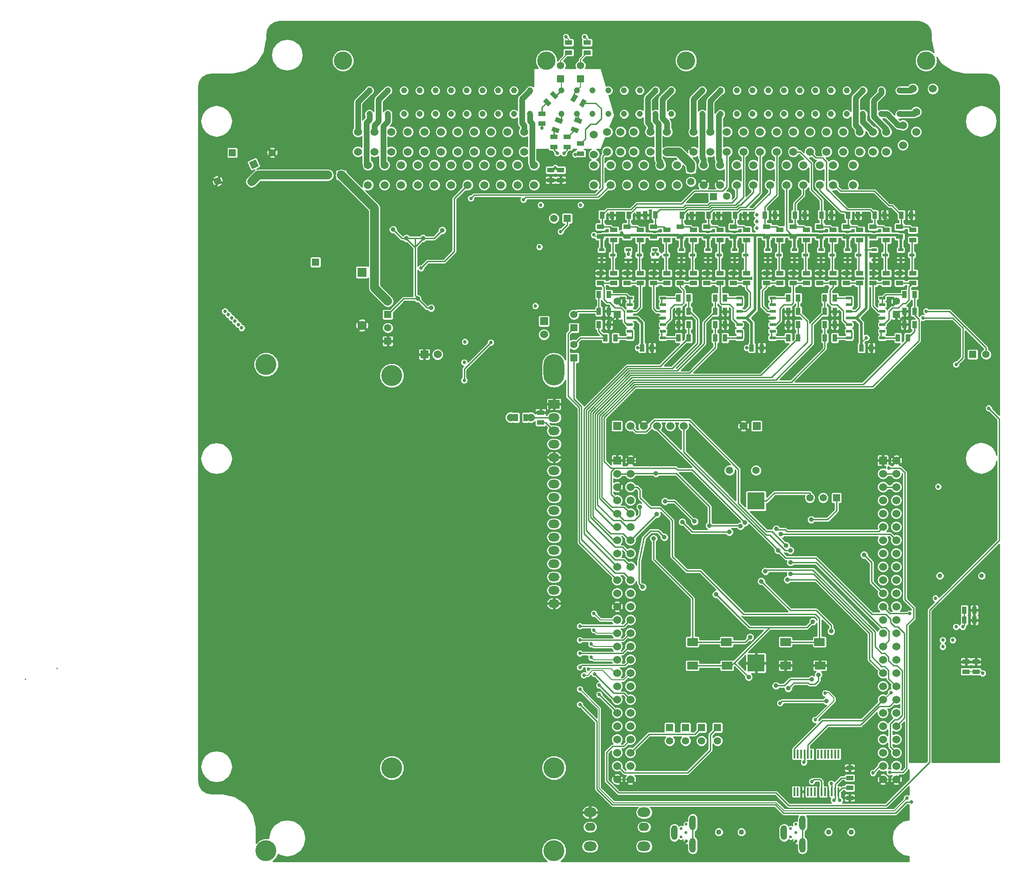
<source format=gbl>
G04 (created by PCBNEW (2013-07-07 BZR 4022)-stable) date 06/07/2014 12:08:28*
%MOIN*%
G04 Gerber Fmt 3.4, Leading zero omitted, Abs format*
%FSLAX34Y34*%
G01*
G70*
G90*
G04 APERTURE LIST*
%ADD10C,0.00393701*%
%ADD11C,0.1575*%
%ADD12O,0.085X0.065*%
%ADD13R,0.085X0.065*%
%ADD14O,0.15748X0.23622*%
%ADD15C,0.06*%
%ADD16R,0.035X0.055*%
%ADD17R,0.06X0.008*%
%ADD18C,0.0453*%
%ADD19C,0.1378*%
%ADD20R,0.055X0.035*%
%ADD21R,0.055X0.055*%
%ADD22C,0.055*%
%ADD23R,0.129528X0.129528*%
%ADD24R,0.06X0.06*%
%ADD25C,0.056*%
%ADD26R,0.0787402X0.0590551*%
%ADD27C,0.07*%
%ADD28R,0.07X0.07*%
%ADD29R,0.0394X0.0236*%
%ADD30R,0.045X0.02*%
%ADD31R,0.016X0.065*%
%ADD32C,0.035*%
%ADD33C,0.022*%
%ADD34O,0.05X0.11*%
%ADD35C,0.04*%
%ADD36O,0.0787X0.063*%
%ADD37O,0.0984X0.0709*%
%ADD38C,0.027*%
%ADD39C,0.043*%
%ADD40C,0.065*%
%ADD41C,0.01*%
%ADD42C,0.006*%
%ADD43C,0.0085*%
%ADD44C,0.02*%
%ADD45C,0.065*%
%ADD46C,0.042*%
%ADD47C,0.0544*%
G04 APERTURE END LIST*
G54D10*
G54D11*
X57295Y-43084D03*
X57295Y-72612D03*
X69500Y-72612D03*
G54D12*
X69500Y-59250D03*
X69500Y-60250D03*
G54D13*
X69500Y-45250D03*
G54D12*
X69500Y-46250D03*
X69500Y-47250D03*
X69500Y-48250D03*
X69500Y-49250D03*
X69500Y-50250D03*
X69500Y-51250D03*
X69500Y-52250D03*
X69500Y-53250D03*
X69500Y-54250D03*
X69500Y-55250D03*
X69500Y-56250D03*
X69500Y-57250D03*
X69500Y-58250D03*
G54D14*
X69500Y-42667D03*
G54D11*
X69500Y-78864D03*
X47845Y-42250D03*
X47846Y-78864D03*
G54D15*
X78000Y-24750D03*
X78000Y-26250D03*
X61000Y-24750D03*
X61000Y-26250D03*
X59750Y-24750D03*
X59750Y-26250D03*
X58500Y-24750D03*
X58500Y-26250D03*
X57250Y-24750D03*
X57250Y-26250D03*
X54750Y-24750D03*
X54750Y-26250D03*
X56000Y-24750D03*
X56000Y-26250D03*
G54D16*
X67375Y-46250D03*
X66625Y-46250D03*
G54D15*
X66250Y-46250D03*
X67750Y-46250D03*
G54D17*
X66500Y-46250D03*
X67500Y-46250D03*
G54D15*
X87000Y-27250D03*
X87000Y-28750D03*
G54D18*
X55621Y-21628D03*
X55621Y-23400D03*
X56998Y-23400D03*
X56998Y-21628D03*
X61762Y-21628D03*
X61762Y-23400D03*
X60581Y-23400D03*
X60581Y-21628D03*
X58219Y-21628D03*
X58219Y-23400D03*
X59400Y-23400D03*
X59400Y-21628D03*
X64124Y-21628D03*
X64124Y-23400D03*
X62943Y-23400D03*
X62943Y-21628D03*
X65305Y-21628D03*
X65305Y-23400D03*
X66486Y-23400D03*
X66486Y-21628D03*
X73592Y-21628D03*
X73592Y-23400D03*
X72411Y-23400D03*
X72411Y-21628D03*
X70049Y-21628D03*
X70049Y-23400D03*
X71230Y-23400D03*
X71230Y-21628D03*
X75955Y-21628D03*
X75955Y-23400D03*
X74774Y-23400D03*
X74774Y-21628D03*
X77136Y-21628D03*
X77136Y-23400D03*
X67707Y-21628D03*
X67707Y-23400D03*
X78317Y-23400D03*
X78317Y-21628D03*
X82036Y-23400D03*
X82036Y-21628D03*
X80658Y-23400D03*
X80658Y-21628D03*
X86801Y-23400D03*
X86801Y-21628D03*
X85620Y-23400D03*
X85620Y-21628D03*
X83258Y-23400D03*
X83258Y-21628D03*
X84439Y-23400D03*
X84439Y-21628D03*
X89163Y-23400D03*
X89163Y-21628D03*
X87982Y-23400D03*
X87982Y-21628D03*
X90344Y-23400D03*
X90344Y-21628D03*
X91525Y-23400D03*
X91525Y-21628D03*
X92746Y-23400D03*
X92746Y-21628D03*
X94124Y-23400D03*
X94124Y-21628D03*
G54D19*
X53632Y-19384D03*
X68927Y-19384D03*
X79439Y-19384D03*
G54D18*
X95502Y-23400D03*
X95502Y-21628D03*
G54D19*
X97490Y-19384D03*
G54D15*
X75500Y-24750D03*
X75500Y-26250D03*
X77500Y-27250D03*
X77500Y-28750D03*
X76750Y-24750D03*
X76750Y-26250D03*
X78750Y-27250D03*
X78750Y-28750D03*
X80750Y-27250D03*
X80750Y-28750D03*
X80000Y-24750D03*
X80000Y-26250D03*
X82000Y-27250D03*
X82000Y-28750D03*
X81250Y-24750D03*
X81250Y-26250D03*
X83250Y-27250D03*
X83250Y-28750D03*
X82500Y-24750D03*
X82500Y-26250D03*
X84500Y-27250D03*
X84500Y-28750D03*
X83750Y-24750D03*
X83750Y-26250D03*
X85750Y-27250D03*
X85750Y-28750D03*
X85000Y-24750D03*
X85000Y-26250D03*
X76250Y-27250D03*
X76250Y-28750D03*
X86250Y-24750D03*
X86250Y-26250D03*
X88250Y-27250D03*
X88250Y-28750D03*
X87500Y-24750D03*
X87500Y-26250D03*
X89500Y-27250D03*
X89500Y-28750D03*
X88750Y-24750D03*
X88750Y-26250D03*
X90500Y-27250D03*
X90500Y-28750D03*
X90000Y-24750D03*
X90000Y-26250D03*
X92000Y-27250D03*
X92000Y-28750D03*
X91250Y-24750D03*
X91250Y-26250D03*
X93500Y-24750D03*
X93500Y-26250D03*
X92500Y-24750D03*
X92500Y-26250D03*
X95750Y-24250D03*
X95750Y-25750D03*
X94500Y-24750D03*
X94500Y-26250D03*
X96750Y-23250D03*
X96750Y-24750D03*
X96500Y-21500D03*
X98000Y-21500D03*
X65500Y-27250D03*
X65500Y-28750D03*
X56750Y-27250D03*
X56750Y-28750D03*
X58000Y-27250D03*
X58000Y-28750D03*
X59250Y-27250D03*
X59250Y-28750D03*
X60500Y-27250D03*
X60500Y-28750D03*
X61750Y-27250D03*
X61750Y-28750D03*
X63000Y-27250D03*
X63000Y-28750D03*
X62250Y-24750D03*
X62250Y-26250D03*
X64250Y-27250D03*
X64250Y-28750D03*
X63500Y-24750D03*
X63500Y-26250D03*
X55500Y-27250D03*
X55500Y-28750D03*
X64750Y-24750D03*
X64750Y-26250D03*
X66750Y-27250D03*
X66750Y-28750D03*
X66000Y-24750D03*
X66000Y-26250D03*
X68000Y-27250D03*
X68000Y-28750D03*
X67250Y-24750D03*
X67250Y-26250D03*
X72500Y-27250D03*
X72500Y-28750D03*
X72500Y-24950D03*
X72500Y-26450D03*
G54D20*
X68500Y-45875D03*
X68500Y-46625D03*
G54D21*
X74250Y-38500D03*
G54D22*
X74250Y-37500D03*
G54D21*
X95250Y-38500D03*
G54D22*
X95250Y-37500D03*
G54D21*
X70500Y-31250D03*
G54D22*
X69500Y-31250D03*
G54D23*
X84700Y-52537D03*
X84700Y-64730D03*
G54D21*
X78200Y-69584D03*
G54D22*
X78200Y-70584D03*
G54D21*
X79400Y-69584D03*
G54D22*
X79400Y-70584D03*
G54D21*
X80600Y-69584D03*
G54D22*
X80600Y-70584D03*
G54D21*
X81800Y-69584D03*
G54D22*
X81800Y-70584D03*
G54D21*
X90750Y-52284D03*
G54D22*
X89750Y-52284D03*
X88750Y-52284D03*
G54D24*
X74250Y-49484D03*
G54D15*
X75250Y-49484D03*
X74250Y-50484D03*
X75250Y-50484D03*
X74250Y-51484D03*
X75250Y-51484D03*
X74250Y-52484D03*
X75250Y-52484D03*
X74250Y-53484D03*
X75250Y-53484D03*
X74250Y-54484D03*
X75250Y-54484D03*
X74250Y-55484D03*
X75250Y-55484D03*
X74250Y-56484D03*
X75250Y-56484D03*
X74250Y-57484D03*
X75250Y-57484D03*
X74250Y-58484D03*
X75250Y-58484D03*
X74250Y-59484D03*
X75250Y-59484D03*
X74250Y-60484D03*
X75250Y-60484D03*
X74250Y-61484D03*
X75250Y-61484D03*
X74250Y-62484D03*
X75250Y-62484D03*
X74250Y-63484D03*
X75250Y-63484D03*
X74250Y-64484D03*
X75250Y-64484D03*
X74250Y-65484D03*
X75250Y-65484D03*
X74250Y-66484D03*
X75250Y-66484D03*
X74250Y-67484D03*
X75250Y-67484D03*
X74250Y-68484D03*
X75250Y-68484D03*
X74250Y-69484D03*
X75250Y-69484D03*
X74250Y-70484D03*
X75250Y-70484D03*
X74250Y-71484D03*
X75250Y-71484D03*
X74250Y-72484D03*
X75250Y-72484D03*
X74250Y-73484D03*
X75250Y-73484D03*
G54D24*
X94250Y-49484D03*
G54D15*
X95250Y-49484D03*
X94250Y-50484D03*
X95250Y-50484D03*
X94250Y-51484D03*
X95250Y-51484D03*
X94250Y-52484D03*
X95250Y-52484D03*
X94250Y-53484D03*
X95250Y-53484D03*
X94250Y-54484D03*
X95250Y-54484D03*
X94250Y-55484D03*
X95250Y-55484D03*
X94250Y-56484D03*
X95250Y-56484D03*
X94250Y-57484D03*
X95250Y-57484D03*
X94250Y-58484D03*
X95250Y-58484D03*
X94250Y-59484D03*
X95250Y-59484D03*
X94250Y-60484D03*
X95250Y-60484D03*
X94250Y-61484D03*
X95250Y-61484D03*
X94250Y-62484D03*
X95250Y-62484D03*
X94250Y-63484D03*
X95250Y-63484D03*
X94250Y-64484D03*
X95250Y-64484D03*
X94250Y-65484D03*
X95250Y-65484D03*
X94250Y-66484D03*
X95250Y-66484D03*
X94250Y-67484D03*
X95250Y-67484D03*
X94250Y-68484D03*
X95250Y-68484D03*
X94250Y-69484D03*
X95250Y-69484D03*
X94250Y-70484D03*
X95250Y-70484D03*
X94250Y-71484D03*
X95250Y-71484D03*
X94250Y-72484D03*
X95250Y-72484D03*
X94250Y-73484D03*
X95250Y-73484D03*
G54D24*
X84750Y-46884D03*
G54D15*
X83750Y-46884D03*
G54D24*
X74250Y-46884D03*
G54D15*
X75250Y-46884D03*
X76250Y-46884D03*
X77250Y-46884D03*
X78250Y-46884D03*
X79250Y-46884D03*
G54D25*
X82700Y-50234D03*
X84700Y-50234D03*
G54D26*
X86920Y-63148D03*
X89479Y-63148D03*
X89518Y-64919D03*
X86920Y-64919D03*
X79920Y-63148D03*
X82479Y-63148D03*
X82518Y-64919D03*
X79920Y-64919D03*
G54D20*
X69250Y-27625D03*
X69250Y-28375D03*
G54D10*
G36*
X69679Y-23639D02*
X70196Y-23827D01*
X70076Y-24156D01*
X69559Y-23968D01*
X69679Y-23639D01*
X69679Y-23639D01*
G37*
G36*
X69423Y-24343D02*
X69940Y-24531D01*
X69820Y-24860D01*
X69303Y-24672D01*
X69423Y-24343D01*
X69423Y-24343D01*
G37*
G36*
X69444Y-21666D02*
X69833Y-22055D01*
X69585Y-22303D01*
X69196Y-21914D01*
X69444Y-21666D01*
X69444Y-21666D01*
G37*
G36*
X68914Y-22196D02*
X69303Y-22585D01*
X69055Y-22833D01*
X68666Y-22444D01*
X68914Y-22196D01*
X68914Y-22196D01*
G37*
G36*
X70736Y-22363D02*
X71011Y-21886D01*
X71314Y-22061D01*
X71039Y-22538D01*
X70736Y-22363D01*
X70736Y-22363D01*
G37*
G36*
X71385Y-22738D02*
X71660Y-22261D01*
X71963Y-22436D01*
X71688Y-22913D01*
X71385Y-22738D01*
X71385Y-22738D01*
G37*
G36*
X71129Y-23639D02*
X71646Y-23827D01*
X71526Y-24156D01*
X71009Y-23968D01*
X71129Y-23639D01*
X71129Y-23639D01*
G37*
G36*
X70873Y-24343D02*
X71390Y-24531D01*
X71270Y-24860D01*
X70753Y-24672D01*
X70873Y-24343D01*
X70873Y-24343D01*
G37*
G54D20*
X69500Y-25125D03*
X69500Y-25875D03*
X68600Y-23375D03*
X68600Y-24125D03*
X71500Y-25625D03*
X71500Y-26375D03*
X70500Y-25125D03*
X70500Y-25875D03*
X70000Y-28375D03*
X70000Y-27625D03*
G54D21*
X51556Y-34560D03*
G54D27*
X55056Y-39310D03*
G54D28*
X55056Y-35310D03*
G54D10*
G36*
X46782Y-27541D02*
X46550Y-27043D01*
X47048Y-26810D01*
X47281Y-27309D01*
X46782Y-27541D01*
X46782Y-27541D01*
G37*
G54D22*
X44196Y-28443D03*
G54D21*
X45306Y-26310D03*
G54D22*
X48306Y-26310D03*
G54D21*
X53500Y-28000D03*
G54D22*
X52500Y-28000D03*
G54D24*
X59750Y-41500D03*
G54D15*
X60750Y-41500D03*
G54D29*
X91584Y-34382D03*
X92416Y-34007D03*
X91584Y-33632D03*
X77084Y-34382D03*
X77916Y-34007D03*
X77084Y-33632D03*
X79084Y-34382D03*
X79916Y-34007D03*
X79084Y-33632D03*
X93584Y-34382D03*
X94416Y-34007D03*
X93584Y-33632D03*
X89584Y-34382D03*
X90416Y-34007D03*
X89584Y-33632D03*
X95584Y-34382D03*
X96416Y-34007D03*
X95584Y-33632D03*
X85584Y-34382D03*
X86416Y-34007D03*
X85584Y-33632D03*
X87584Y-34382D03*
X88416Y-34007D03*
X87584Y-33632D03*
X81084Y-34382D03*
X81916Y-34007D03*
X81084Y-33632D03*
X83084Y-34382D03*
X83916Y-34007D03*
X83084Y-33632D03*
X75084Y-34382D03*
X75916Y-34007D03*
X75084Y-33632D03*
X73084Y-34382D03*
X73916Y-34007D03*
X73084Y-33632D03*
G54D21*
X71000Y-41750D03*
G54D22*
X71000Y-40750D03*
G54D21*
X71000Y-39500D03*
G54D22*
X71000Y-38500D03*
G54D16*
X92625Y-41007D03*
X93375Y-41007D03*
X76875Y-41007D03*
X76125Y-41007D03*
X84375Y-41007D03*
X85125Y-41007D03*
X96625Y-39250D03*
X95875Y-39250D03*
X95375Y-40257D03*
X96125Y-40257D03*
X95625Y-31007D03*
X96375Y-31007D03*
X96625Y-38250D03*
X95875Y-38250D03*
X95875Y-37000D03*
X96625Y-37000D03*
X93625Y-31007D03*
X94375Y-31007D03*
X89875Y-38257D03*
X90625Y-38257D03*
X90625Y-37257D03*
X89875Y-37257D03*
X91625Y-31007D03*
X92375Y-31007D03*
X89625Y-31007D03*
X90375Y-31007D03*
X90625Y-40257D03*
X89875Y-40257D03*
X89875Y-39257D03*
X90625Y-39257D03*
G54D20*
X96500Y-35382D03*
X96500Y-36132D03*
X95500Y-31882D03*
X95500Y-32632D03*
X93500Y-35382D03*
X93500Y-36132D03*
X95500Y-35382D03*
X95500Y-36132D03*
X94500Y-35382D03*
X94500Y-36132D03*
X93500Y-31882D03*
X93500Y-32632D03*
X92500Y-35382D03*
X92500Y-36132D03*
X91500Y-31882D03*
X91500Y-32632D03*
X90500Y-35382D03*
X90500Y-36132D03*
G54D16*
X87875Y-39257D03*
X87125Y-39257D03*
G54D20*
X86500Y-35382D03*
X86500Y-36132D03*
X88500Y-35382D03*
X88500Y-36132D03*
X94500Y-32132D03*
X94500Y-32882D03*
X96500Y-32132D03*
X96500Y-32882D03*
G54D16*
X87625Y-31007D03*
X88375Y-31007D03*
X87125Y-40257D03*
X87875Y-40257D03*
X79625Y-39257D03*
X78875Y-39257D03*
X78875Y-40257D03*
X79625Y-40257D03*
X79125Y-31007D03*
X79875Y-31007D03*
X77125Y-31000D03*
X76375Y-31000D03*
X78875Y-37257D03*
X79625Y-37257D03*
X79625Y-38257D03*
X78875Y-38257D03*
G54D20*
X80000Y-35382D03*
X80000Y-36132D03*
X79000Y-35382D03*
X79000Y-36132D03*
X79000Y-31882D03*
X79000Y-32632D03*
X78000Y-35382D03*
X78000Y-36132D03*
X77000Y-35382D03*
X77000Y-36132D03*
X77000Y-31882D03*
X77000Y-32632D03*
X91500Y-35382D03*
X91500Y-36132D03*
X89500Y-35382D03*
X89500Y-36132D03*
X87500Y-35382D03*
X87500Y-36132D03*
X85500Y-35382D03*
X85500Y-36132D03*
G54D16*
X85375Y-31007D03*
X86125Y-31007D03*
G54D20*
X81000Y-35382D03*
X81000Y-36132D03*
X83000Y-35382D03*
X83000Y-36132D03*
G54D16*
X82375Y-37257D03*
X81625Y-37257D03*
X81625Y-38257D03*
X82375Y-38257D03*
G54D20*
X81000Y-31882D03*
X81000Y-32632D03*
X82000Y-35382D03*
X82000Y-36132D03*
X83000Y-31882D03*
X83000Y-32632D03*
X84000Y-35382D03*
X84000Y-36132D03*
G54D16*
X81625Y-39257D03*
X82375Y-39257D03*
X82375Y-40257D03*
X81625Y-40257D03*
X81125Y-31007D03*
X81875Y-31007D03*
X83125Y-31007D03*
X83875Y-31007D03*
G54D20*
X92500Y-32132D03*
X92500Y-32882D03*
X90500Y-32132D03*
X90500Y-32882D03*
X78000Y-32132D03*
X78000Y-32882D03*
X80000Y-32132D03*
X80000Y-32882D03*
X82000Y-32132D03*
X82000Y-32882D03*
G54D16*
X87125Y-37257D03*
X87875Y-37257D03*
X87875Y-38257D03*
X87125Y-38257D03*
X72875Y-38250D03*
X73625Y-38250D03*
X73625Y-37000D03*
X72875Y-37000D03*
X75125Y-31007D03*
X75875Y-31007D03*
X73125Y-31007D03*
X73875Y-31007D03*
X74125Y-40257D03*
X73375Y-40257D03*
X72875Y-39250D03*
X73625Y-39250D03*
G54D20*
X76000Y-35382D03*
X76000Y-36132D03*
X75000Y-35382D03*
X75000Y-36132D03*
X75000Y-31882D03*
X75000Y-32632D03*
X74000Y-35382D03*
X74000Y-36132D03*
X73000Y-35382D03*
X73000Y-36132D03*
X73000Y-31882D03*
X73000Y-32632D03*
X74000Y-32132D03*
X74000Y-32882D03*
X76000Y-32132D03*
X76000Y-32882D03*
G54D30*
X91700Y-40257D03*
X91700Y-39757D03*
X91700Y-39257D03*
X91700Y-38757D03*
X91700Y-38257D03*
X91700Y-37757D03*
X91700Y-37257D03*
X94200Y-37257D03*
X94200Y-37757D03*
X94200Y-38757D03*
X94200Y-39257D03*
X94200Y-39757D03*
X94200Y-40257D03*
X94200Y-38257D03*
X83450Y-40257D03*
X83450Y-39757D03*
X83450Y-39257D03*
X83450Y-38757D03*
X83450Y-38257D03*
X83450Y-37757D03*
X83450Y-37257D03*
X85950Y-37257D03*
X85950Y-37757D03*
X85950Y-38757D03*
X85950Y-39257D03*
X85950Y-39757D03*
X85950Y-40257D03*
X85950Y-38257D03*
X75200Y-40257D03*
X75200Y-39757D03*
X75200Y-39257D03*
X75200Y-38757D03*
X75200Y-38257D03*
X75200Y-37757D03*
X75200Y-37257D03*
X77700Y-37257D03*
X77700Y-37757D03*
X77700Y-38757D03*
X77700Y-39257D03*
X77700Y-39757D03*
X77700Y-40257D03*
X77700Y-38257D03*
G54D20*
X91750Y-72625D03*
X91750Y-73375D03*
X91750Y-74875D03*
X91750Y-74125D03*
G54D31*
X89122Y-71583D03*
X89378Y-71583D03*
X89634Y-71583D03*
X89890Y-71583D03*
X88354Y-74417D03*
X88354Y-71583D03*
X88610Y-71583D03*
X88866Y-71583D03*
X90146Y-74417D03*
X89890Y-74417D03*
X89634Y-74417D03*
X89378Y-74417D03*
X89122Y-74417D03*
X88866Y-74417D03*
X90146Y-71583D03*
X88610Y-74417D03*
X88098Y-74417D03*
X87843Y-74417D03*
X87587Y-74417D03*
X87587Y-71583D03*
X87843Y-71583D03*
X88098Y-71583D03*
X90402Y-71583D03*
X90657Y-71583D03*
X90913Y-71583D03*
X90913Y-74417D03*
X90657Y-74417D03*
X90402Y-74417D03*
G54D16*
X101125Y-60750D03*
X100375Y-60750D03*
X100375Y-61500D03*
X101125Y-61500D03*
G54D32*
X101673Y-58158D03*
X98524Y-58158D03*
G54D21*
X81500Y-29625D03*
G54D22*
X82500Y-29600D03*
G54D21*
X79800Y-27500D03*
G54D22*
X79800Y-28500D03*
G54D21*
X101000Y-41500D03*
G54D22*
X102000Y-41500D03*
G54D21*
X57000Y-38500D03*
G54D22*
X57000Y-37500D03*
G54D21*
X57000Y-40500D03*
G54D22*
X57000Y-39500D03*
G54D24*
X68750Y-39000D03*
G54D15*
X68750Y-40000D03*
X74500Y-24750D03*
X74500Y-26250D03*
X75000Y-27250D03*
X75000Y-28750D03*
X73500Y-24750D03*
X73500Y-26250D03*
X73750Y-27250D03*
X73750Y-28750D03*
G54D20*
X89500Y-31875D03*
X89500Y-32625D03*
X87500Y-31875D03*
X87500Y-32625D03*
X85500Y-31875D03*
X85500Y-32625D03*
X88500Y-32125D03*
X88500Y-32875D03*
X86500Y-32125D03*
X86500Y-32875D03*
X84000Y-32125D03*
X84000Y-32875D03*
G54D33*
X79446Y-76870D03*
X79053Y-77185D03*
X79446Y-77500D03*
X79053Y-77814D03*
X79446Y-78129D03*
G54D34*
X78561Y-77500D03*
X79938Y-76751D03*
X79938Y-78444D03*
G54D35*
X81900Y-77450D03*
X83600Y-77450D03*
X90150Y-77450D03*
X91850Y-77450D03*
G54D33*
X87696Y-76870D03*
X87303Y-77185D03*
X87696Y-77500D03*
X87303Y-77814D03*
X87696Y-78129D03*
G54D34*
X86811Y-77500D03*
X88188Y-76751D03*
X88188Y-78444D03*
G54D20*
X70600Y-18025D03*
X70600Y-18775D03*
X72000Y-18025D03*
X72000Y-18775D03*
G54D21*
X71500Y-20750D03*
G54D22*
X71500Y-19750D03*
G54D21*
X70000Y-20750D03*
G54D22*
X70000Y-19750D03*
G54D36*
X72222Y-77072D03*
X76278Y-77072D03*
G54D37*
X76278Y-75970D03*
X72222Y-75970D03*
X76278Y-78530D03*
X72222Y-78530D03*
G54D20*
X101250Y-65375D03*
X101250Y-64625D03*
X100500Y-65375D03*
X100500Y-64625D03*
G54D32*
X76170Y-59004D03*
X77800Y-55259D03*
G54D38*
X84750Y-32000D03*
X101750Y-65500D03*
X70400Y-17600D03*
X71800Y-17600D03*
X72500Y-32500D03*
X93000Y-40250D03*
X84000Y-41000D03*
X75800Y-41000D03*
X68400Y-33400D03*
X71500Y-30250D03*
X68500Y-30250D03*
X88900Y-73650D03*
X88300Y-72200D03*
X68100Y-37850D03*
X62800Y-40550D03*
X62750Y-42100D03*
X76950Y-33950D03*
X77300Y-33950D03*
X75100Y-33950D03*
X74600Y-32350D03*
X93000Y-33632D03*
X45250Y-38750D03*
X45500Y-39000D03*
X45750Y-39250D03*
X46000Y-39500D03*
X45000Y-38500D03*
X44750Y-38250D03*
X69600Y-27450D03*
G54D32*
X77175Y-50459D03*
X81700Y-59559D03*
X88975Y-61609D03*
X88850Y-53934D03*
X84150Y-65784D03*
X81185Y-54384D03*
X83522Y-54423D03*
G54D38*
X62750Y-43450D03*
X64750Y-40600D03*
X67200Y-29850D03*
X63250Y-29750D03*
G54D39*
X46750Y-28500D03*
G54D32*
X83866Y-54158D03*
X75975Y-52984D03*
X80073Y-54068D03*
X77850Y-52564D03*
X77235Y-53529D03*
G54D38*
X98200Y-59850D03*
X98400Y-51450D03*
X100250Y-62000D03*
X84750Y-31500D03*
X97250Y-38750D03*
X99750Y-42250D03*
X84750Y-31000D03*
X97500Y-38250D03*
X102200Y-45550D03*
X96250Y-61000D03*
X93500Y-73000D03*
X70000Y-32250D03*
X59500Y-35000D03*
X96050Y-74900D03*
X71450Y-66700D03*
X71450Y-65050D03*
X96400Y-75200D03*
X71450Y-67850D03*
G54D32*
X85400Y-57821D03*
G54D38*
X71450Y-64000D03*
X71450Y-61950D03*
X71450Y-63000D03*
G54D32*
X58400Y-32755D03*
X57400Y-32105D03*
X61100Y-32155D03*
X59650Y-32755D03*
X60250Y-38005D03*
X59250Y-37305D03*
X86225Y-54634D03*
X86576Y-55038D03*
G54D38*
X99500Y-63000D03*
X91000Y-75050D03*
X90550Y-75050D03*
X94700Y-50050D03*
X94750Y-72950D03*
G54D32*
X92825Y-56584D03*
G54D38*
X89150Y-69000D03*
X89900Y-67000D03*
G54D32*
X86200Y-66434D03*
X88900Y-65959D03*
X89400Y-65609D03*
X87125Y-66634D03*
X86351Y-56242D03*
X86969Y-55895D03*
X89990Y-67584D03*
G54D38*
X86500Y-67750D03*
X71750Y-65650D03*
X72900Y-66400D03*
X72550Y-65550D03*
X72900Y-67100D03*
X98750Y-63000D03*
G54D32*
X87284Y-56253D03*
G54D38*
X98750Y-63500D03*
X99750Y-62000D03*
X94850Y-66950D03*
G54D32*
X90350Y-62334D03*
X85095Y-58580D03*
X87289Y-58019D03*
X87058Y-58451D03*
X87289Y-57143D03*
G54D38*
X72300Y-63300D03*
X72300Y-64300D03*
X72100Y-65200D03*
X72500Y-61000D03*
X72500Y-62250D03*
X102750Y-64250D03*
X96750Y-64750D03*
X97500Y-63500D03*
X86550Y-66850D03*
X80000Y-73750D03*
X102750Y-61750D03*
X102250Y-58750D03*
X85500Y-41000D03*
X93750Y-41000D03*
X77250Y-41000D03*
X59550Y-32200D03*
G54D40*
X54306Y-32060D03*
X55056Y-32810D03*
G54D38*
X58650Y-32250D03*
X70500Y-36950D03*
X70400Y-36050D03*
X63200Y-39450D03*
X63600Y-37700D03*
X85450Y-61750D03*
X97350Y-58350D03*
X98800Y-57050D03*
X97050Y-61800D03*
X76500Y-31450D03*
X76300Y-31700D03*
X75950Y-31700D03*
X75500Y-31600D03*
X75800Y-31450D03*
X76150Y-31450D03*
X87300Y-76350D03*
X92250Y-72750D03*
X92250Y-74750D03*
X89900Y-73800D03*
X94750Y-45750D03*
X99750Y-45750D03*
X56600Y-33300D03*
X56950Y-33300D03*
X57350Y-33300D03*
X57800Y-33300D03*
X57550Y-33550D03*
X57200Y-33550D03*
X56800Y-33555D03*
X56600Y-33850D03*
X56950Y-33850D03*
X57350Y-33850D03*
X57800Y-33850D03*
X62000Y-36350D03*
X70500Y-28250D03*
X68750Y-29000D03*
X71250Y-29000D03*
X101000Y-62000D03*
X79700Y-75750D03*
X91900Y-76900D03*
X89100Y-71050D03*
X89350Y-73900D03*
X89750Y-73000D03*
X88100Y-73800D03*
X86000Y-79000D03*
X86000Y-76000D03*
X77000Y-79000D03*
X78000Y-76250D03*
X100250Y-46250D03*
X73350Y-30400D03*
X73600Y-30050D03*
X73700Y-29550D03*
X74150Y-29550D03*
X73950Y-29850D03*
X73950Y-30250D03*
X74350Y-30250D03*
X74350Y-29850D03*
X74600Y-29550D03*
X74950Y-29550D03*
X75300Y-29550D03*
X75650Y-29550D03*
X76050Y-29550D03*
X76350Y-29550D03*
X76550Y-29850D03*
X76200Y-29850D03*
X75850Y-29850D03*
X75450Y-30050D03*
X64750Y-30500D03*
X66750Y-42250D03*
X79750Y-29950D03*
X81600Y-33450D03*
X80700Y-34850D03*
X80350Y-34850D03*
X80200Y-34500D03*
X80550Y-34500D03*
X80400Y-34150D03*
X80400Y-33800D03*
X80200Y-33550D03*
X80400Y-33350D03*
X74100Y-31650D03*
X74450Y-31350D03*
X80650Y-30900D03*
X80650Y-31400D03*
X76500Y-35000D03*
X76400Y-34750D03*
X76750Y-34750D03*
X76200Y-34400D03*
X76600Y-34400D03*
X76400Y-34100D03*
X76300Y-33700D03*
X76600Y-33750D03*
X76600Y-33400D03*
X77250Y-33100D03*
X76900Y-33100D03*
X76550Y-33100D03*
X76250Y-33400D03*
X74550Y-33050D03*
X75000Y-33100D03*
X75350Y-33300D03*
X100400Y-22350D03*
X101750Y-21000D03*
X102350Y-21550D03*
X102650Y-21350D03*
X102450Y-21000D03*
X102150Y-20750D03*
X102050Y-21250D03*
X101750Y-21450D03*
X99100Y-20200D03*
X98900Y-20500D03*
X98200Y-20900D03*
X98700Y-20850D03*
X99100Y-20800D03*
X99350Y-20550D03*
X99700Y-20650D03*
X99900Y-21100D03*
X99450Y-21100D03*
X99650Y-21500D03*
X99850Y-21800D03*
X99450Y-21800D03*
X99150Y-21650D03*
X99050Y-21250D03*
X98600Y-21250D03*
X98750Y-21650D03*
X93100Y-30300D03*
X92750Y-30300D03*
X92900Y-30050D03*
X93150Y-29800D03*
X92750Y-29750D03*
X92950Y-29500D03*
X92650Y-28850D03*
X96800Y-33400D03*
G54D32*
X93600Y-34857D03*
X92800Y-31007D03*
G54D38*
X92950Y-31700D03*
X92950Y-31400D03*
X93150Y-31200D03*
X94000Y-32900D03*
X94100Y-31550D03*
X94450Y-31650D03*
X94750Y-31500D03*
X94950Y-31700D03*
X94000Y-33250D03*
X93350Y-33100D03*
X93650Y-33250D03*
X94050Y-33650D03*
X94750Y-34850D03*
X95050Y-34950D03*
X95200Y-34650D03*
X94750Y-34450D03*
X95100Y-34300D03*
X94850Y-34150D03*
X95150Y-33900D03*
X94850Y-33850D03*
X95000Y-33150D03*
X95000Y-33500D03*
X101300Y-30000D03*
X99850Y-32150D03*
X99900Y-31400D03*
X99650Y-31750D03*
X99450Y-32050D03*
X99050Y-32100D03*
X98650Y-32100D03*
X98900Y-31750D03*
X99250Y-31700D03*
X99650Y-30850D03*
X99450Y-31350D03*
X99300Y-31050D03*
X99050Y-31350D03*
X98700Y-31350D03*
X98850Y-31000D03*
X98500Y-31000D03*
X98150Y-31000D03*
X97800Y-31000D03*
X99700Y-28050D03*
X99900Y-28200D03*
X99800Y-28500D03*
X99900Y-28800D03*
X99650Y-28900D03*
X99650Y-30250D03*
X99500Y-30100D03*
X99650Y-29850D03*
X99800Y-29200D03*
X99350Y-29200D03*
X99050Y-29200D03*
X98750Y-29200D03*
X98450Y-29200D03*
X98150Y-29200D03*
X97950Y-29450D03*
X98300Y-29450D03*
X98600Y-29450D03*
X98900Y-29450D03*
X99200Y-29450D03*
X99600Y-29450D03*
X99400Y-29650D03*
X99050Y-29650D03*
X98750Y-29650D03*
X98450Y-29650D03*
X98100Y-29650D03*
X97750Y-29650D03*
X97950Y-29900D03*
X98300Y-29900D03*
X98600Y-29900D03*
X98900Y-29900D03*
X99250Y-29900D03*
X99000Y-30100D03*
X98750Y-30100D03*
X98450Y-30100D03*
X98150Y-30100D03*
X97800Y-30100D03*
X97700Y-29050D03*
X97450Y-29300D03*
X97400Y-29000D03*
X97150Y-29200D03*
X97000Y-29000D03*
X96800Y-29150D03*
X96650Y-29000D03*
X96450Y-29150D03*
X96300Y-28900D03*
X96100Y-28650D03*
X96050Y-29100D03*
X96850Y-31600D03*
X96850Y-31250D03*
X97100Y-30750D03*
X97100Y-30450D03*
X97100Y-30150D03*
X97100Y-29837D03*
X96100Y-30500D03*
X96100Y-30000D03*
X95850Y-30250D03*
X95600Y-30000D03*
X95850Y-29750D03*
X96000Y-29500D03*
X95713Y-29463D03*
X95500Y-29700D03*
X95240Y-29950D03*
X95347Y-30252D03*
X95600Y-30400D03*
X95000Y-29100D03*
X94750Y-27000D03*
X94750Y-27500D03*
X94650Y-28500D03*
X94650Y-28000D03*
X94900Y-27750D03*
X94900Y-28250D03*
X94900Y-28750D03*
X102000Y-27500D03*
X102250Y-27250D03*
X102250Y-26250D03*
X102250Y-26750D03*
X101000Y-27250D03*
X101000Y-26750D03*
X100250Y-27500D03*
X101000Y-26250D03*
X101000Y-25750D03*
X100750Y-25500D03*
X100750Y-26000D03*
X100750Y-26500D03*
X100750Y-27000D03*
X100750Y-27500D03*
X100500Y-27250D03*
X100500Y-26750D03*
X100500Y-26250D03*
X100500Y-25750D03*
X100250Y-25500D03*
X100250Y-26000D03*
X100250Y-26500D03*
X100250Y-27000D03*
X100250Y-24500D03*
X100000Y-24750D03*
X99750Y-24500D03*
X100000Y-24250D03*
X99500Y-24250D03*
X98500Y-24000D03*
X98500Y-23500D03*
X98500Y-23000D03*
X98500Y-22500D03*
X98500Y-22000D03*
X98750Y-22250D03*
X98750Y-22750D03*
X98750Y-23250D03*
X98750Y-23750D03*
X99000Y-24000D03*
X99000Y-23500D03*
X99000Y-23000D03*
X99000Y-22500D03*
X99000Y-22000D03*
X99250Y-22250D03*
X99250Y-22750D03*
X99250Y-23250D03*
X99250Y-23750D03*
X98750Y-26250D03*
X98250Y-26250D03*
X97750Y-26250D03*
X97250Y-26250D03*
X97000Y-26500D03*
X97500Y-26500D03*
X98000Y-26500D03*
X98500Y-26500D03*
X98750Y-26750D03*
X98500Y-27000D03*
X98250Y-26750D03*
X98000Y-27000D03*
X97750Y-26750D03*
X97500Y-27000D03*
X97250Y-26750D03*
X97000Y-27000D03*
X79750Y-31500D03*
X94000Y-34750D03*
X52500Y-21500D03*
G54D32*
X92370Y-64884D03*
X78800Y-65384D03*
X78800Y-67984D03*
X76970Y-65384D03*
X77350Y-68809D03*
X82150Y-68084D03*
X77310Y-52344D03*
X79961Y-56815D03*
X92400Y-52984D03*
X92900Y-54409D03*
X89700Y-51434D03*
X87150Y-52384D03*
X87150Y-50184D03*
X82750Y-51234D03*
X92400Y-47584D03*
X81107Y-52276D03*
X78300Y-48884D03*
X81450Y-47534D03*
X80650Y-48334D03*
X78850Y-47884D03*
X78914Y-49892D03*
G54D40*
X51556Y-39060D03*
X49056Y-33560D03*
X49056Y-31810D03*
X52056Y-31310D03*
X52056Y-29810D03*
X53556Y-29810D03*
X52806Y-30560D03*
X53556Y-31310D03*
X52806Y-32060D03*
X52056Y-32810D03*
X52806Y-33560D03*
X53556Y-32810D03*
X55056Y-34310D03*
X54306Y-33560D03*
X55056Y-31310D03*
X54306Y-30560D03*
X50306Y-28810D03*
G54D32*
X90800Y-31057D03*
X88800Y-31007D03*
X86550Y-31007D03*
X84250Y-31007D03*
X82250Y-31007D03*
X74300Y-31007D03*
X78900Y-38757D03*
X73100Y-34857D03*
X75100Y-34857D03*
X77100Y-34857D03*
X79100Y-34857D03*
X81100Y-34857D03*
X83100Y-34857D03*
X85600Y-34857D03*
X87600Y-34857D03*
X89600Y-34857D03*
X91600Y-34857D03*
X82400Y-38757D03*
X87150Y-38757D03*
X90650Y-38757D03*
X95600Y-34857D03*
X93375Y-39157D03*
X85125Y-39132D03*
X76875Y-39132D03*
X60275Y-33855D03*
X60525Y-33355D03*
X60775Y-33855D03*
X61025Y-33355D03*
X61275Y-33855D03*
X61525Y-33355D03*
X59650Y-38505D03*
X59400Y-39005D03*
X59150Y-38505D03*
X58900Y-39005D03*
X58650Y-38505D03*
X58375Y-39005D03*
X57800Y-29505D03*
X59475Y-29455D03*
X60850Y-29505D03*
X56500Y-29555D03*
X58050Y-35305D03*
X59950Y-35355D03*
X59600Y-34405D03*
X58400Y-34405D03*
X57400Y-35055D03*
X61100Y-35055D03*
X59250Y-40255D03*
X60300Y-39505D03*
G54D38*
X90350Y-73800D03*
X68600Y-24450D03*
X70250Y-26350D03*
X69750Y-26350D03*
X71100Y-26450D03*
G54D32*
X76993Y-55349D03*
X84250Y-62784D03*
X82689Y-54867D03*
X79150Y-54115D03*
G54D41*
X29715Y-65924D02*
X29715Y-65949D01*
X29715Y-65949D02*
X29715Y-65924D01*
X32115Y-65124D02*
X32090Y-65124D01*
X75890Y-57084D02*
X75890Y-58724D01*
X75890Y-58724D02*
X76170Y-59004D01*
X75890Y-57084D02*
X76275Y-55284D01*
X77325Y-54784D02*
X77800Y-55259D01*
X76775Y-54784D02*
X77325Y-54784D01*
X76275Y-55284D02*
X76775Y-54784D01*
G54D42*
X101250Y-65375D02*
X101625Y-65375D01*
X101625Y-65375D02*
X101750Y-65500D01*
X100500Y-65375D02*
X101250Y-65375D01*
X70600Y-18025D02*
X70600Y-17800D01*
X70600Y-17800D02*
X70400Y-17600D01*
X72000Y-18025D02*
X72000Y-17800D01*
X72000Y-17800D02*
X71800Y-17600D01*
X73000Y-32632D02*
X72632Y-32632D01*
X72632Y-32632D02*
X72500Y-32500D01*
X92625Y-41007D02*
X92625Y-40625D01*
X92625Y-40625D02*
X93000Y-40250D01*
X84375Y-41007D02*
X84007Y-41007D01*
X84007Y-41007D02*
X84000Y-41000D01*
X76125Y-41007D02*
X75807Y-41007D01*
X75807Y-41007D02*
X75800Y-41000D01*
G54D43*
X89634Y-74417D02*
X89634Y-73634D01*
X89634Y-73634D02*
X89500Y-73500D01*
X89500Y-73500D02*
X89050Y-73500D01*
X89050Y-73500D02*
X88900Y-73650D01*
X88354Y-71583D02*
X88354Y-72146D01*
X88354Y-72146D02*
X88300Y-72200D01*
X77084Y-33632D02*
X77084Y-33816D01*
X77084Y-33816D02*
X76950Y-33950D01*
X77084Y-33632D02*
X77084Y-33734D01*
X77084Y-33734D02*
X77300Y-33950D01*
X75084Y-33632D02*
X75084Y-33934D01*
X75084Y-33934D02*
X75100Y-33950D01*
X75000Y-32632D02*
X74882Y-32632D01*
X74882Y-32632D02*
X74600Y-32350D01*
X93584Y-33632D02*
X93000Y-33632D01*
X87000Y-28750D02*
X87000Y-32125D01*
X87000Y-32125D02*
X87500Y-32625D01*
X70000Y-27625D02*
X69775Y-27625D01*
X69775Y-27625D02*
X69600Y-27450D01*
X69425Y-27625D02*
X69250Y-27625D01*
X69600Y-27450D02*
X69425Y-27625D01*
G54D41*
X95250Y-50484D02*
X94250Y-50484D01*
G54D44*
X73084Y-33632D02*
X73084Y-32716D01*
X73084Y-32716D02*
X73000Y-32632D01*
X75000Y-32632D02*
X74825Y-32632D01*
X74825Y-32632D02*
X74700Y-32507D01*
X74700Y-32507D02*
X73125Y-32507D01*
X73125Y-32507D02*
X73000Y-32632D01*
X93000Y-32507D02*
X93000Y-38007D01*
X93000Y-38007D02*
X92250Y-38757D01*
X92250Y-38757D02*
X91900Y-38757D01*
X92625Y-41007D02*
X92625Y-39132D01*
X92625Y-39132D02*
X92250Y-38757D01*
X92250Y-38757D02*
X91900Y-38757D01*
X75750Y-38757D02*
X75400Y-38757D01*
X76125Y-41007D02*
X76125Y-39132D01*
X76125Y-39132D02*
X75750Y-38757D01*
X75750Y-38757D02*
X75400Y-38757D01*
X79084Y-33632D02*
X79084Y-32716D01*
G54D41*
X79084Y-32716D02*
X79000Y-32632D01*
G54D44*
X81084Y-33632D02*
X81084Y-32716D01*
G54D41*
X81084Y-32716D02*
X81000Y-32632D01*
G54D44*
X83084Y-33632D02*
X83084Y-32716D01*
G54D41*
X83084Y-32716D02*
X83000Y-32632D01*
G54D44*
X85584Y-33632D02*
X85584Y-32716D01*
G54D41*
X85584Y-32716D02*
X85500Y-32632D01*
G54D44*
X87584Y-33632D02*
X87584Y-32716D01*
G54D41*
X87584Y-32716D02*
X87500Y-32632D01*
G54D44*
X89584Y-33632D02*
X89584Y-32716D01*
G54D41*
X89584Y-32716D02*
X89500Y-32632D01*
G54D44*
X91584Y-33632D02*
X91584Y-32716D01*
G54D41*
X91584Y-32716D02*
X91500Y-32632D01*
X93584Y-32716D02*
X93500Y-32632D01*
G54D44*
X95584Y-33632D02*
X95584Y-32716D01*
G54D41*
X95584Y-32716D02*
X95500Y-32632D01*
X93500Y-32632D02*
X93625Y-32632D01*
X95375Y-32507D02*
X95500Y-32632D01*
G54D44*
X93750Y-32507D02*
X95375Y-32507D01*
G54D41*
X93625Y-32632D02*
X93750Y-32507D01*
X91500Y-32632D02*
X91625Y-32632D01*
X93375Y-32507D02*
X93500Y-32632D01*
G54D44*
X91750Y-32507D02*
X93000Y-32507D01*
X93000Y-32507D02*
X93375Y-32507D01*
G54D41*
X91625Y-32632D02*
X91750Y-32507D01*
X89500Y-32632D02*
X89625Y-32632D01*
X91375Y-32507D02*
X91500Y-32632D01*
G54D44*
X89750Y-32507D02*
X91375Y-32507D01*
G54D41*
X89625Y-32632D02*
X89750Y-32507D01*
X87500Y-32632D02*
X87625Y-32632D01*
X89375Y-32507D02*
X89500Y-32632D01*
G54D44*
X87750Y-32507D02*
X89375Y-32507D01*
G54D41*
X87625Y-32632D02*
X87750Y-32507D01*
X85500Y-32632D02*
X85625Y-32632D01*
X87375Y-32507D02*
X87500Y-32632D01*
G54D44*
X85750Y-32507D02*
X87375Y-32507D01*
G54D41*
X85625Y-32632D02*
X85750Y-32507D01*
G54D44*
X84375Y-41007D02*
X84375Y-39132D01*
X84375Y-39132D02*
X84000Y-38757D01*
X84000Y-38757D02*
X83650Y-38757D01*
X84625Y-32507D02*
X84625Y-38132D01*
X84000Y-38757D02*
X83650Y-38757D01*
X84625Y-38132D02*
X84000Y-38757D01*
G54D41*
X84625Y-32507D02*
X84500Y-32507D01*
X83000Y-32632D02*
X83125Y-32632D01*
X83125Y-32632D02*
X83250Y-32507D01*
G54D44*
X83250Y-32507D02*
X84500Y-32507D01*
X85375Y-32507D02*
X85500Y-32632D01*
X84500Y-32507D02*
X84750Y-32507D01*
X84750Y-32507D02*
X85375Y-32507D01*
G54D41*
X81000Y-32632D02*
X81125Y-32632D01*
X82875Y-32507D02*
X83000Y-32632D01*
G54D44*
X81250Y-32507D02*
X82875Y-32507D01*
G54D41*
X81125Y-32632D02*
X81250Y-32507D01*
X79000Y-32632D02*
X79125Y-32632D01*
X80875Y-32507D02*
X81000Y-32632D01*
G54D44*
X79250Y-32507D02*
X80875Y-32507D01*
G54D41*
X79125Y-32632D02*
X79250Y-32507D01*
X77000Y-32632D02*
X77125Y-32632D01*
X78875Y-32507D02*
X79000Y-32632D01*
G54D44*
X77250Y-32507D02*
X78875Y-32507D01*
G54D41*
X77125Y-32632D02*
X77250Y-32507D01*
X75000Y-32632D02*
X75125Y-32632D01*
X76875Y-32507D02*
X77000Y-32632D01*
G54D44*
X75250Y-32507D02*
X76500Y-32507D01*
X76500Y-32507D02*
X76875Y-32507D01*
G54D41*
X75125Y-32632D02*
X75250Y-32507D01*
X77175Y-50459D02*
X78700Y-50459D01*
X81185Y-52944D02*
X81185Y-54384D01*
X78700Y-50459D02*
X81185Y-52944D01*
X77175Y-50459D02*
X75275Y-50459D01*
X75275Y-50459D02*
X75250Y-50484D01*
X84200Y-62059D02*
X85725Y-62059D01*
X81700Y-59559D02*
X84200Y-62059D01*
X88975Y-61609D02*
X88525Y-62059D01*
X88525Y-62059D02*
X85725Y-62059D01*
X85725Y-62059D02*
X83075Y-64709D01*
X90750Y-52284D02*
X90750Y-53259D01*
X90075Y-53934D02*
X90750Y-53259D01*
X88850Y-53934D02*
X90075Y-53934D01*
X84150Y-65784D02*
X83075Y-64709D01*
X83075Y-64709D02*
X83050Y-64709D01*
X83050Y-64709D02*
X82839Y-64919D01*
X82839Y-64919D02*
X82518Y-64919D01*
X82518Y-64919D02*
X79920Y-64919D01*
X83522Y-54423D02*
X83484Y-54384D01*
X83484Y-54384D02*
X81185Y-54384D01*
X74250Y-50484D02*
X75250Y-50484D01*
G54D43*
X62750Y-42600D02*
X62750Y-43450D01*
X64750Y-40600D02*
X62750Y-42600D01*
X72829Y-29670D02*
X73750Y-28750D01*
X67379Y-29670D02*
X72829Y-29670D01*
X67200Y-29850D02*
X67379Y-29670D01*
X73150Y-26600D02*
X73500Y-26250D01*
X73150Y-29000D02*
X73150Y-26600D01*
X72650Y-29500D02*
X73150Y-29000D01*
X63500Y-29500D02*
X72650Y-29500D01*
X63250Y-29750D02*
X63500Y-29500D01*
X67750Y-46250D02*
X69500Y-46250D01*
G54D45*
X52500Y-28000D02*
X47250Y-28000D01*
X47250Y-28000D02*
X46750Y-28500D01*
G54D43*
X90500Y-28750D02*
X90600Y-28750D01*
X94917Y-30300D02*
X95625Y-31007D01*
X94700Y-30300D02*
X94917Y-30300D01*
X93600Y-29200D02*
X94700Y-30300D01*
X91050Y-29200D02*
X93600Y-29200D01*
X90600Y-28750D02*
X91050Y-29200D01*
G54D41*
X95500Y-31882D02*
X96250Y-31882D01*
X96250Y-31882D02*
X96500Y-32132D01*
X95625Y-31007D02*
X95625Y-31757D01*
X95625Y-31757D02*
X95500Y-31882D01*
G54D43*
X77125Y-31007D02*
X77125Y-30925D01*
X83750Y-29661D02*
X83750Y-26250D01*
X83151Y-30259D02*
X83750Y-29661D01*
X81309Y-30259D02*
X83151Y-30259D01*
X81139Y-30429D02*
X81309Y-30259D01*
X79479Y-30429D02*
X81139Y-30429D01*
X79309Y-30600D02*
X79479Y-30429D01*
X77450Y-30600D02*
X79309Y-30600D01*
X77125Y-30925D02*
X77450Y-30600D01*
G54D41*
X77000Y-31882D02*
X77750Y-31882D01*
X77750Y-31882D02*
X78000Y-32132D01*
X77125Y-31007D02*
X77125Y-31757D01*
X77125Y-31757D02*
X77000Y-31882D01*
G54D43*
X83250Y-28750D02*
X83250Y-29689D01*
X75702Y-30429D02*
X75125Y-31007D01*
X79239Y-30429D02*
X75702Y-30429D01*
X79409Y-30259D02*
X79239Y-30429D01*
X81068Y-30259D02*
X79409Y-30259D01*
X81238Y-30089D02*
X81068Y-30259D01*
X82850Y-30089D02*
X81238Y-30089D01*
X83250Y-29689D02*
X82850Y-30089D01*
G54D41*
X75000Y-31882D02*
X75750Y-31882D01*
X75750Y-31882D02*
X76000Y-32132D01*
X75125Y-31007D02*
X75125Y-31757D01*
X75125Y-31757D02*
X75000Y-31882D01*
X75125Y-30782D02*
X75125Y-31007D01*
G54D43*
X82500Y-26250D02*
X82500Y-28900D01*
X73532Y-30600D02*
X73125Y-31007D01*
X75292Y-30600D02*
X73532Y-30600D01*
X75732Y-30159D02*
X75292Y-30600D01*
X79099Y-30159D02*
X75732Y-30159D01*
X80059Y-29200D02*
X79099Y-30159D01*
X82200Y-29200D02*
X80059Y-29200D01*
X82500Y-28900D02*
X82200Y-29200D01*
G54D41*
X73000Y-31882D02*
X73750Y-31882D01*
X73750Y-31882D02*
X74000Y-32132D01*
X73125Y-31007D02*
X73125Y-31757D01*
X73125Y-31757D02*
X73000Y-31882D01*
X73125Y-30832D02*
X73125Y-31007D01*
G54D43*
X93625Y-31007D02*
X93625Y-30925D01*
X89200Y-26700D02*
X88750Y-26250D01*
X89700Y-26700D02*
X89200Y-26700D01*
X90000Y-27000D02*
X89700Y-26700D01*
X90000Y-29009D02*
X90000Y-27000D01*
X91590Y-30600D02*
X90000Y-29009D01*
X93300Y-30600D02*
X91590Y-30600D01*
X93625Y-30925D02*
X93300Y-30600D01*
G54D41*
X93625Y-30732D02*
X93625Y-31007D01*
X93500Y-31882D02*
X94250Y-31882D01*
X94250Y-31882D02*
X94500Y-32132D01*
X93625Y-31007D02*
X93625Y-31757D01*
X93625Y-31757D02*
X93500Y-31882D01*
G54D43*
X89500Y-28750D02*
X89500Y-29150D01*
X91367Y-30750D02*
X91625Y-31007D01*
X91100Y-30750D02*
X91367Y-30750D01*
X89500Y-29150D02*
X91100Y-30750D01*
G54D41*
X91500Y-31882D02*
X92250Y-31882D01*
X92250Y-31882D02*
X92500Y-32132D01*
X91625Y-31007D02*
X91625Y-31757D01*
X91625Y-31757D02*
X91500Y-31882D01*
G54D43*
X89625Y-31007D02*
X89625Y-29875D01*
X88000Y-26250D02*
X87500Y-26250D01*
X88850Y-27100D02*
X88000Y-26250D01*
X88850Y-29100D02*
X88850Y-27100D01*
X89625Y-29875D02*
X88850Y-29100D01*
G54D41*
X89500Y-31882D02*
X90250Y-31882D01*
X90250Y-31882D02*
X90500Y-32132D01*
X89625Y-31007D02*
X89625Y-31757D01*
X89625Y-31757D02*
X89500Y-31882D01*
X89625Y-30732D02*
X89625Y-31007D01*
G54D43*
X87625Y-31007D02*
X87625Y-30125D01*
X88250Y-29500D02*
X88250Y-28750D01*
X87625Y-30125D02*
X88250Y-29500D01*
G54D41*
X87500Y-31882D02*
X88250Y-31882D01*
X88250Y-31882D02*
X88500Y-32132D01*
X87625Y-31007D02*
X87625Y-31757D01*
X87625Y-31757D02*
X87500Y-31882D01*
G54D43*
X85375Y-31007D02*
X85375Y-30375D01*
X86250Y-29500D02*
X86250Y-26250D01*
X85375Y-30375D02*
X86250Y-29500D01*
G54D41*
X85500Y-31882D02*
X86250Y-31882D01*
X86250Y-31882D02*
X86500Y-32132D01*
X85375Y-31007D02*
X85375Y-31757D01*
X85375Y-31757D02*
X85500Y-31882D01*
X85375Y-30782D02*
X85375Y-31007D01*
G54D43*
X85750Y-28750D02*
X85750Y-29350D01*
X83532Y-30600D02*
X83125Y-31007D01*
X84500Y-30600D02*
X83532Y-30600D01*
X85750Y-29350D02*
X84500Y-30600D01*
G54D41*
X83000Y-31882D02*
X83750Y-31882D01*
X83750Y-31882D02*
X84000Y-32132D01*
X83125Y-31007D02*
X83125Y-31757D01*
X83125Y-31757D02*
X83000Y-31882D01*
G54D43*
X81125Y-31007D02*
X81125Y-30925D01*
X85000Y-29350D02*
X85000Y-26250D01*
X83920Y-30429D02*
X85000Y-29350D01*
X83462Y-30429D02*
X83920Y-30429D01*
X83292Y-30600D02*
X83462Y-30429D01*
X81450Y-30600D02*
X83292Y-30600D01*
X81125Y-30925D02*
X81450Y-30600D01*
G54D41*
X81000Y-31882D02*
X81750Y-31882D01*
X81750Y-31882D02*
X82000Y-32132D01*
X81125Y-31007D02*
X81125Y-31757D01*
X81125Y-31757D02*
X81000Y-31882D01*
G54D43*
X79125Y-31007D02*
X79142Y-31007D01*
X84500Y-29300D02*
X84500Y-28750D01*
X83540Y-30259D02*
X84500Y-29300D01*
X83392Y-30259D02*
X83540Y-30259D01*
X83222Y-30429D02*
X83392Y-30259D01*
X81379Y-30429D02*
X83222Y-30429D01*
X81209Y-30600D02*
X81379Y-30429D01*
X79550Y-30600D02*
X81209Y-30600D01*
X79142Y-31007D02*
X79550Y-30600D01*
G54D41*
X79000Y-31882D02*
X79750Y-31882D01*
X79750Y-31882D02*
X80000Y-32132D01*
X79125Y-31007D02*
X79125Y-31757D01*
X79125Y-31757D02*
X79000Y-31882D01*
G54D43*
X96125Y-40257D02*
X96125Y-40375D01*
X74766Y-53000D02*
X75250Y-53484D01*
X73850Y-53000D02*
X74766Y-53000D01*
X73110Y-52260D02*
X73850Y-53000D01*
X73110Y-46199D02*
X73110Y-52260D01*
X75559Y-43750D02*
X73110Y-46199D01*
X92750Y-43750D02*
X75559Y-43750D01*
X96125Y-40375D02*
X92750Y-43750D01*
X96625Y-39250D02*
X96625Y-39757D01*
X96625Y-39757D02*
X96125Y-40257D01*
X71920Y-54150D02*
X71920Y-54770D01*
X75250Y-57450D02*
X74750Y-56950D01*
X74750Y-56950D02*
X74100Y-56950D01*
X75250Y-57450D02*
X75250Y-57484D01*
X71920Y-54770D02*
X74100Y-56950D01*
X79625Y-38257D02*
X79707Y-38257D01*
X71920Y-45706D02*
X71920Y-54150D01*
X71920Y-54150D02*
X71920Y-54154D01*
X75066Y-42559D02*
X71920Y-45706D01*
X78390Y-42559D02*
X75066Y-42559D01*
X80300Y-40650D02*
X78390Y-42559D01*
X80300Y-38850D02*
X80300Y-40650D01*
X79707Y-38257D02*
X80300Y-38850D01*
G54D41*
X79625Y-37257D02*
X79625Y-38257D01*
G54D43*
X71409Y-55300D02*
X71409Y-55643D01*
X71409Y-55643D02*
X74250Y-58484D01*
X70550Y-39950D02*
X71000Y-39500D01*
X70550Y-44640D02*
X70550Y-39950D01*
X71409Y-45500D02*
X70550Y-44640D01*
X71409Y-55309D02*
X71409Y-55300D01*
X71409Y-55300D02*
X71409Y-45500D01*
X71579Y-54800D02*
X71579Y-55429D01*
X71579Y-55429D02*
X74100Y-57950D01*
X75250Y-58484D02*
X75250Y-58450D01*
X75250Y-58450D02*
X74750Y-57950D01*
X74750Y-57950D02*
X74100Y-57950D01*
X74100Y-57950D02*
X74050Y-57950D01*
X71000Y-41750D02*
X71000Y-44850D01*
X71579Y-45429D02*
X71579Y-54800D01*
X71579Y-54800D02*
X71579Y-54813D01*
X71000Y-44850D02*
X71579Y-45429D01*
X74071Y-50051D02*
X73781Y-50051D01*
X96625Y-38525D02*
X96625Y-38250D01*
X96950Y-38850D02*
X96625Y-38525D01*
X96950Y-40450D02*
X96950Y-38850D01*
X93479Y-43920D02*
X96950Y-40450D01*
X75629Y-43920D02*
X93479Y-43920D01*
X73280Y-46269D02*
X75629Y-43920D01*
X73280Y-49550D02*
X73280Y-46269D01*
X73781Y-50051D02*
X73280Y-49550D01*
X96625Y-38250D02*
X96625Y-37000D01*
G54D41*
X79905Y-50197D02*
X83866Y-54158D01*
X78787Y-50197D02*
X79905Y-50197D01*
X78641Y-50051D02*
X78787Y-50197D01*
X74071Y-50051D02*
X78641Y-50051D01*
X73802Y-50319D02*
X74071Y-50051D01*
X73802Y-52036D02*
X73802Y-50319D01*
X74250Y-52484D02*
X73802Y-52036D01*
G54D43*
X75250Y-54484D02*
X74984Y-54484D01*
X88900Y-39232D02*
X89875Y-38257D01*
X88900Y-40700D02*
X88900Y-39232D01*
X86190Y-43409D02*
X88900Y-40700D01*
X75418Y-43409D02*
X86190Y-43409D01*
X72770Y-46058D02*
X75418Y-43409D01*
X72770Y-52820D02*
X72770Y-46058D01*
X73950Y-54000D02*
X72770Y-52820D01*
X74500Y-54000D02*
X73950Y-54000D01*
X74984Y-54484D02*
X74500Y-54000D01*
G54D41*
X89875Y-38257D02*
X89750Y-38257D01*
X89875Y-38257D02*
X89875Y-37257D01*
G54D43*
X89875Y-40257D02*
X89875Y-41054D01*
X74093Y-53484D02*
X74250Y-53484D01*
X72940Y-52330D02*
X74093Y-53484D01*
X72940Y-46129D02*
X72940Y-52330D01*
X75489Y-43579D02*
X72940Y-46129D01*
X87350Y-43579D02*
X75489Y-43579D01*
X89875Y-41054D02*
X87350Y-43579D01*
X75975Y-52984D02*
X75975Y-53575D01*
X75975Y-53575D02*
X75550Y-54000D01*
X75550Y-54000D02*
X74766Y-54000D01*
X74766Y-54000D02*
X74250Y-53484D01*
G54D41*
X89875Y-40382D02*
X89875Y-40257D01*
X89875Y-40257D02*
X89875Y-39257D01*
G54D43*
X75250Y-55484D02*
X75184Y-55484D01*
X85062Y-43069D02*
X87875Y-40257D01*
X75277Y-43069D02*
X85062Y-43069D01*
X72430Y-45917D02*
X75277Y-43069D01*
X72430Y-53680D02*
X72430Y-45917D01*
X73750Y-55000D02*
X72430Y-53680D01*
X74700Y-55000D02*
X73750Y-55000D01*
X75184Y-55484D02*
X74700Y-55000D01*
G54D41*
X87875Y-40257D02*
X88000Y-40257D01*
X87875Y-39257D02*
X87875Y-40257D01*
X77850Y-52564D02*
X78569Y-52564D01*
X75250Y-55484D02*
X75280Y-55484D01*
X77235Y-53529D02*
X75280Y-55484D01*
X78569Y-52564D02*
X80073Y-54068D01*
G54D43*
X87875Y-38257D02*
X87875Y-38325D01*
X73984Y-54484D02*
X74250Y-54484D01*
X72600Y-53100D02*
X73984Y-54484D01*
X72600Y-45988D02*
X72600Y-53100D01*
X75348Y-43239D02*
X72600Y-45988D01*
X85860Y-43239D02*
X75348Y-43239D01*
X88550Y-40550D02*
X85860Y-43239D01*
X88550Y-39000D02*
X88550Y-40550D01*
X87875Y-38325D02*
X88550Y-39000D01*
G54D41*
X87875Y-38257D02*
X88000Y-38257D01*
X87875Y-37257D02*
X87875Y-38257D01*
G54D43*
X75250Y-56484D02*
X75134Y-56484D01*
X80800Y-39082D02*
X81625Y-38257D01*
X80800Y-40700D02*
X80800Y-39082D01*
X78770Y-42729D02*
X80800Y-40700D01*
X75137Y-42729D02*
X78770Y-42729D01*
X72090Y-45777D02*
X75137Y-42729D01*
X72090Y-53990D02*
X72090Y-45777D01*
X74100Y-56000D02*
X72090Y-53990D01*
X74650Y-56000D02*
X74100Y-56000D01*
X75134Y-56484D02*
X74650Y-56000D01*
G54D41*
X81625Y-38257D02*
X81500Y-38257D01*
X81625Y-38257D02*
X81625Y-37257D01*
G54D43*
X81625Y-40257D02*
X81625Y-40974D01*
X73993Y-55484D02*
X74250Y-55484D01*
X72260Y-53750D02*
X73993Y-55484D01*
X72260Y-45847D02*
X72260Y-53750D01*
X75207Y-42899D02*
X72260Y-45847D01*
X79700Y-42899D02*
X75207Y-42899D01*
X81625Y-40974D02*
X79700Y-42899D01*
G54D41*
X81625Y-40257D02*
X81625Y-39257D01*
G54D43*
X71750Y-54600D02*
X71750Y-54984D01*
X71750Y-54600D02*
X71750Y-45636D01*
X71750Y-45636D02*
X74996Y-42389D01*
X74996Y-42389D02*
X77492Y-42389D01*
X79625Y-40257D02*
X77492Y-42389D01*
X71750Y-54984D02*
X74250Y-57484D01*
G54D41*
X79625Y-39257D02*
X79625Y-40257D01*
G54D43*
X100375Y-60750D02*
X100375Y-61500D01*
X100375Y-61875D02*
X100375Y-61500D01*
X100250Y-62000D02*
X100375Y-61875D01*
G54D41*
X95250Y-51484D02*
X94250Y-51484D01*
G54D43*
X99509Y-38750D02*
X97250Y-38750D01*
X100250Y-39490D02*
X99509Y-38750D01*
X100250Y-41750D02*
X100250Y-39490D01*
X99750Y-42250D02*
X100250Y-41750D01*
X102000Y-41500D02*
X102000Y-41000D01*
X99250Y-38250D02*
X97500Y-38250D01*
X102000Y-41000D02*
X99250Y-38250D01*
X74734Y-71000D02*
X75250Y-70484D01*
X73900Y-71000D02*
X74734Y-71000D01*
X73450Y-71450D02*
X73900Y-71000D01*
X73450Y-73600D02*
X73450Y-71450D01*
X74350Y-74500D02*
X73450Y-73600D01*
X86200Y-74500D02*
X74350Y-74500D01*
X87150Y-75450D02*
X86200Y-74500D01*
X94500Y-75450D02*
X87150Y-75450D01*
X97750Y-72200D02*
X94500Y-75450D01*
X97750Y-60750D02*
X97750Y-72200D01*
X103000Y-55500D02*
X97750Y-60750D01*
X103000Y-46350D02*
X103000Y-55500D01*
X102200Y-45550D02*
X103000Y-46350D01*
X94250Y-60500D02*
X94250Y-60484D01*
X94750Y-61000D02*
X94250Y-60500D01*
X96250Y-61000D02*
X94750Y-61000D01*
X70500Y-31250D02*
X70500Y-31750D01*
X94016Y-72484D02*
X94250Y-72484D01*
X93500Y-73000D02*
X94016Y-72484D01*
X70500Y-31750D02*
X70000Y-32250D01*
G54D42*
X71500Y-20750D02*
X71500Y-21358D01*
X71500Y-21358D02*
X71230Y-21628D01*
G54D43*
X71025Y-21832D02*
X71230Y-21628D01*
X71025Y-22212D02*
X71025Y-21832D01*
X71328Y-23897D02*
X71328Y-23498D01*
X71328Y-23498D02*
X71230Y-23400D01*
G54D42*
X70049Y-21628D02*
X70049Y-20799D01*
X70049Y-20799D02*
X70000Y-20750D01*
G54D43*
X69515Y-21984D02*
X69692Y-21984D01*
X69692Y-21984D02*
X70049Y-21628D01*
X70049Y-23400D02*
X70049Y-23726D01*
X70049Y-23726D02*
X69878Y-23897D01*
G54D45*
X53500Y-28000D02*
X55750Y-30250D01*
X56000Y-36500D02*
X57000Y-37500D01*
X56000Y-30500D02*
X56000Y-36500D01*
X55750Y-30250D02*
X56000Y-30500D01*
G54D43*
X62000Y-29750D02*
X63000Y-28750D01*
X62000Y-33750D02*
X62000Y-29750D01*
X61250Y-34500D02*
X62000Y-33750D01*
X60000Y-34500D02*
X61250Y-34500D01*
X59500Y-35000D02*
X60000Y-34500D01*
G54D42*
X95100Y-75850D02*
X96050Y-74900D01*
X86812Y-75850D02*
X95100Y-75850D01*
X86212Y-75250D02*
X86812Y-75850D01*
X74000Y-75250D02*
X86212Y-75250D01*
X72900Y-74150D02*
X74000Y-75250D01*
X72900Y-68150D02*
X72900Y-74150D01*
X71450Y-66700D02*
X72900Y-68150D01*
G54D43*
X74834Y-64900D02*
X75250Y-64484D01*
X71600Y-64900D02*
X74834Y-64900D01*
X71450Y-65050D02*
X71600Y-64900D01*
X96030Y-75200D02*
X96400Y-75200D01*
X95210Y-76020D02*
X96030Y-75200D01*
X86779Y-76020D02*
X95210Y-76020D01*
X86149Y-75390D02*
X86779Y-76020D01*
X73899Y-75390D02*
X86149Y-75390D01*
X72729Y-74220D02*
X73899Y-75390D01*
X72729Y-69129D02*
X72729Y-74220D01*
X71450Y-67850D02*
X72729Y-69129D01*
G54D41*
X94802Y-71036D02*
X94802Y-69309D01*
X95250Y-71484D02*
X94802Y-71036D01*
X85510Y-57711D02*
X85400Y-57821D01*
X88974Y-57711D02*
X85510Y-57711D01*
X93650Y-62386D02*
X88974Y-57711D01*
X93650Y-63498D02*
X93650Y-62386D01*
X94135Y-63984D02*
X93650Y-63498D01*
X94381Y-63984D02*
X94135Y-63984D01*
X94680Y-64282D02*
X94381Y-63984D01*
X94680Y-64545D02*
X94680Y-64282D01*
X95048Y-64914D02*
X94680Y-64545D01*
X95293Y-64914D02*
X95048Y-64914D01*
X95684Y-65305D02*
X95293Y-64914D01*
X95684Y-68659D02*
X95684Y-65305D01*
X95360Y-68984D02*
X95684Y-68659D01*
X95127Y-68984D02*
X95360Y-68984D01*
X94802Y-69309D02*
X95127Y-68984D01*
G54D43*
X75166Y-63484D02*
X75250Y-63484D01*
X74650Y-64000D02*
X75166Y-63484D01*
X71450Y-64000D02*
X74650Y-64000D01*
X75216Y-61484D02*
X75250Y-61484D01*
X74750Y-61950D02*
X75216Y-61484D01*
X71450Y-61950D02*
X74750Y-61950D01*
X71450Y-63000D02*
X74300Y-63000D01*
X74300Y-63000D02*
X74700Y-63000D01*
X74700Y-63000D02*
X75216Y-62484D01*
X75216Y-62484D02*
X75250Y-62484D01*
X59250Y-37305D02*
X58194Y-37305D01*
X58194Y-37305D02*
X57000Y-38500D01*
G54D41*
X59650Y-32755D02*
X59650Y-32780D01*
X59050Y-33380D02*
X59000Y-33380D01*
X59650Y-32780D02*
X59050Y-33380D01*
X58400Y-32755D02*
X58400Y-32780D01*
X58400Y-32780D02*
X59000Y-33380D01*
X59000Y-33380D02*
X59050Y-33430D01*
X59250Y-37305D02*
X59250Y-37255D01*
X59050Y-32805D02*
X59000Y-32755D01*
X59050Y-33430D02*
X59050Y-32805D01*
X59050Y-37055D02*
X59050Y-37030D01*
X59050Y-37030D02*
X59050Y-33430D01*
X59250Y-37255D02*
X59050Y-37055D01*
X58400Y-32755D02*
X59000Y-32755D01*
X59000Y-32755D02*
X59650Y-32755D01*
X58050Y-32755D02*
X58400Y-32755D01*
X57400Y-32105D02*
X58050Y-32755D01*
X61100Y-32155D02*
X60500Y-32755D01*
X60500Y-32755D02*
X59650Y-32755D01*
X59950Y-38005D02*
X60250Y-38005D01*
X59250Y-37305D02*
X59950Y-38005D01*
G54D45*
X78000Y-26250D02*
X78850Y-26250D01*
X79800Y-27200D02*
X79800Y-27500D01*
X78850Y-26250D02*
X79800Y-27200D01*
G54D41*
X93925Y-54809D02*
X94250Y-54484D01*
X87025Y-54809D02*
X93925Y-54809D01*
X86900Y-54684D02*
X87025Y-54809D01*
X86275Y-54684D02*
X86900Y-54684D01*
X86225Y-54634D02*
X86275Y-54684D01*
X94804Y-55038D02*
X86576Y-55038D01*
X95250Y-55484D02*
X94804Y-55038D01*
G54D43*
X91750Y-74125D02*
X91205Y-74125D01*
X91205Y-74125D02*
X90913Y-74417D01*
X90913Y-74417D02*
X90913Y-74963D01*
X90913Y-74963D02*
X91000Y-75050D01*
X90657Y-74417D02*
X90657Y-73843D01*
X91125Y-73375D02*
X91750Y-73375D01*
X90657Y-73843D02*
X91125Y-73375D01*
X90657Y-74417D02*
X90657Y-74943D01*
X90657Y-74943D02*
X90550Y-75050D01*
X88188Y-76751D02*
X88188Y-78444D01*
X95550Y-50050D02*
X94700Y-50050D01*
X95900Y-50400D02*
X95550Y-50050D01*
X95900Y-59950D02*
X95900Y-50400D01*
X96550Y-60600D02*
X95900Y-59950D01*
X96550Y-61350D02*
X96550Y-60600D01*
X96042Y-61857D02*
X96550Y-61350D01*
X96042Y-72657D02*
X96042Y-61857D01*
X95750Y-72950D02*
X96042Y-72657D01*
X94750Y-72950D02*
X95750Y-72950D01*
G54D41*
X93400Y-58634D02*
X94250Y-59484D01*
X93400Y-57159D02*
X93400Y-58634D01*
X92825Y-56584D02*
X93400Y-57159D01*
X85325Y-61059D02*
X83765Y-61059D01*
X89479Y-61363D02*
X89175Y-61059D01*
X89175Y-61059D02*
X85325Y-61059D01*
X75250Y-51484D02*
X75750Y-51484D01*
X89479Y-61363D02*
X89479Y-63148D01*
X75970Y-51704D02*
X75750Y-51484D01*
X75970Y-52284D02*
X75970Y-51704D01*
X76750Y-53064D02*
X75970Y-52284D01*
X77490Y-53064D02*
X76750Y-53064D01*
X78410Y-53984D02*
X77490Y-53064D01*
X78410Y-56724D02*
X78410Y-53984D01*
X79490Y-57804D02*
X78410Y-56724D01*
X80510Y-57804D02*
X79490Y-57804D01*
X83765Y-61059D02*
X80510Y-57804D01*
X86920Y-63148D02*
X89479Y-63148D01*
G54D42*
X90550Y-67600D02*
X89150Y-69000D01*
X90550Y-67350D02*
X90550Y-67600D01*
X90150Y-66950D02*
X90550Y-67350D01*
X89950Y-66950D02*
X90150Y-66950D01*
X89900Y-67000D02*
X89950Y-66950D01*
G54D41*
X86825Y-66434D02*
X86200Y-66434D01*
X87300Y-65959D02*
X86825Y-66434D01*
X88900Y-65959D02*
X87300Y-65959D01*
X89400Y-66059D02*
X89400Y-65609D01*
X89125Y-66334D02*
X89400Y-66059D01*
X88725Y-66334D02*
X89125Y-66334D01*
X88600Y-66209D02*
X88725Y-66334D01*
X87550Y-66209D02*
X88600Y-66209D01*
X87125Y-66634D02*
X87550Y-66209D01*
X86932Y-56823D02*
X86351Y-56242D01*
X89198Y-56823D02*
X86932Y-56823D01*
X93428Y-61053D02*
X89198Y-56823D01*
X94451Y-61053D02*
X93428Y-61053D01*
X94819Y-61422D02*
X94451Y-61053D01*
X94819Y-61685D02*
X94819Y-61422D01*
X95118Y-61984D02*
X94819Y-61685D01*
X95364Y-61984D02*
X95118Y-61984D01*
X95864Y-62484D02*
X95364Y-61984D01*
X95864Y-68869D02*
X95864Y-62484D01*
X95250Y-69484D02*
X95864Y-68869D01*
X86351Y-56211D02*
X86351Y-56242D01*
X77250Y-47110D02*
X86351Y-56211D01*
X77250Y-46884D02*
X77250Y-47110D01*
X85905Y-54831D02*
X86969Y-55895D01*
X85480Y-54831D02*
X85905Y-54831D01*
X83370Y-52722D02*
X85480Y-54831D01*
X83370Y-50142D02*
X83370Y-52722D01*
X79681Y-46452D02*
X83370Y-50142D01*
X77059Y-46452D02*
X79681Y-46452D01*
X76750Y-46762D02*
X77059Y-46452D01*
X76750Y-46993D02*
X76750Y-46762D01*
X76429Y-47314D02*
X76750Y-46993D01*
X75680Y-47314D02*
X76429Y-47314D01*
X75250Y-46884D02*
X75680Y-47314D01*
G54D43*
X86500Y-67750D02*
X86666Y-67584D01*
X86666Y-67584D02*
X89990Y-67584D01*
G54D42*
X74734Y-66000D02*
X75250Y-65484D01*
X73850Y-66000D02*
X74734Y-66000D01*
X73150Y-65300D02*
X73850Y-66000D01*
X72400Y-65300D02*
X73150Y-65300D01*
X72300Y-65400D02*
X72400Y-65300D01*
X72300Y-65400D02*
X72300Y-65400D01*
X72050Y-65650D02*
X72300Y-65400D01*
X71750Y-65650D02*
X72050Y-65650D01*
G54D43*
X73984Y-67484D02*
X74250Y-67484D01*
X72900Y-66400D02*
X73984Y-67484D01*
X74766Y-67000D02*
X75250Y-67484D01*
X74000Y-67000D02*
X74766Y-67000D01*
X72550Y-65550D02*
X74000Y-67000D01*
X74250Y-68450D02*
X74250Y-68484D01*
X72900Y-67100D02*
X74250Y-68450D01*
G54D41*
X86895Y-56253D02*
X87284Y-56253D01*
X85717Y-55075D02*
X86895Y-56253D01*
X85469Y-55075D02*
X85717Y-55075D01*
X79250Y-48855D02*
X85469Y-55075D01*
X79250Y-46884D02*
X79250Y-48855D01*
G54D42*
X94316Y-67484D02*
X94250Y-67484D01*
X94850Y-66950D02*
X94316Y-67484D01*
G54D43*
X87587Y-71583D02*
X87587Y-71163D01*
X92684Y-69050D02*
X94250Y-67484D01*
X89700Y-69050D02*
X92684Y-69050D01*
X87587Y-71163D02*
X89700Y-69050D01*
X88610Y-71583D02*
X88610Y-70890D01*
X94734Y-68000D02*
X95250Y-67484D01*
X93974Y-68000D02*
X94734Y-68000D01*
X92574Y-69400D02*
X93974Y-68000D01*
X90100Y-69400D02*
X92574Y-69400D01*
X88610Y-70890D02*
X90100Y-69400D01*
G54D41*
X89236Y-60770D02*
X90350Y-61884D01*
X90350Y-61884D02*
X90350Y-62334D01*
X85095Y-58580D02*
X87284Y-60770D01*
X87284Y-60770D02*
X89236Y-60770D01*
X89028Y-58019D02*
X87289Y-58019D01*
X93425Y-62416D02*
X89028Y-58019D01*
X93425Y-64273D02*
X93425Y-62416D01*
X94135Y-64984D02*
X93425Y-64273D01*
X94381Y-64984D02*
X94135Y-64984D01*
X94680Y-65282D02*
X94381Y-64984D01*
X94680Y-65914D02*
X94680Y-65282D01*
X95250Y-66484D02*
X94680Y-65914D01*
X89205Y-58451D02*
X87058Y-58451D01*
X93245Y-62491D02*
X89205Y-58451D01*
X93245Y-64479D02*
X93245Y-62491D01*
X94250Y-65484D02*
X93245Y-64479D01*
X79250Y-70084D02*
X80100Y-70084D01*
X79250Y-70084D02*
X76650Y-70084D01*
X75250Y-71484D02*
X76650Y-70084D01*
X80100Y-70084D02*
X80600Y-69584D01*
X74250Y-72484D02*
X74300Y-72484D01*
X81250Y-70134D02*
X81800Y-69584D01*
X81250Y-71284D02*
X81250Y-70134D01*
X79550Y-72984D02*
X81250Y-71284D01*
X74800Y-72984D02*
X79550Y-72984D01*
X74300Y-72484D02*
X74800Y-72984D01*
X94712Y-63021D02*
X94250Y-63484D01*
X94712Y-62315D02*
X94712Y-63021D01*
X94451Y-62053D02*
X94712Y-62315D01*
X94139Y-62053D02*
X94451Y-62053D01*
X89229Y-57143D02*
X94139Y-62053D01*
X87289Y-57143D02*
X89229Y-57143D01*
G54D42*
X72484Y-63484D02*
X74250Y-63484D01*
X72300Y-63300D02*
X72484Y-63484D01*
X72484Y-64484D02*
X74250Y-64484D01*
X72300Y-64300D02*
X72484Y-64484D01*
X74134Y-65484D02*
X74250Y-65484D01*
X73800Y-65150D02*
X74134Y-65484D01*
X72150Y-65150D02*
X73800Y-65150D01*
X72100Y-65200D02*
X72150Y-65150D01*
X72984Y-61484D02*
X74250Y-61484D01*
X72500Y-61000D02*
X72984Y-61484D01*
X72734Y-62484D02*
X74250Y-62484D01*
X72500Y-62250D02*
X72734Y-62484D01*
G54D43*
X79938Y-76751D02*
X79938Y-78444D01*
G54D42*
X101250Y-64625D02*
X102375Y-64625D01*
X102375Y-64625D02*
X102750Y-64250D01*
X100500Y-64625D02*
X101250Y-64625D01*
X85125Y-41007D02*
X85492Y-41007D01*
X85492Y-41007D02*
X85500Y-41000D01*
X93375Y-41007D02*
X93742Y-41007D01*
X93742Y-41007D02*
X93750Y-41000D01*
X76875Y-41007D02*
X77242Y-41007D01*
X77242Y-41007D02*
X77250Y-41000D01*
X76375Y-31000D02*
X76375Y-31225D01*
X76375Y-31225D02*
X76150Y-31450D01*
X75875Y-31007D02*
X75875Y-31175D01*
X75950Y-31700D02*
X76300Y-31700D01*
X75650Y-31600D02*
X75500Y-31600D01*
X75800Y-31450D02*
X75650Y-31600D01*
X75875Y-31175D02*
X76150Y-31450D01*
G54D43*
X91750Y-72625D02*
X92125Y-72625D01*
X92125Y-72625D02*
X92250Y-72750D01*
X91750Y-74875D02*
X92125Y-74875D01*
X92125Y-74875D02*
X92250Y-74750D01*
X90146Y-74417D02*
X90146Y-74046D01*
X90146Y-74046D02*
X89900Y-73800D01*
X57350Y-33300D02*
X56950Y-33300D01*
X57550Y-33550D02*
X57800Y-33300D01*
X56805Y-33550D02*
X57200Y-33550D01*
X56800Y-33555D02*
X56805Y-33550D01*
X56950Y-33850D02*
X56600Y-33850D01*
X57800Y-33850D02*
X57350Y-33850D01*
X70000Y-28375D02*
X69250Y-28375D01*
X70000Y-28375D02*
X70375Y-28375D01*
X70375Y-28375D02*
X70500Y-28250D01*
X101125Y-61875D02*
X101125Y-61500D01*
X101000Y-62000D02*
X101125Y-61875D01*
X101125Y-60750D02*
X101125Y-61500D01*
X89122Y-71583D02*
X89122Y-71072D01*
X89122Y-71072D02*
X89100Y-71050D01*
X89378Y-74417D02*
X89378Y-73928D01*
X89378Y-73928D02*
X89350Y-73900D01*
X88098Y-74417D02*
X88098Y-73802D01*
X88354Y-74054D02*
X88100Y-73800D01*
X88354Y-74054D02*
X88354Y-74417D01*
X88098Y-73802D02*
X88100Y-73800D01*
X68500Y-45875D02*
X68875Y-45875D01*
X68875Y-45875D02*
X69500Y-45250D01*
X73600Y-29650D02*
X73600Y-30050D01*
X73700Y-29550D02*
X73600Y-29650D01*
X74150Y-29650D02*
X74150Y-29550D01*
X73950Y-29850D02*
X74150Y-29650D01*
X74350Y-30250D02*
X73950Y-30250D01*
X74350Y-29800D02*
X74350Y-29850D01*
X74600Y-29550D02*
X74350Y-29800D01*
X75300Y-29550D02*
X74950Y-29550D01*
X76050Y-29550D02*
X75650Y-29550D01*
X76800Y-29550D02*
X76350Y-29550D01*
X76200Y-29850D02*
X76550Y-29850D01*
X75650Y-29850D02*
X75850Y-29850D01*
X75450Y-30050D02*
X75650Y-29850D01*
X80700Y-34850D02*
X80350Y-34850D01*
X80200Y-34500D02*
X80550Y-34500D01*
X80400Y-34150D02*
X80400Y-33800D01*
X80200Y-33550D02*
X80400Y-33350D01*
X74150Y-31650D02*
X74100Y-31650D01*
X74450Y-31350D02*
X74150Y-31650D01*
X80650Y-31400D02*
X80650Y-30900D01*
X76750Y-34750D02*
X76400Y-34750D01*
X76600Y-34400D02*
X76200Y-34400D01*
X76400Y-33800D02*
X76400Y-34100D01*
X76300Y-33700D02*
X76400Y-33800D01*
X76600Y-33400D02*
X76600Y-33750D01*
X76900Y-33100D02*
X77250Y-33100D01*
X76250Y-33400D02*
X76550Y-33100D01*
X75150Y-33100D02*
X75000Y-33100D01*
X75350Y-33300D02*
X75150Y-33100D01*
X101750Y-21000D02*
X101750Y-21450D01*
X102650Y-21200D02*
X102650Y-21350D01*
X102450Y-21000D02*
X102650Y-21200D01*
X102150Y-21150D02*
X102150Y-20750D01*
X102050Y-21250D02*
X102150Y-21150D01*
X99000Y-22000D02*
X99000Y-21900D01*
X98600Y-20500D02*
X98900Y-20500D01*
X98200Y-20900D02*
X98600Y-20500D01*
X99050Y-20850D02*
X98700Y-20850D01*
X99100Y-20800D02*
X99050Y-20850D01*
X99600Y-20550D02*
X99350Y-20550D01*
X99700Y-20650D02*
X99600Y-20550D01*
X99450Y-21100D02*
X99900Y-21100D01*
X99650Y-21600D02*
X99650Y-21500D01*
X99850Y-21800D02*
X99650Y-21600D01*
X99300Y-21800D02*
X99450Y-21800D01*
X99150Y-21650D02*
X99300Y-21800D01*
X98600Y-21250D02*
X99050Y-21250D01*
X99000Y-21900D02*
X98750Y-21650D01*
X93100Y-30300D02*
X92750Y-30300D01*
X92900Y-30050D02*
X93150Y-29800D01*
X92750Y-29750D02*
X92950Y-29550D01*
X92950Y-29550D02*
X92950Y-29500D01*
G54D41*
X93584Y-34841D02*
X93600Y-34857D01*
X93584Y-34382D02*
X93584Y-34841D01*
G54D43*
X92800Y-31007D02*
X92957Y-31007D01*
G54D41*
X92375Y-31007D02*
X92800Y-31007D01*
G54D43*
X92950Y-31400D02*
X92950Y-31700D01*
X92957Y-31007D02*
X93150Y-31200D01*
X94750Y-31500D02*
X94600Y-31500D01*
X94600Y-31500D02*
X94450Y-31650D01*
X94375Y-31125D02*
X94750Y-31500D01*
X94375Y-31125D02*
X94375Y-31007D01*
X93500Y-33100D02*
X93350Y-33100D01*
X93650Y-33250D02*
X93500Y-33100D01*
X94950Y-34850D02*
X94750Y-34850D01*
X95050Y-34950D02*
X94950Y-34850D01*
X94950Y-34650D02*
X95200Y-34650D01*
X94750Y-34450D02*
X94950Y-34650D01*
X95000Y-34300D02*
X95100Y-34300D01*
X94850Y-34150D02*
X95000Y-34300D01*
X94900Y-33900D02*
X95150Y-33900D01*
X94850Y-33850D02*
X94900Y-33900D01*
X95000Y-33500D02*
X95000Y-33150D01*
X99900Y-31500D02*
X99900Y-31400D01*
X99650Y-31750D02*
X99900Y-31500D01*
X99100Y-32050D02*
X99450Y-32050D01*
X99050Y-32100D02*
X99100Y-32050D01*
X98650Y-32000D02*
X98650Y-32100D01*
X98900Y-31750D02*
X98650Y-32000D01*
X99250Y-31250D02*
X99250Y-31700D01*
X99650Y-30850D02*
X99250Y-31250D01*
X99450Y-31200D02*
X99450Y-31350D01*
X99300Y-31050D02*
X99450Y-31200D01*
X98700Y-31350D02*
X99050Y-31350D01*
X98500Y-31000D02*
X98850Y-31000D01*
X97800Y-31000D02*
X98150Y-31000D01*
X99750Y-28050D02*
X99700Y-28050D01*
X99900Y-28200D02*
X99750Y-28050D01*
X99800Y-28700D02*
X99800Y-28500D01*
X99900Y-28800D02*
X99800Y-28700D01*
X99650Y-30250D02*
X99650Y-28900D01*
X99500Y-30000D02*
X99500Y-30100D01*
X99650Y-29850D02*
X99500Y-30000D01*
X99350Y-29200D02*
X99800Y-29200D01*
X98750Y-29200D02*
X99050Y-29200D01*
X98150Y-29200D02*
X98450Y-29200D01*
X98300Y-29450D02*
X97950Y-29450D01*
X98900Y-29450D02*
X98600Y-29450D01*
X99600Y-29450D02*
X99200Y-29450D01*
X99050Y-29650D02*
X99400Y-29650D01*
X98450Y-29650D02*
X98750Y-29650D01*
X97750Y-29650D02*
X98100Y-29650D01*
X98300Y-29900D02*
X97950Y-29900D01*
X98900Y-29900D02*
X98600Y-29900D01*
X99200Y-29900D02*
X99250Y-29900D01*
X99000Y-30100D02*
X99200Y-29900D01*
X98450Y-30100D02*
X98750Y-30100D01*
X97800Y-30100D02*
X98150Y-30100D01*
X97700Y-29050D02*
X97750Y-29050D01*
X97450Y-29050D02*
X97450Y-29300D01*
X97400Y-29000D02*
X97450Y-29050D01*
X97150Y-29150D02*
X97150Y-29200D01*
X97000Y-29000D02*
X97150Y-29150D01*
X96650Y-29000D02*
X96800Y-29150D01*
X96450Y-29050D02*
X96450Y-29150D01*
X96300Y-28900D02*
X96450Y-29050D01*
X96100Y-29050D02*
X96100Y-28650D01*
X96050Y-29100D02*
X96100Y-29050D01*
G54D46*
X96850Y-31600D02*
X96850Y-31250D01*
G54D43*
X96375Y-31007D02*
X96607Y-31007D01*
X96607Y-31007D02*
X96850Y-31250D01*
G54D46*
X97100Y-30450D02*
X97100Y-30750D01*
X97100Y-29837D02*
X97100Y-30150D01*
X96100Y-30500D02*
X96100Y-30000D01*
X95850Y-30250D02*
X95600Y-30000D01*
X95850Y-29750D02*
X96000Y-29600D01*
X96000Y-29600D02*
X96000Y-29500D01*
X95713Y-29463D02*
X95500Y-29677D01*
X95500Y-29677D02*
X95500Y-29700D01*
X95240Y-29950D02*
X95347Y-30057D01*
X95347Y-30057D02*
X95347Y-30252D01*
X94750Y-27500D02*
X94750Y-27000D01*
X94900Y-27750D02*
X94650Y-28000D01*
X94900Y-28750D02*
X94900Y-28250D01*
X102250Y-27250D02*
X102000Y-27500D01*
X102250Y-26750D02*
X102250Y-26250D01*
X101000Y-27250D02*
X101000Y-26750D01*
X101000Y-26250D02*
X101000Y-25750D01*
X100750Y-25500D02*
X100750Y-26000D01*
X100750Y-26500D02*
X100750Y-27000D01*
X100750Y-27500D02*
X100500Y-27250D01*
X100500Y-26750D02*
X100500Y-26250D01*
X100500Y-25750D02*
X100250Y-25500D01*
X100250Y-26000D02*
X100250Y-26500D01*
X100250Y-27000D02*
X100250Y-27500D01*
X99750Y-24500D02*
X100000Y-24750D01*
X99500Y-24250D02*
X100000Y-24250D01*
X98500Y-23500D02*
X98500Y-24000D01*
X98500Y-22500D02*
X98500Y-23000D01*
X98750Y-22250D02*
X98500Y-22000D01*
X98750Y-23250D02*
X98750Y-22750D01*
X99000Y-24000D02*
X98750Y-23750D01*
X99000Y-23000D02*
X99000Y-23500D01*
X99000Y-22000D02*
X99000Y-22500D01*
X99250Y-22750D02*
X99250Y-22250D01*
X99250Y-23750D02*
X99250Y-23250D01*
X98250Y-26250D02*
X98750Y-26250D01*
X97250Y-26250D02*
X97750Y-26250D01*
X97500Y-26500D02*
X97000Y-26500D01*
X98500Y-26500D02*
X98000Y-26500D01*
X98500Y-27000D02*
X98750Y-26750D01*
X98000Y-27000D02*
X98250Y-26750D01*
X97500Y-27000D02*
X97750Y-26750D01*
X97000Y-27000D02*
X97250Y-26750D01*
G54D43*
X79875Y-31007D02*
X79875Y-31375D01*
X79875Y-31375D02*
X79750Y-31500D01*
G54D47*
X55053Y-34299D02*
X55053Y-32799D01*
X54303Y-30549D02*
X55053Y-31299D01*
X52053Y-29799D02*
X53553Y-31299D01*
X52053Y-31299D02*
X52803Y-30549D01*
X52053Y-32799D02*
X52803Y-32049D01*
X54303Y-32049D02*
X53553Y-32799D01*
G54D41*
X60275Y-33605D02*
X60275Y-33855D01*
X60525Y-33355D02*
X60275Y-33605D01*
X60775Y-33605D02*
X60775Y-33855D01*
X61025Y-33355D02*
X60775Y-33605D01*
X61275Y-33605D02*
X61275Y-33855D01*
X61525Y-33355D02*
X61275Y-33605D01*
X59650Y-38755D02*
X59650Y-38505D01*
X59400Y-39005D02*
X59650Y-38755D01*
X59150Y-38755D02*
X59150Y-38505D01*
X58900Y-39005D02*
X59150Y-38755D01*
X58650Y-38730D02*
X58650Y-38505D01*
X58375Y-39005D02*
X58650Y-38730D01*
G54D43*
X95875Y-38250D02*
X95500Y-38250D01*
X95500Y-38250D02*
X95250Y-38500D01*
X95875Y-39250D02*
X95875Y-39125D01*
X95875Y-39125D02*
X95250Y-38500D01*
X73625Y-39250D02*
X73625Y-39125D01*
X73625Y-39125D02*
X74250Y-38500D01*
X73625Y-38250D02*
X74000Y-38250D01*
X74000Y-38250D02*
X74250Y-38500D01*
G54D41*
X89518Y-64919D02*
X92334Y-64919D01*
X92334Y-64919D02*
X92370Y-64884D01*
X76970Y-65384D02*
X78800Y-65384D01*
X78800Y-65384D02*
X78800Y-67984D01*
X78800Y-67984D02*
X78175Y-67984D01*
X78175Y-67984D02*
X77350Y-68809D01*
X78900Y-68084D02*
X78800Y-67984D01*
X82150Y-68084D02*
X78900Y-68084D01*
X77310Y-52624D02*
X77310Y-52344D01*
X78610Y-53924D02*
X77310Y-52624D01*
X78610Y-55464D02*
X78610Y-53924D01*
X78610Y-55464D02*
X79961Y-56815D01*
X92400Y-52984D02*
X92400Y-53909D01*
X92400Y-53909D02*
X92900Y-54409D01*
X89700Y-51434D02*
X89700Y-51534D01*
X87600Y-52834D02*
X87150Y-52384D01*
X88950Y-52834D02*
X87600Y-52834D01*
X89250Y-52534D02*
X88950Y-52834D01*
X89250Y-51984D02*
X89250Y-52534D01*
X89700Y-51534D02*
X89250Y-51984D01*
X81107Y-52276D02*
X81100Y-52284D01*
X78506Y-49484D02*
X78506Y-49090D01*
X78506Y-49090D02*
X78300Y-48884D01*
X81350Y-47434D02*
X81450Y-47534D01*
X81350Y-46271D02*
X81350Y-47434D01*
X85681Y-64934D02*
X85477Y-64730D01*
X86900Y-64934D02*
X85681Y-64934D01*
X84700Y-64730D02*
X85477Y-64730D01*
X95250Y-73484D02*
X94250Y-73484D01*
X75250Y-73484D02*
X74250Y-73484D01*
X95250Y-49484D02*
X94250Y-49484D01*
X86350Y-49484D02*
X83750Y-46884D01*
X94250Y-49484D02*
X86350Y-49484D01*
X76862Y-46271D02*
X76250Y-46884D01*
X83137Y-46271D02*
X81350Y-46271D01*
X81350Y-46271D02*
X76862Y-46271D01*
X83750Y-46884D02*
X83137Y-46271D01*
X74250Y-49484D02*
X75250Y-49484D01*
X78506Y-49484D02*
X78914Y-49892D01*
X75250Y-49484D02*
X78506Y-49484D01*
X90375Y-31007D02*
X90750Y-31007D01*
X90750Y-31007D02*
X90800Y-31057D01*
X88375Y-31007D02*
X88800Y-31007D01*
X86125Y-31007D02*
X86550Y-31007D01*
X83875Y-31007D02*
X84250Y-31007D01*
X81875Y-31007D02*
X82250Y-31007D01*
X73875Y-31007D02*
X74300Y-31007D01*
X78875Y-38257D02*
X78875Y-38732D01*
X78875Y-38732D02*
X78900Y-38757D01*
X78875Y-38257D02*
X78875Y-39257D01*
X73084Y-34382D02*
X73084Y-34841D01*
X73084Y-34841D02*
X73100Y-34857D01*
X73084Y-34382D02*
X73084Y-35298D01*
X73084Y-35298D02*
X73000Y-35382D01*
X75084Y-34382D02*
X75084Y-34841D01*
X75084Y-34841D02*
X75100Y-34857D01*
X75084Y-34382D02*
X75084Y-35298D01*
X75084Y-35298D02*
X75000Y-35382D01*
X77084Y-34382D02*
X77084Y-34841D01*
X77084Y-34841D02*
X77100Y-34857D01*
X77084Y-34382D02*
X77084Y-35298D01*
X77084Y-35298D02*
X77000Y-35382D01*
X79084Y-34382D02*
X79084Y-34841D01*
X79084Y-34841D02*
X79100Y-34857D01*
X79084Y-34382D02*
X79084Y-35298D01*
X79084Y-35298D02*
X79000Y-35382D01*
X81084Y-34382D02*
X81084Y-34841D01*
X81084Y-34841D02*
X81100Y-34857D01*
X81084Y-34382D02*
X81084Y-35298D01*
X81084Y-35298D02*
X81000Y-35382D01*
X83084Y-34382D02*
X83084Y-34841D01*
X83084Y-34841D02*
X83100Y-34857D01*
X83084Y-34382D02*
X83084Y-35298D01*
X83084Y-35298D02*
X83000Y-35382D01*
X85584Y-34382D02*
X85584Y-34841D01*
X85584Y-34841D02*
X85600Y-34857D01*
X85584Y-34382D02*
X85584Y-35298D01*
X85584Y-35298D02*
X85500Y-35382D01*
X87584Y-34382D02*
X87584Y-34841D01*
X87584Y-34841D02*
X87600Y-34857D01*
X87584Y-34382D02*
X87584Y-35298D01*
X87584Y-35298D02*
X87500Y-35382D01*
X89584Y-34382D02*
X89584Y-34841D01*
X89584Y-34841D02*
X89600Y-34857D01*
X89584Y-34382D02*
X89584Y-35298D01*
X89584Y-35298D02*
X89500Y-35382D01*
X91584Y-34382D02*
X91584Y-34841D01*
X91584Y-34841D02*
X91600Y-34857D01*
X91584Y-34382D02*
X91584Y-35298D01*
X91584Y-35298D02*
X91500Y-35382D01*
X82375Y-38257D02*
X82375Y-38732D01*
X82375Y-38732D02*
X82400Y-38757D01*
X82375Y-38257D02*
X82375Y-39257D01*
X87125Y-38257D02*
X87125Y-38732D01*
X87125Y-38732D02*
X87150Y-38757D01*
X87125Y-38257D02*
X87125Y-39257D01*
X90625Y-38257D02*
X90625Y-38732D01*
X90625Y-38732D02*
X90650Y-38757D01*
X90625Y-38257D02*
X90625Y-39257D01*
X93584Y-34382D02*
X93584Y-35298D01*
X93584Y-35298D02*
X93500Y-35382D01*
X95584Y-34382D02*
X95584Y-34841D01*
X95584Y-34841D02*
X95600Y-34857D01*
X95584Y-34382D02*
X95584Y-35298D01*
X95584Y-35298D02*
X95500Y-35382D01*
X93375Y-41007D02*
X93375Y-39157D01*
X93375Y-39157D02*
X93375Y-39132D01*
X93750Y-38757D02*
X94100Y-38757D01*
X93375Y-39132D02*
X93750Y-38757D01*
X76875Y-41007D02*
X76875Y-39132D01*
X77250Y-38757D02*
X77600Y-38757D01*
X76875Y-39132D02*
X77250Y-38757D01*
X85125Y-41007D02*
X85125Y-39132D01*
X85500Y-38757D02*
X85850Y-38757D01*
X85125Y-39132D02*
X85500Y-38757D01*
G54D46*
X94124Y-21628D02*
X94124Y-21826D01*
X94500Y-24550D02*
X94500Y-24750D01*
X93550Y-23600D02*
X94500Y-24550D01*
X93550Y-22400D02*
X93550Y-23600D01*
X94124Y-21826D02*
X93550Y-22400D01*
X67850Y-27100D02*
X67850Y-24100D01*
X67707Y-23957D02*
X67850Y-24100D01*
X67707Y-23957D02*
X67707Y-23400D01*
X67850Y-27100D02*
X68000Y-27250D01*
X67850Y-27100D02*
X68000Y-27250D01*
X67100Y-24100D02*
X67100Y-22250D01*
X67707Y-21643D02*
X67100Y-22250D01*
X67100Y-24100D02*
X67250Y-24250D01*
X67250Y-24750D02*
X67250Y-24250D01*
X67707Y-21643D02*
X67707Y-21628D01*
X92746Y-23400D02*
X92746Y-23996D01*
X92746Y-23996D02*
X93500Y-24750D01*
X92500Y-24750D02*
X92500Y-24550D01*
X92200Y-22174D02*
X92746Y-21628D01*
X92200Y-24250D02*
X92200Y-22174D01*
X92500Y-24550D02*
X92200Y-24250D01*
X94124Y-23400D02*
X94550Y-23400D01*
X95400Y-24250D02*
X95750Y-24250D01*
X94550Y-23400D02*
X95400Y-24250D01*
X95502Y-23400D02*
X96600Y-23400D01*
X96600Y-23400D02*
X96750Y-23250D01*
X95502Y-21628D02*
X96372Y-21628D01*
X96372Y-21628D02*
X96500Y-21500D01*
G54D43*
X68500Y-46625D02*
X68875Y-46625D01*
X68875Y-46625D02*
X69500Y-47250D01*
X75200Y-39257D02*
X75007Y-39257D01*
X73250Y-36382D02*
X73000Y-36132D01*
X73250Y-37350D02*
X73250Y-36382D01*
X73500Y-37600D02*
X73250Y-37350D01*
X73700Y-37600D02*
X73500Y-37600D01*
X74100Y-38000D02*
X73700Y-37600D01*
X74550Y-38000D02*
X74100Y-38000D01*
X74800Y-38250D02*
X74550Y-38000D01*
X74800Y-39050D02*
X74800Y-38250D01*
X75007Y-39257D02*
X74800Y-39050D01*
G54D41*
X73000Y-36132D02*
X74000Y-36132D01*
G54D43*
X72875Y-38250D02*
X71250Y-38250D01*
X71250Y-38250D02*
X71000Y-38500D01*
X72875Y-37000D02*
X72875Y-38250D01*
G54D41*
X75400Y-40257D02*
X74125Y-40257D01*
X75400Y-40257D02*
X75400Y-39757D01*
G54D43*
X73375Y-40257D02*
X71492Y-40257D01*
X71492Y-40257D02*
X71000Y-40750D01*
X72875Y-39250D02*
X72875Y-39757D01*
X72875Y-39757D02*
X73375Y-40257D01*
G54D41*
X73916Y-34007D02*
X73916Y-35298D01*
X73916Y-35298D02*
X74000Y-35382D01*
X73916Y-34007D02*
X73916Y-32966D01*
X73916Y-32966D02*
X74000Y-32882D01*
X75916Y-34007D02*
X75916Y-35298D01*
X75916Y-35298D02*
X76000Y-35382D01*
X75916Y-34007D02*
X75916Y-32966D01*
X75916Y-32966D02*
X76000Y-32882D01*
X76000Y-36132D02*
X76000Y-37957D01*
X75700Y-38257D02*
X75400Y-38257D01*
X76000Y-37957D02*
X75700Y-38257D01*
X76000Y-36132D02*
X75000Y-36132D01*
G54D43*
X73625Y-37000D02*
X74942Y-37000D01*
X74942Y-37000D02*
X75200Y-37257D01*
X75200Y-37757D02*
X75200Y-37257D01*
G54D41*
X94100Y-40257D02*
X94100Y-39757D01*
X95375Y-40257D02*
X94100Y-40257D01*
X81916Y-34007D02*
X81916Y-35298D01*
X81916Y-35298D02*
X82000Y-35382D01*
X81916Y-34007D02*
X81916Y-32966D01*
X81916Y-32966D02*
X82000Y-32882D01*
X83916Y-34007D02*
X83916Y-35298D01*
X83916Y-35298D02*
X84000Y-35382D01*
X83916Y-34007D02*
X83916Y-32966D01*
X83916Y-32966D02*
X84000Y-32882D01*
G54D43*
X95875Y-37000D02*
X94457Y-37000D01*
X94457Y-37000D02*
X94200Y-37257D01*
X94200Y-37757D02*
X94200Y-37257D01*
G54D41*
X77916Y-34007D02*
X77916Y-35298D01*
X77916Y-35298D02*
X78000Y-35382D01*
X77916Y-34007D02*
X77916Y-32966D01*
X77916Y-32966D02*
X78000Y-32882D01*
X79916Y-34007D02*
X79916Y-35298D01*
X79916Y-35298D02*
X80000Y-35382D01*
X79916Y-34007D02*
X79916Y-32966D01*
X79916Y-32966D02*
X80000Y-32882D01*
X91900Y-37257D02*
X90625Y-37257D01*
X91900Y-37757D02*
X91900Y-37257D01*
X83650Y-37257D02*
X82375Y-37257D01*
X83650Y-37757D02*
X83650Y-37257D01*
G54D46*
X77500Y-27250D02*
X77500Y-27000D01*
X77136Y-23921D02*
X77136Y-23400D01*
X77350Y-24135D02*
X77136Y-23921D01*
X77350Y-26850D02*
X77350Y-24135D01*
X77500Y-27000D02*
X77350Y-26850D01*
G54D41*
X85850Y-37257D02*
X87125Y-37257D01*
X85850Y-37757D02*
X85850Y-37257D01*
X79000Y-36132D02*
X79000Y-36407D01*
X77800Y-39257D02*
X77600Y-39257D01*
X78250Y-38807D02*
X77800Y-39257D01*
X78250Y-38057D02*
X78250Y-38807D01*
X78550Y-37757D02*
X78250Y-38057D01*
X79100Y-37757D02*
X78550Y-37757D01*
X79250Y-37607D02*
X79100Y-37757D01*
X79250Y-36657D02*
X79250Y-37607D01*
X79000Y-36407D02*
X79250Y-36657D01*
X79000Y-36132D02*
X80000Y-36132D01*
X77600Y-40257D02*
X78875Y-40257D01*
X77600Y-39757D02*
X77600Y-40257D01*
X77600Y-37257D02*
X78875Y-37257D01*
X77600Y-37257D02*
X77600Y-37757D01*
X85850Y-40257D02*
X87125Y-40257D01*
X85850Y-39757D02*
X85850Y-40257D01*
G54D46*
X76750Y-24750D02*
X76750Y-24250D01*
X76750Y-24250D02*
X76550Y-24050D01*
X76550Y-24050D02*
X76550Y-22214D01*
X76550Y-22214D02*
X77136Y-21628D01*
G54D41*
X91900Y-40257D02*
X90625Y-40257D01*
X91900Y-40257D02*
X91900Y-39757D01*
X83650Y-40257D02*
X82375Y-40257D01*
X83650Y-39757D02*
X83650Y-40257D01*
X84000Y-36132D02*
X84000Y-36557D01*
X83900Y-38257D02*
X83650Y-38257D01*
X84250Y-37907D02*
X83900Y-38257D01*
X84250Y-36807D02*
X84250Y-37907D01*
X84000Y-36557D02*
X84250Y-36807D01*
X83000Y-36132D02*
X84000Y-36132D01*
X94100Y-38257D02*
X93900Y-38257D01*
X93500Y-37857D02*
X93500Y-36132D01*
X93900Y-38257D02*
X93500Y-37857D01*
X93500Y-36132D02*
X94500Y-36132D01*
X92500Y-36132D02*
X92500Y-37957D01*
X92200Y-38257D02*
X91900Y-38257D01*
X92500Y-37957D02*
X92200Y-38257D01*
X92500Y-36132D02*
X91500Y-36132D01*
G54D46*
X78000Y-24750D02*
X78000Y-24050D01*
X78000Y-24050D02*
X77660Y-23710D01*
X77660Y-23710D02*
X77660Y-22285D01*
X77660Y-22285D02*
X78317Y-21628D01*
G54D43*
X94200Y-39257D02*
X94292Y-39257D01*
X96200Y-36432D02*
X96500Y-36132D01*
X96200Y-37400D02*
X96200Y-36432D01*
X95950Y-37650D02*
X96200Y-37400D01*
X95750Y-37650D02*
X95950Y-37650D01*
X95400Y-38000D02*
X95750Y-37650D01*
X94950Y-38000D02*
X95400Y-38000D01*
X94700Y-38250D02*
X94950Y-38000D01*
X94700Y-38850D02*
X94700Y-38250D01*
X94292Y-39257D02*
X94700Y-38850D01*
G54D41*
X96500Y-36132D02*
X95500Y-36132D01*
X90500Y-36132D02*
X90500Y-36407D01*
X91600Y-39257D02*
X91900Y-39257D01*
X91250Y-38907D02*
X91600Y-39257D01*
X91250Y-38207D02*
X91250Y-38907D01*
X90800Y-37757D02*
X91250Y-38207D01*
X90400Y-37757D02*
X90800Y-37757D01*
X90250Y-37607D02*
X90400Y-37757D01*
X90250Y-36657D02*
X90250Y-37607D01*
X90500Y-36407D02*
X90250Y-36657D01*
X89500Y-36132D02*
X90500Y-36132D01*
X92416Y-34007D02*
X92416Y-35298D01*
X92416Y-35298D02*
X92500Y-35382D01*
X92416Y-34007D02*
X92416Y-32966D01*
X92416Y-32966D02*
X92500Y-32882D01*
X82000Y-36132D02*
X82000Y-37607D01*
X83400Y-39257D02*
X83650Y-39257D01*
X82950Y-38807D02*
X83400Y-39257D01*
X82950Y-37957D02*
X82950Y-38807D01*
X82700Y-37707D02*
X82950Y-37957D01*
X82100Y-37707D02*
X82700Y-37707D01*
X82000Y-37607D02*
X82100Y-37707D01*
X81000Y-36132D02*
X82000Y-36132D01*
X87500Y-36132D02*
X87500Y-37607D01*
X86200Y-39257D02*
X85850Y-39257D01*
X86500Y-38957D02*
X86200Y-39257D01*
X86500Y-38057D02*
X86500Y-38957D01*
X86800Y-37757D02*
X86500Y-38057D01*
X87350Y-37757D02*
X86800Y-37757D01*
X87500Y-37607D02*
X87350Y-37757D01*
X87500Y-36132D02*
X88500Y-36132D01*
X85500Y-36132D02*
X85500Y-36357D01*
X85550Y-38257D02*
X85850Y-38257D01*
X85150Y-37857D02*
X85550Y-38257D01*
X85150Y-36707D02*
X85150Y-37857D01*
X85500Y-36357D02*
X85150Y-36707D01*
X85500Y-36132D02*
X86500Y-36132D01*
X77000Y-36132D02*
X77000Y-38057D01*
X77200Y-38257D02*
X77600Y-38257D01*
X77000Y-38057D02*
X77200Y-38257D01*
X77000Y-36132D02*
X78000Y-36132D01*
G54D46*
X80650Y-23408D02*
X80650Y-26700D01*
X80750Y-26800D02*
X80650Y-26700D01*
X80750Y-26800D02*
X80750Y-27250D01*
X80650Y-23408D02*
X80658Y-23400D01*
X80650Y-23408D02*
X80658Y-23400D01*
G54D41*
X88416Y-34007D02*
X88416Y-35298D01*
X88416Y-35298D02*
X88500Y-35382D01*
X88416Y-34007D02*
X88416Y-32966D01*
X88416Y-32966D02*
X88500Y-32882D01*
X86416Y-34007D02*
X86416Y-35298D01*
X86416Y-35298D02*
X86500Y-35382D01*
X86416Y-34007D02*
X86416Y-32966D01*
X86416Y-32966D02*
X86500Y-32882D01*
X94416Y-34007D02*
X94416Y-35298D01*
X94416Y-35298D02*
X94500Y-35382D01*
X94416Y-34007D02*
X94416Y-32966D01*
X94416Y-32966D02*
X94500Y-32882D01*
X96416Y-34007D02*
X96416Y-35298D01*
X96416Y-35298D02*
X96500Y-35382D01*
X96416Y-34007D02*
X96416Y-32966D01*
X96416Y-32966D02*
X96500Y-32882D01*
X90416Y-34007D02*
X90416Y-35298D01*
X90416Y-35298D02*
X90500Y-35382D01*
X90416Y-34007D02*
X90416Y-32966D01*
X90416Y-32966D02*
X90500Y-32882D01*
G54D46*
X80000Y-24750D02*
X80000Y-22286D01*
X80000Y-22286D02*
X80658Y-21628D01*
G54D43*
X90402Y-74417D02*
X90402Y-73852D01*
X90402Y-73852D02*
X90350Y-73800D01*
G54D46*
X81900Y-23536D02*
X81900Y-26800D01*
X82000Y-26900D02*
X81900Y-26800D01*
X82000Y-26900D02*
X82000Y-27250D01*
X81900Y-23536D02*
X82036Y-23400D01*
X81900Y-23536D02*
X82036Y-23400D01*
X81250Y-24750D02*
X81250Y-22414D01*
X81250Y-22414D02*
X82036Y-21628D01*
G54D43*
X70500Y-25125D02*
X70549Y-25125D01*
X70549Y-25125D02*
X71071Y-24602D01*
X68600Y-23375D02*
X68600Y-22900D01*
X68600Y-22900D02*
X68984Y-22515D01*
X69500Y-25125D02*
X69500Y-24724D01*
X69500Y-24724D02*
X69621Y-24602D01*
X71850Y-25275D02*
X71500Y-25625D01*
X71850Y-24550D02*
X71850Y-25275D01*
X72250Y-24150D02*
X71850Y-24550D01*
X72650Y-24150D02*
X72250Y-24150D01*
X73050Y-23750D02*
X72650Y-24150D01*
X73050Y-23000D02*
X73050Y-23750D01*
X72637Y-22587D02*
X73050Y-23000D01*
X71674Y-22587D02*
X72637Y-22587D01*
X68600Y-24125D02*
X68600Y-24450D01*
X70500Y-25875D02*
X70500Y-26100D01*
X70500Y-26100D02*
X70250Y-26350D01*
X69500Y-25875D02*
X69500Y-26100D01*
X69500Y-26100D02*
X69750Y-26350D01*
X71175Y-26375D02*
X71500Y-26375D01*
X71100Y-26450D02*
X71175Y-26375D01*
G54D42*
X70000Y-19750D02*
X70000Y-19375D01*
X70000Y-19375D02*
X70600Y-18775D01*
X71500Y-19750D02*
X71500Y-19275D01*
X71500Y-19275D02*
X72000Y-18775D01*
G54D41*
X88750Y-52284D02*
X88750Y-51934D01*
X85477Y-52537D02*
X84700Y-52537D01*
X88750Y-51934D02*
X86081Y-51934D01*
X86081Y-51934D02*
X85477Y-52537D01*
X79920Y-63148D02*
X79920Y-59854D01*
X79920Y-59854D02*
X76993Y-56927D01*
X76993Y-56927D02*
X76993Y-55349D01*
X82479Y-63148D02*
X83885Y-63148D01*
X83885Y-63148D02*
X84250Y-62784D01*
X79920Y-63148D02*
X82479Y-63148D01*
X79902Y-54867D02*
X79150Y-54115D01*
X82689Y-54867D02*
X79902Y-54867D01*
G54D46*
X55400Y-27150D02*
X55400Y-24050D01*
X55621Y-23829D02*
X55621Y-23400D01*
X55621Y-23829D02*
X55400Y-24050D01*
X55400Y-27150D02*
X55500Y-27250D01*
X55400Y-27150D02*
X55500Y-27250D01*
X54750Y-24750D02*
X54750Y-22499D01*
X54750Y-22499D02*
X55621Y-21628D01*
X56650Y-27150D02*
X56650Y-24314D01*
X56998Y-23966D02*
X56650Y-24314D01*
X56998Y-23966D02*
X56998Y-23400D01*
X56650Y-27150D02*
X56750Y-27250D01*
X56650Y-27150D02*
X56750Y-27250D01*
X56300Y-22326D02*
X56300Y-23950D01*
X56998Y-21628D02*
X56300Y-22326D01*
X56000Y-24250D02*
X56300Y-23950D01*
X56000Y-24250D02*
X56000Y-24750D01*
G54D10*
G36*
X74925Y-31557D02*
X74695Y-31557D01*
X74640Y-31580D01*
X74597Y-31622D01*
X74575Y-31677D01*
X74574Y-31737D01*
X74574Y-32064D01*
X74543Y-32064D01*
X74438Y-32108D01*
X74425Y-32121D01*
X74425Y-31928D01*
X74402Y-31873D01*
X74360Y-31830D01*
X74304Y-31807D01*
X74245Y-31807D01*
X74200Y-31807D01*
X74200Y-31253D01*
X74200Y-31095D01*
X74162Y-31057D01*
X74052Y-31057D01*
X73925Y-31057D01*
X73925Y-31395D01*
X73962Y-31432D01*
X74052Y-31432D01*
X74079Y-31432D01*
X74134Y-31410D01*
X74177Y-31367D01*
X74199Y-31312D01*
X74200Y-31253D01*
X74200Y-31807D01*
X74052Y-31807D01*
X73957Y-31807D01*
X73891Y-31741D01*
X73826Y-31698D01*
X73825Y-31697D01*
X73825Y-31395D01*
X73825Y-31057D01*
X73587Y-31057D01*
X73550Y-31095D01*
X73549Y-31253D01*
X73550Y-31312D01*
X73572Y-31367D01*
X73615Y-31410D01*
X73670Y-31432D01*
X73787Y-31432D01*
X73825Y-31395D01*
X73825Y-31697D01*
X73750Y-31682D01*
X73425Y-31682D01*
X73425Y-31678D01*
X73402Y-31623D01*
X73360Y-31580D01*
X73325Y-31566D01*
X73325Y-31432D01*
X73329Y-31432D01*
X73384Y-31410D01*
X73427Y-31367D01*
X73449Y-31312D01*
X73450Y-31253D01*
X73450Y-30955D01*
X73549Y-30855D01*
X73550Y-30920D01*
X73587Y-30957D01*
X73825Y-30957D01*
X73825Y-30950D01*
X73925Y-30950D01*
X73925Y-30957D01*
X74052Y-30957D01*
X74162Y-30957D01*
X74200Y-30920D01*
X74200Y-30792D01*
X74799Y-30792D01*
X74799Y-31312D01*
X74822Y-31367D01*
X74864Y-31409D01*
X74920Y-31432D01*
X74925Y-31432D01*
X74925Y-31557D01*
X74925Y-31557D01*
G37*
G54D41*
X74925Y-31557D02*
X74695Y-31557D01*
X74640Y-31580D01*
X74597Y-31622D01*
X74575Y-31677D01*
X74574Y-31737D01*
X74574Y-32064D01*
X74543Y-32064D01*
X74438Y-32108D01*
X74425Y-32121D01*
X74425Y-31928D01*
X74402Y-31873D01*
X74360Y-31830D01*
X74304Y-31807D01*
X74245Y-31807D01*
X74200Y-31807D01*
X74200Y-31253D01*
X74200Y-31095D01*
X74162Y-31057D01*
X74052Y-31057D01*
X73925Y-31057D01*
X73925Y-31395D01*
X73962Y-31432D01*
X74052Y-31432D01*
X74079Y-31432D01*
X74134Y-31410D01*
X74177Y-31367D01*
X74199Y-31312D01*
X74200Y-31253D01*
X74200Y-31807D01*
X74052Y-31807D01*
X73957Y-31807D01*
X73891Y-31741D01*
X73826Y-31698D01*
X73825Y-31697D01*
X73825Y-31395D01*
X73825Y-31057D01*
X73587Y-31057D01*
X73550Y-31095D01*
X73549Y-31253D01*
X73550Y-31312D01*
X73572Y-31367D01*
X73615Y-31410D01*
X73670Y-31432D01*
X73787Y-31432D01*
X73825Y-31395D01*
X73825Y-31697D01*
X73750Y-31682D01*
X73425Y-31682D01*
X73425Y-31678D01*
X73402Y-31623D01*
X73360Y-31580D01*
X73325Y-31566D01*
X73325Y-31432D01*
X73329Y-31432D01*
X73384Y-31410D01*
X73427Y-31367D01*
X73449Y-31312D01*
X73450Y-31253D01*
X73450Y-30955D01*
X73549Y-30855D01*
X73550Y-30920D01*
X73587Y-30957D01*
X73825Y-30957D01*
X73825Y-30950D01*
X73925Y-30950D01*
X73925Y-30957D01*
X74052Y-30957D01*
X74162Y-30957D01*
X74200Y-30920D01*
X74200Y-30792D01*
X74799Y-30792D01*
X74799Y-31312D01*
X74822Y-31367D01*
X74864Y-31409D01*
X74920Y-31432D01*
X74925Y-31432D01*
X74925Y-31557D01*
G54D10*
G36*
X74945Y-38007D02*
X74890Y-38030D01*
X74871Y-38049D01*
X74686Y-37863D01*
X74680Y-37859D01*
X74680Y-37551D01*
X74667Y-37383D01*
X74627Y-37287D01*
X74563Y-37257D01*
X74320Y-37500D01*
X74563Y-37742D01*
X74627Y-37712D01*
X74680Y-37551D01*
X74680Y-37859D01*
X74623Y-37822D01*
X74550Y-37807D01*
X74486Y-37807D01*
X74250Y-37570D01*
X74244Y-37576D01*
X74173Y-37505D01*
X74179Y-37500D01*
X74173Y-37494D01*
X74244Y-37423D01*
X74250Y-37429D01*
X74486Y-37192D01*
X74824Y-37192D01*
X74824Y-37387D01*
X74847Y-37442D01*
X74889Y-37484D01*
X74945Y-37507D01*
X74945Y-37507D01*
X74890Y-37530D01*
X74847Y-37572D01*
X74825Y-37627D01*
X74824Y-37687D01*
X74824Y-37887D01*
X74847Y-37942D01*
X74889Y-37984D01*
X74945Y-38007D01*
X74945Y-38007D01*
X74945Y-38007D01*
G37*
G54D41*
X74945Y-38007D02*
X74890Y-38030D01*
X74871Y-38049D01*
X74686Y-37863D01*
X74680Y-37859D01*
X74680Y-37551D01*
X74667Y-37383D01*
X74627Y-37287D01*
X74563Y-37257D01*
X74320Y-37500D01*
X74563Y-37742D01*
X74627Y-37712D01*
X74680Y-37551D01*
X74680Y-37859D01*
X74623Y-37822D01*
X74550Y-37807D01*
X74486Y-37807D01*
X74250Y-37570D01*
X74244Y-37576D01*
X74173Y-37505D01*
X74179Y-37500D01*
X74173Y-37494D01*
X74244Y-37423D01*
X74250Y-37429D01*
X74486Y-37192D01*
X74824Y-37192D01*
X74824Y-37387D01*
X74847Y-37442D01*
X74889Y-37484D01*
X74945Y-37507D01*
X74945Y-37507D01*
X74890Y-37530D01*
X74847Y-37572D01*
X74825Y-37627D01*
X74824Y-37687D01*
X74824Y-37887D01*
X74847Y-37942D01*
X74889Y-37984D01*
X74945Y-38007D01*
X74945Y-38007D01*
G54D10*
G36*
X77574Y-32257D02*
X77250Y-32257D01*
X77154Y-32276D01*
X77108Y-32307D01*
X77016Y-32307D01*
X76970Y-32276D01*
X76875Y-32257D01*
X76500Y-32257D01*
X76425Y-32257D01*
X76425Y-31928D01*
X76402Y-31873D01*
X76360Y-31830D01*
X76325Y-31816D01*
X76325Y-31387D01*
X76325Y-31050D01*
X76087Y-31050D01*
X76079Y-31057D01*
X75925Y-31057D01*
X75925Y-31395D01*
X75962Y-31432D01*
X76079Y-31432D01*
X76134Y-31410D01*
X76170Y-31425D01*
X76287Y-31425D01*
X76325Y-31387D01*
X76325Y-31816D01*
X76304Y-31807D01*
X76245Y-31807D01*
X75957Y-31807D01*
X75891Y-31741D01*
X75826Y-31698D01*
X75825Y-31697D01*
X75825Y-31395D01*
X75825Y-31057D01*
X75587Y-31057D01*
X75550Y-31095D01*
X75549Y-31253D01*
X75550Y-31312D01*
X75572Y-31367D01*
X75615Y-31410D01*
X75670Y-31432D01*
X75787Y-31432D01*
X75825Y-31395D01*
X75825Y-31697D01*
X75750Y-31682D01*
X75425Y-31682D01*
X75425Y-31678D01*
X75402Y-31623D01*
X75360Y-31580D01*
X75325Y-31566D01*
X75325Y-31432D01*
X75329Y-31432D01*
X75384Y-31410D01*
X75427Y-31367D01*
X75449Y-31312D01*
X75450Y-31253D01*
X75450Y-30955D01*
X75549Y-30855D01*
X75550Y-30920D01*
X75587Y-30957D01*
X75825Y-30957D01*
X75825Y-30950D01*
X75925Y-30950D01*
X75925Y-30957D01*
X76162Y-30957D01*
X76170Y-30950D01*
X76325Y-30950D01*
X76325Y-30942D01*
X76425Y-30942D01*
X76425Y-30950D01*
X76662Y-30950D01*
X76700Y-30912D01*
X76700Y-30754D01*
X76699Y-30695D01*
X76677Y-30639D01*
X76659Y-30622D01*
X76840Y-30622D01*
X76822Y-30639D01*
X76800Y-30695D01*
X76799Y-30754D01*
X76799Y-31304D01*
X76822Y-31359D01*
X76864Y-31402D01*
X76920Y-31424D01*
X76925Y-31424D01*
X76925Y-31557D01*
X76700Y-31557D01*
X76700Y-31245D01*
X76700Y-31087D01*
X76662Y-31050D01*
X76425Y-31050D01*
X76425Y-31387D01*
X76462Y-31425D01*
X76579Y-31425D01*
X76634Y-31402D01*
X76677Y-31360D01*
X76699Y-31304D01*
X76700Y-31245D01*
X76700Y-31557D01*
X76695Y-31557D01*
X76640Y-31580D01*
X76597Y-31622D01*
X76575Y-31677D01*
X76574Y-31737D01*
X76574Y-32087D01*
X76597Y-32142D01*
X76639Y-32184D01*
X76695Y-32207D01*
X76754Y-32207D01*
X77304Y-32207D01*
X77359Y-32185D01*
X77402Y-32142D01*
X77424Y-32087D01*
X77424Y-32082D01*
X77574Y-32082D01*
X77574Y-32257D01*
X77574Y-32257D01*
G37*
G54D41*
X77574Y-32257D02*
X77250Y-32257D01*
X77154Y-32276D01*
X77108Y-32307D01*
X77016Y-32307D01*
X76970Y-32276D01*
X76875Y-32257D01*
X76500Y-32257D01*
X76425Y-32257D01*
X76425Y-31928D01*
X76402Y-31873D01*
X76360Y-31830D01*
X76325Y-31816D01*
X76325Y-31387D01*
X76325Y-31050D01*
X76087Y-31050D01*
X76079Y-31057D01*
X75925Y-31057D01*
X75925Y-31395D01*
X75962Y-31432D01*
X76079Y-31432D01*
X76134Y-31410D01*
X76170Y-31425D01*
X76287Y-31425D01*
X76325Y-31387D01*
X76325Y-31816D01*
X76304Y-31807D01*
X76245Y-31807D01*
X75957Y-31807D01*
X75891Y-31741D01*
X75826Y-31698D01*
X75825Y-31697D01*
X75825Y-31395D01*
X75825Y-31057D01*
X75587Y-31057D01*
X75550Y-31095D01*
X75549Y-31253D01*
X75550Y-31312D01*
X75572Y-31367D01*
X75615Y-31410D01*
X75670Y-31432D01*
X75787Y-31432D01*
X75825Y-31395D01*
X75825Y-31697D01*
X75750Y-31682D01*
X75425Y-31682D01*
X75425Y-31678D01*
X75402Y-31623D01*
X75360Y-31580D01*
X75325Y-31566D01*
X75325Y-31432D01*
X75329Y-31432D01*
X75384Y-31410D01*
X75427Y-31367D01*
X75449Y-31312D01*
X75450Y-31253D01*
X75450Y-30955D01*
X75549Y-30855D01*
X75550Y-30920D01*
X75587Y-30957D01*
X75825Y-30957D01*
X75825Y-30950D01*
X75925Y-30950D01*
X75925Y-30957D01*
X76162Y-30957D01*
X76170Y-30950D01*
X76325Y-30950D01*
X76325Y-30942D01*
X76425Y-30942D01*
X76425Y-30950D01*
X76662Y-30950D01*
X76700Y-30912D01*
X76700Y-30754D01*
X76699Y-30695D01*
X76677Y-30639D01*
X76659Y-30622D01*
X76840Y-30622D01*
X76822Y-30639D01*
X76800Y-30695D01*
X76799Y-30754D01*
X76799Y-31304D01*
X76822Y-31359D01*
X76864Y-31402D01*
X76920Y-31424D01*
X76925Y-31424D01*
X76925Y-31557D01*
X76700Y-31557D01*
X76700Y-31245D01*
X76700Y-31087D01*
X76662Y-31050D01*
X76425Y-31050D01*
X76425Y-31387D01*
X76462Y-31425D01*
X76579Y-31425D01*
X76634Y-31402D01*
X76677Y-31360D01*
X76699Y-31304D01*
X76700Y-31245D01*
X76700Y-31557D01*
X76695Y-31557D01*
X76640Y-31580D01*
X76597Y-31622D01*
X76575Y-31677D01*
X76574Y-31737D01*
X76574Y-32087D01*
X76597Y-32142D01*
X76639Y-32184D01*
X76695Y-32207D01*
X76754Y-32207D01*
X77304Y-32207D01*
X77359Y-32185D01*
X77402Y-32142D01*
X77424Y-32087D01*
X77424Y-32082D01*
X77574Y-32082D01*
X77574Y-32257D01*
G54D10*
G36*
X79050Y-48627D02*
X77596Y-47174D01*
X77631Y-47139D01*
X77699Y-46973D01*
X77700Y-46794D01*
X77641Y-46652D01*
X77858Y-46652D01*
X77800Y-46794D01*
X77799Y-46973D01*
X77868Y-47138D01*
X77994Y-47265D01*
X78160Y-47333D01*
X78339Y-47334D01*
X78504Y-47265D01*
X78631Y-47139D01*
X78699Y-46973D01*
X78700Y-46794D01*
X78641Y-46652D01*
X78858Y-46652D01*
X78800Y-46794D01*
X78799Y-46973D01*
X78868Y-47138D01*
X78994Y-47265D01*
X79050Y-47288D01*
X79050Y-48627D01*
X79050Y-48627D01*
G37*
G54D41*
X79050Y-48627D02*
X77596Y-47174D01*
X77631Y-47139D01*
X77699Y-46973D01*
X77700Y-46794D01*
X77641Y-46652D01*
X77858Y-46652D01*
X77800Y-46794D01*
X77799Y-46973D01*
X77868Y-47138D01*
X77994Y-47265D01*
X78160Y-47333D01*
X78339Y-47334D01*
X78504Y-47265D01*
X78631Y-47139D01*
X78699Y-46973D01*
X78700Y-46794D01*
X78641Y-46652D01*
X78858Y-46652D01*
X78800Y-46794D01*
X78799Y-46973D01*
X78868Y-47138D01*
X78994Y-47265D01*
X79050Y-47288D01*
X79050Y-48627D01*
G54D10*
G36*
X80107Y-40570D02*
X78310Y-42367D01*
X77787Y-42367D01*
X79472Y-40682D01*
X79479Y-40682D01*
X79829Y-40682D01*
X79884Y-40660D01*
X79927Y-40617D01*
X79949Y-40562D01*
X79950Y-40503D01*
X79950Y-39953D01*
X79927Y-39898D01*
X79885Y-39855D01*
X79829Y-39832D01*
X79825Y-39832D01*
X79825Y-39682D01*
X79829Y-39682D01*
X79884Y-39660D01*
X79927Y-39617D01*
X79949Y-39562D01*
X79950Y-39503D01*
X79950Y-38953D01*
X79927Y-38898D01*
X79885Y-38855D01*
X79829Y-38832D01*
X79770Y-38832D01*
X79420Y-38832D01*
X79365Y-38855D01*
X79322Y-38897D01*
X79300Y-38952D01*
X79299Y-39012D01*
X79299Y-39562D01*
X79322Y-39617D01*
X79364Y-39659D01*
X79420Y-39682D01*
X79425Y-39682D01*
X79425Y-39832D01*
X79420Y-39832D01*
X79365Y-39855D01*
X79322Y-39897D01*
X79300Y-39952D01*
X79299Y-40012D01*
X79299Y-40310D01*
X79200Y-40410D01*
X79200Y-39953D01*
X79200Y-39503D01*
X79200Y-39012D01*
X79200Y-38503D01*
X79200Y-38345D01*
X79162Y-38307D01*
X78925Y-38307D01*
X78925Y-38645D01*
X78962Y-38682D01*
X79079Y-38682D01*
X79134Y-38660D01*
X79177Y-38617D01*
X79199Y-38562D01*
X79200Y-38503D01*
X79200Y-39012D01*
X79199Y-38952D01*
X79177Y-38897D01*
X79134Y-38855D01*
X79079Y-38832D01*
X78962Y-38832D01*
X78925Y-38870D01*
X78925Y-39207D01*
X79162Y-39207D01*
X79200Y-39170D01*
X79200Y-39012D01*
X79200Y-39503D01*
X79200Y-39345D01*
X79162Y-39307D01*
X78925Y-39307D01*
X78925Y-39645D01*
X78962Y-39682D01*
X79079Y-39682D01*
X79134Y-39660D01*
X79177Y-39617D01*
X79199Y-39562D01*
X79200Y-39503D01*
X79200Y-39953D01*
X79177Y-39898D01*
X79135Y-39855D01*
X79079Y-39832D01*
X79020Y-39832D01*
X78825Y-39832D01*
X78825Y-39645D01*
X78825Y-39307D01*
X78825Y-39207D01*
X78825Y-38870D01*
X78825Y-38645D01*
X78825Y-38307D01*
X78587Y-38307D01*
X78550Y-38345D01*
X78549Y-38503D01*
X78550Y-38562D01*
X78572Y-38617D01*
X78615Y-38660D01*
X78670Y-38682D01*
X78787Y-38682D01*
X78825Y-38645D01*
X78825Y-38870D01*
X78787Y-38832D01*
X78670Y-38832D01*
X78615Y-38855D01*
X78572Y-38897D01*
X78550Y-38952D01*
X78549Y-39012D01*
X78550Y-39170D01*
X78587Y-39207D01*
X78825Y-39207D01*
X78825Y-39307D01*
X78587Y-39307D01*
X78550Y-39345D01*
X78549Y-39503D01*
X78550Y-39562D01*
X78572Y-39617D01*
X78615Y-39660D01*
X78670Y-39682D01*
X78787Y-39682D01*
X78825Y-39645D01*
X78825Y-39832D01*
X78670Y-39832D01*
X78615Y-39855D01*
X78572Y-39897D01*
X78550Y-39952D01*
X78549Y-40012D01*
X78549Y-40057D01*
X78037Y-40057D01*
X78010Y-40030D01*
X77954Y-40007D01*
X77954Y-40007D01*
X78009Y-39985D01*
X78052Y-39942D01*
X78074Y-39887D01*
X78075Y-39828D01*
X78075Y-39628D01*
X78052Y-39573D01*
X78010Y-39530D01*
X77954Y-39507D01*
X77954Y-39507D01*
X78009Y-39485D01*
X78052Y-39442D01*
X78074Y-39387D01*
X78075Y-39328D01*
X78075Y-39265D01*
X78391Y-38949D01*
X78434Y-38884D01*
X78434Y-38884D01*
X78450Y-38807D01*
X78450Y-38140D01*
X78549Y-38040D01*
X78550Y-38170D01*
X78587Y-38207D01*
X78825Y-38207D01*
X78825Y-38200D01*
X78925Y-38200D01*
X78925Y-38207D01*
X79162Y-38207D01*
X79200Y-38170D01*
X79200Y-38012D01*
X79199Y-37952D01*
X79191Y-37932D01*
X79241Y-37899D01*
X79391Y-37749D01*
X79391Y-37749D01*
X79425Y-37699D01*
X79425Y-37832D01*
X79420Y-37832D01*
X79365Y-37855D01*
X79322Y-37897D01*
X79300Y-37952D01*
X79299Y-38012D01*
X79299Y-38562D01*
X79322Y-38617D01*
X79364Y-38659D01*
X79420Y-38682D01*
X79479Y-38682D01*
X79829Y-38682D01*
X79851Y-38673D01*
X80107Y-38929D01*
X80107Y-40570D01*
X80107Y-40570D01*
G37*
G54D41*
X80107Y-40570D02*
X78310Y-42367D01*
X77787Y-42367D01*
X79472Y-40682D01*
X79479Y-40682D01*
X79829Y-40682D01*
X79884Y-40660D01*
X79927Y-40617D01*
X79949Y-40562D01*
X79950Y-40503D01*
X79950Y-39953D01*
X79927Y-39898D01*
X79885Y-39855D01*
X79829Y-39832D01*
X79825Y-39832D01*
X79825Y-39682D01*
X79829Y-39682D01*
X79884Y-39660D01*
X79927Y-39617D01*
X79949Y-39562D01*
X79950Y-39503D01*
X79950Y-38953D01*
X79927Y-38898D01*
X79885Y-38855D01*
X79829Y-38832D01*
X79770Y-38832D01*
X79420Y-38832D01*
X79365Y-38855D01*
X79322Y-38897D01*
X79300Y-38952D01*
X79299Y-39012D01*
X79299Y-39562D01*
X79322Y-39617D01*
X79364Y-39659D01*
X79420Y-39682D01*
X79425Y-39682D01*
X79425Y-39832D01*
X79420Y-39832D01*
X79365Y-39855D01*
X79322Y-39897D01*
X79300Y-39952D01*
X79299Y-40012D01*
X79299Y-40310D01*
X79200Y-40410D01*
X79200Y-39953D01*
X79200Y-39503D01*
X79200Y-39012D01*
X79200Y-38503D01*
X79200Y-38345D01*
X79162Y-38307D01*
X78925Y-38307D01*
X78925Y-38645D01*
X78962Y-38682D01*
X79079Y-38682D01*
X79134Y-38660D01*
X79177Y-38617D01*
X79199Y-38562D01*
X79200Y-38503D01*
X79200Y-39012D01*
X79199Y-38952D01*
X79177Y-38897D01*
X79134Y-38855D01*
X79079Y-38832D01*
X78962Y-38832D01*
X78925Y-38870D01*
X78925Y-39207D01*
X79162Y-39207D01*
X79200Y-39170D01*
X79200Y-39012D01*
X79200Y-39503D01*
X79200Y-39345D01*
X79162Y-39307D01*
X78925Y-39307D01*
X78925Y-39645D01*
X78962Y-39682D01*
X79079Y-39682D01*
X79134Y-39660D01*
X79177Y-39617D01*
X79199Y-39562D01*
X79200Y-39503D01*
X79200Y-39953D01*
X79177Y-39898D01*
X79135Y-39855D01*
X79079Y-39832D01*
X79020Y-39832D01*
X78825Y-39832D01*
X78825Y-39645D01*
X78825Y-39307D01*
X78825Y-39207D01*
X78825Y-38870D01*
X78825Y-38645D01*
X78825Y-38307D01*
X78587Y-38307D01*
X78550Y-38345D01*
X78549Y-38503D01*
X78550Y-38562D01*
X78572Y-38617D01*
X78615Y-38660D01*
X78670Y-38682D01*
X78787Y-38682D01*
X78825Y-38645D01*
X78825Y-38870D01*
X78787Y-38832D01*
X78670Y-38832D01*
X78615Y-38855D01*
X78572Y-38897D01*
X78550Y-38952D01*
X78549Y-39012D01*
X78550Y-39170D01*
X78587Y-39207D01*
X78825Y-39207D01*
X78825Y-39307D01*
X78587Y-39307D01*
X78550Y-39345D01*
X78549Y-39503D01*
X78550Y-39562D01*
X78572Y-39617D01*
X78615Y-39660D01*
X78670Y-39682D01*
X78787Y-39682D01*
X78825Y-39645D01*
X78825Y-39832D01*
X78670Y-39832D01*
X78615Y-39855D01*
X78572Y-39897D01*
X78550Y-39952D01*
X78549Y-40012D01*
X78549Y-40057D01*
X78037Y-40057D01*
X78010Y-40030D01*
X77954Y-40007D01*
X77954Y-40007D01*
X78009Y-39985D01*
X78052Y-39942D01*
X78074Y-39887D01*
X78075Y-39828D01*
X78075Y-39628D01*
X78052Y-39573D01*
X78010Y-39530D01*
X77954Y-39507D01*
X77954Y-39507D01*
X78009Y-39485D01*
X78052Y-39442D01*
X78074Y-39387D01*
X78075Y-39328D01*
X78075Y-39265D01*
X78391Y-38949D01*
X78434Y-38884D01*
X78434Y-38884D01*
X78450Y-38807D01*
X78450Y-38140D01*
X78549Y-38040D01*
X78550Y-38170D01*
X78587Y-38207D01*
X78825Y-38207D01*
X78825Y-38200D01*
X78925Y-38200D01*
X78925Y-38207D01*
X79162Y-38207D01*
X79200Y-38170D01*
X79200Y-38012D01*
X79199Y-37952D01*
X79191Y-37932D01*
X79241Y-37899D01*
X79391Y-37749D01*
X79391Y-37749D01*
X79425Y-37699D01*
X79425Y-37832D01*
X79420Y-37832D01*
X79365Y-37855D01*
X79322Y-37897D01*
X79300Y-37952D01*
X79299Y-38012D01*
X79299Y-38562D01*
X79322Y-38617D01*
X79364Y-38659D01*
X79420Y-38682D01*
X79479Y-38682D01*
X79829Y-38682D01*
X79851Y-38673D01*
X80107Y-38929D01*
X80107Y-40570D01*
G54D10*
G36*
X81090Y-29966D02*
X80989Y-30067D01*
X79464Y-30067D01*
X80139Y-29392D01*
X81074Y-29392D01*
X81074Y-29929D01*
X81090Y-29966D01*
X81090Y-29966D01*
G37*
G54D41*
X81090Y-29966D02*
X80989Y-30067D01*
X79464Y-30067D01*
X80139Y-29392D01*
X81074Y-29392D01*
X81074Y-29929D01*
X81090Y-29966D01*
G54D10*
G36*
X81326Y-26255D02*
X81255Y-26326D01*
X81250Y-26320D01*
X81244Y-26326D01*
X81173Y-26255D01*
X81179Y-26250D01*
X81173Y-26244D01*
X81244Y-26173D01*
X81250Y-26179D01*
X81255Y-26173D01*
X81326Y-26244D01*
X81320Y-26250D01*
X81326Y-26255D01*
X81326Y-26255D01*
G37*
G54D41*
X81326Y-26255D02*
X81255Y-26326D01*
X81250Y-26320D01*
X81244Y-26326D01*
X81173Y-26255D01*
X81179Y-26250D01*
X81173Y-26244D01*
X81244Y-26173D01*
X81250Y-26179D01*
X81255Y-26173D01*
X81326Y-26244D01*
X81320Y-26250D01*
X81326Y-26255D01*
G54D10*
G36*
X81574Y-32257D02*
X81250Y-32257D01*
X81154Y-32276D01*
X81108Y-32307D01*
X81016Y-32307D01*
X80970Y-32276D01*
X80875Y-32257D01*
X80425Y-32257D01*
X80425Y-31928D01*
X80402Y-31873D01*
X80360Y-31830D01*
X80304Y-31807D01*
X80245Y-31807D01*
X80200Y-31807D01*
X80200Y-31253D01*
X80200Y-31095D01*
X80162Y-31057D01*
X79925Y-31057D01*
X79925Y-31395D01*
X79962Y-31432D01*
X80079Y-31432D01*
X80134Y-31410D01*
X80177Y-31367D01*
X80199Y-31312D01*
X80200Y-31253D01*
X80200Y-31807D01*
X79957Y-31807D01*
X79891Y-31741D01*
X79826Y-31698D01*
X79825Y-31697D01*
X79825Y-31395D01*
X79825Y-31057D01*
X79587Y-31057D01*
X79550Y-31095D01*
X79549Y-31253D01*
X79550Y-31312D01*
X79572Y-31367D01*
X79615Y-31410D01*
X79670Y-31432D01*
X79787Y-31432D01*
X79825Y-31395D01*
X79825Y-31697D01*
X79750Y-31682D01*
X79425Y-31682D01*
X79425Y-31678D01*
X79402Y-31623D01*
X79360Y-31580D01*
X79325Y-31566D01*
X79325Y-31432D01*
X79329Y-31432D01*
X79384Y-31410D01*
X79427Y-31367D01*
X79449Y-31312D01*
X79450Y-31253D01*
X79450Y-30972D01*
X79549Y-30872D01*
X79550Y-30920D01*
X79587Y-30957D01*
X79825Y-30957D01*
X79825Y-30950D01*
X79925Y-30950D01*
X79925Y-30957D01*
X80162Y-30957D01*
X80200Y-30920D01*
X80200Y-30792D01*
X80799Y-30792D01*
X80799Y-31312D01*
X80822Y-31367D01*
X80864Y-31409D01*
X80920Y-31432D01*
X80925Y-31432D01*
X80925Y-31557D01*
X80695Y-31557D01*
X80640Y-31580D01*
X80597Y-31622D01*
X80575Y-31677D01*
X80574Y-31737D01*
X80574Y-32087D01*
X80597Y-32142D01*
X80639Y-32184D01*
X80695Y-32207D01*
X80754Y-32207D01*
X81304Y-32207D01*
X81359Y-32185D01*
X81402Y-32142D01*
X81424Y-32087D01*
X81424Y-32082D01*
X81574Y-32082D01*
X81574Y-32257D01*
X81574Y-32257D01*
G37*
G54D41*
X81574Y-32257D02*
X81250Y-32257D01*
X81154Y-32276D01*
X81108Y-32307D01*
X81016Y-32307D01*
X80970Y-32276D01*
X80875Y-32257D01*
X80425Y-32257D01*
X80425Y-31928D01*
X80402Y-31873D01*
X80360Y-31830D01*
X80304Y-31807D01*
X80245Y-31807D01*
X80200Y-31807D01*
X80200Y-31253D01*
X80200Y-31095D01*
X80162Y-31057D01*
X79925Y-31057D01*
X79925Y-31395D01*
X79962Y-31432D01*
X80079Y-31432D01*
X80134Y-31410D01*
X80177Y-31367D01*
X80199Y-31312D01*
X80200Y-31253D01*
X80200Y-31807D01*
X79957Y-31807D01*
X79891Y-31741D01*
X79826Y-31698D01*
X79825Y-31697D01*
X79825Y-31395D01*
X79825Y-31057D01*
X79587Y-31057D01*
X79550Y-31095D01*
X79549Y-31253D01*
X79550Y-31312D01*
X79572Y-31367D01*
X79615Y-31410D01*
X79670Y-31432D01*
X79787Y-31432D01*
X79825Y-31395D01*
X79825Y-31697D01*
X79750Y-31682D01*
X79425Y-31682D01*
X79425Y-31678D01*
X79402Y-31623D01*
X79360Y-31580D01*
X79325Y-31566D01*
X79325Y-31432D01*
X79329Y-31432D01*
X79384Y-31410D01*
X79427Y-31367D01*
X79449Y-31312D01*
X79450Y-31253D01*
X79450Y-30972D01*
X79549Y-30872D01*
X79550Y-30920D01*
X79587Y-30957D01*
X79825Y-30957D01*
X79825Y-30950D01*
X79925Y-30950D01*
X79925Y-30957D01*
X80162Y-30957D01*
X80200Y-30920D01*
X80200Y-30792D01*
X80799Y-30792D01*
X80799Y-31312D01*
X80822Y-31367D01*
X80864Y-31409D01*
X80920Y-31432D01*
X80925Y-31432D01*
X80925Y-31557D01*
X80695Y-31557D01*
X80640Y-31580D01*
X80597Y-31622D01*
X80575Y-31677D01*
X80574Y-31737D01*
X80574Y-32087D01*
X80597Y-32142D01*
X80639Y-32184D01*
X80695Y-32207D01*
X80754Y-32207D01*
X81304Y-32207D01*
X81359Y-32185D01*
X81402Y-32142D01*
X81424Y-32087D01*
X81424Y-32082D01*
X81574Y-32082D01*
X81574Y-32257D01*
G54D10*
G36*
X83170Y-52493D02*
X79450Y-48772D01*
X79450Y-47288D01*
X79504Y-47265D01*
X79631Y-47139D01*
X79699Y-46973D01*
X79700Y-46794D01*
X79671Y-46725D01*
X82749Y-49804D01*
X82614Y-49803D01*
X82456Y-49869D01*
X82335Y-49990D01*
X82270Y-50148D01*
X82269Y-50319D01*
X82335Y-50477D01*
X82456Y-50598D01*
X82614Y-50663D01*
X82785Y-50664D01*
X82943Y-50598D01*
X83064Y-50477D01*
X83129Y-50319D01*
X83130Y-50184D01*
X83170Y-50225D01*
X83170Y-52493D01*
X83170Y-52493D01*
G37*
G54D41*
X83170Y-52493D02*
X79450Y-48772D01*
X79450Y-47288D01*
X79504Y-47265D01*
X79631Y-47139D01*
X79699Y-46973D01*
X79700Y-46794D01*
X79671Y-46725D01*
X82749Y-49804D01*
X82614Y-49803D01*
X82456Y-49869D01*
X82335Y-49990D01*
X82270Y-50148D01*
X82269Y-50319D01*
X82335Y-50477D01*
X82456Y-50598D01*
X82614Y-50663D01*
X82785Y-50664D01*
X82943Y-50598D01*
X83064Y-50477D01*
X83129Y-50319D01*
X83130Y-50184D01*
X83170Y-50225D01*
X83170Y-52493D01*
G54D10*
G36*
X83523Y-54098D02*
X83458Y-54098D01*
X83339Y-54147D01*
X83301Y-54184D01*
X81444Y-54184D01*
X81385Y-54125D01*
X81385Y-52944D01*
X81370Y-52867D01*
X81370Y-52867D01*
X81355Y-52846D01*
X81326Y-52802D01*
X81326Y-52802D01*
X78921Y-50397D01*
X79822Y-50397D01*
X83523Y-54098D01*
X83523Y-54098D01*
G37*
G54D41*
X83523Y-54098D02*
X83458Y-54098D01*
X83339Y-54147D01*
X83301Y-54184D01*
X81444Y-54184D01*
X81385Y-54125D01*
X81385Y-52944D01*
X81370Y-52867D01*
X81370Y-52867D01*
X81355Y-52846D01*
X81326Y-52802D01*
X81326Y-52802D01*
X78921Y-50397D01*
X79822Y-50397D01*
X83523Y-54098D01*
G54D10*
G36*
X83574Y-32257D02*
X83250Y-32257D01*
X83154Y-32276D01*
X83108Y-32307D01*
X83016Y-32307D01*
X82970Y-32276D01*
X82875Y-32257D01*
X82425Y-32257D01*
X82425Y-31928D01*
X82402Y-31873D01*
X82360Y-31830D01*
X82304Y-31807D01*
X82245Y-31807D01*
X82200Y-31807D01*
X82200Y-31253D01*
X82200Y-31095D01*
X82162Y-31057D01*
X81925Y-31057D01*
X81925Y-31395D01*
X81962Y-31432D01*
X82079Y-31432D01*
X82134Y-31410D01*
X82177Y-31367D01*
X82199Y-31312D01*
X82200Y-31253D01*
X82200Y-31807D01*
X81957Y-31807D01*
X81891Y-31741D01*
X81826Y-31698D01*
X81825Y-31697D01*
X81825Y-31395D01*
X81825Y-31057D01*
X81587Y-31057D01*
X81550Y-31095D01*
X81549Y-31253D01*
X81550Y-31312D01*
X81572Y-31367D01*
X81615Y-31410D01*
X81670Y-31432D01*
X81787Y-31432D01*
X81825Y-31395D01*
X81825Y-31697D01*
X81750Y-31682D01*
X81425Y-31682D01*
X81425Y-31678D01*
X81402Y-31623D01*
X81360Y-31580D01*
X81325Y-31566D01*
X81325Y-31432D01*
X81329Y-31432D01*
X81384Y-31410D01*
X81427Y-31367D01*
X81449Y-31312D01*
X81450Y-31253D01*
X81450Y-30872D01*
X81529Y-30792D01*
X81549Y-30792D01*
X81550Y-30920D01*
X81587Y-30957D01*
X81825Y-30957D01*
X81825Y-30950D01*
X81925Y-30950D01*
X81925Y-30957D01*
X82162Y-30957D01*
X82200Y-30920D01*
X82200Y-30792D01*
X82799Y-30792D01*
X82799Y-31312D01*
X82822Y-31367D01*
X82864Y-31409D01*
X82920Y-31432D01*
X82925Y-31432D01*
X82925Y-31557D01*
X82695Y-31557D01*
X82640Y-31580D01*
X82597Y-31622D01*
X82575Y-31677D01*
X82574Y-31737D01*
X82574Y-32087D01*
X82597Y-32142D01*
X82639Y-32184D01*
X82695Y-32207D01*
X82754Y-32207D01*
X83304Y-32207D01*
X83359Y-32185D01*
X83402Y-32142D01*
X83424Y-32087D01*
X83424Y-32082D01*
X83574Y-32082D01*
X83574Y-32257D01*
X83574Y-32257D01*
G37*
G54D41*
X83574Y-32257D02*
X83250Y-32257D01*
X83154Y-32276D01*
X83108Y-32307D01*
X83016Y-32307D01*
X82970Y-32276D01*
X82875Y-32257D01*
X82425Y-32257D01*
X82425Y-31928D01*
X82402Y-31873D01*
X82360Y-31830D01*
X82304Y-31807D01*
X82245Y-31807D01*
X82200Y-31807D01*
X82200Y-31253D01*
X82200Y-31095D01*
X82162Y-31057D01*
X81925Y-31057D01*
X81925Y-31395D01*
X81962Y-31432D01*
X82079Y-31432D01*
X82134Y-31410D01*
X82177Y-31367D01*
X82199Y-31312D01*
X82200Y-31253D01*
X82200Y-31807D01*
X81957Y-31807D01*
X81891Y-31741D01*
X81826Y-31698D01*
X81825Y-31697D01*
X81825Y-31395D01*
X81825Y-31057D01*
X81587Y-31057D01*
X81550Y-31095D01*
X81549Y-31253D01*
X81550Y-31312D01*
X81572Y-31367D01*
X81615Y-31410D01*
X81670Y-31432D01*
X81787Y-31432D01*
X81825Y-31395D01*
X81825Y-31697D01*
X81750Y-31682D01*
X81425Y-31682D01*
X81425Y-31678D01*
X81402Y-31623D01*
X81360Y-31580D01*
X81325Y-31566D01*
X81325Y-31432D01*
X81329Y-31432D01*
X81384Y-31410D01*
X81427Y-31367D01*
X81449Y-31312D01*
X81450Y-31253D01*
X81450Y-30872D01*
X81529Y-30792D01*
X81549Y-30792D01*
X81550Y-30920D01*
X81587Y-30957D01*
X81825Y-30957D01*
X81825Y-30950D01*
X81925Y-30950D01*
X81925Y-30957D01*
X82162Y-30957D01*
X82200Y-30920D01*
X82200Y-30792D01*
X82799Y-30792D01*
X82799Y-31312D01*
X82822Y-31367D01*
X82864Y-31409D01*
X82920Y-31432D01*
X82925Y-31432D01*
X82925Y-31557D01*
X82695Y-31557D01*
X82640Y-31580D01*
X82597Y-31622D01*
X82575Y-31677D01*
X82574Y-31737D01*
X82574Y-32087D01*
X82597Y-32142D01*
X82639Y-32184D01*
X82695Y-32207D01*
X82754Y-32207D01*
X83304Y-32207D01*
X83359Y-32185D01*
X83402Y-32142D01*
X83424Y-32087D01*
X83424Y-32082D01*
X83574Y-32082D01*
X83574Y-32257D01*
G54D10*
G36*
X84627Y-32257D02*
X84625Y-32257D01*
X84500Y-32257D01*
X84425Y-32257D01*
X84425Y-31920D01*
X84402Y-31865D01*
X84360Y-31822D01*
X84304Y-31800D01*
X84245Y-31799D01*
X84200Y-31799D01*
X84200Y-31253D01*
X84200Y-31095D01*
X84162Y-31057D01*
X83925Y-31057D01*
X83925Y-31395D01*
X83962Y-31432D01*
X84079Y-31432D01*
X84134Y-31410D01*
X84177Y-31367D01*
X84199Y-31312D01*
X84200Y-31253D01*
X84200Y-31799D01*
X83949Y-31799D01*
X83891Y-31741D01*
X83826Y-31698D01*
X83825Y-31697D01*
X83825Y-31395D01*
X83825Y-31057D01*
X83587Y-31057D01*
X83550Y-31095D01*
X83549Y-31253D01*
X83550Y-31312D01*
X83572Y-31367D01*
X83615Y-31410D01*
X83670Y-31432D01*
X83787Y-31432D01*
X83825Y-31395D01*
X83825Y-31697D01*
X83750Y-31682D01*
X83425Y-31682D01*
X83425Y-31678D01*
X83402Y-31623D01*
X83360Y-31580D01*
X83325Y-31566D01*
X83325Y-31432D01*
X83329Y-31432D01*
X83384Y-31410D01*
X83427Y-31367D01*
X83449Y-31312D01*
X83450Y-31253D01*
X83450Y-30955D01*
X83549Y-30855D01*
X83550Y-30920D01*
X83587Y-30957D01*
X83825Y-30957D01*
X83825Y-30950D01*
X83925Y-30950D01*
X83925Y-30957D01*
X84162Y-30957D01*
X84200Y-30920D01*
X84200Y-30792D01*
X84500Y-30792D01*
X84568Y-30778D01*
X84508Y-30838D01*
X84465Y-30943D01*
X84464Y-31056D01*
X84508Y-31161D01*
X84588Y-31241D01*
X84608Y-31249D01*
X84588Y-31258D01*
X84508Y-31338D01*
X84465Y-31443D01*
X84464Y-31556D01*
X84508Y-31661D01*
X84588Y-31741D01*
X84608Y-31749D01*
X84588Y-31758D01*
X84508Y-31838D01*
X84465Y-31943D01*
X84464Y-32056D01*
X84508Y-32161D01*
X84588Y-32241D01*
X84627Y-32257D01*
X84627Y-32257D01*
G37*
G54D41*
X84627Y-32257D02*
X84625Y-32257D01*
X84500Y-32257D01*
X84425Y-32257D01*
X84425Y-31920D01*
X84402Y-31865D01*
X84360Y-31822D01*
X84304Y-31800D01*
X84245Y-31799D01*
X84200Y-31799D01*
X84200Y-31253D01*
X84200Y-31095D01*
X84162Y-31057D01*
X83925Y-31057D01*
X83925Y-31395D01*
X83962Y-31432D01*
X84079Y-31432D01*
X84134Y-31410D01*
X84177Y-31367D01*
X84199Y-31312D01*
X84200Y-31253D01*
X84200Y-31799D01*
X83949Y-31799D01*
X83891Y-31741D01*
X83826Y-31698D01*
X83825Y-31697D01*
X83825Y-31395D01*
X83825Y-31057D01*
X83587Y-31057D01*
X83550Y-31095D01*
X83549Y-31253D01*
X83550Y-31312D01*
X83572Y-31367D01*
X83615Y-31410D01*
X83670Y-31432D01*
X83787Y-31432D01*
X83825Y-31395D01*
X83825Y-31697D01*
X83750Y-31682D01*
X83425Y-31682D01*
X83425Y-31678D01*
X83402Y-31623D01*
X83360Y-31580D01*
X83325Y-31566D01*
X83325Y-31432D01*
X83329Y-31432D01*
X83384Y-31410D01*
X83427Y-31367D01*
X83449Y-31312D01*
X83450Y-31253D01*
X83450Y-30955D01*
X83549Y-30855D01*
X83550Y-30920D01*
X83587Y-30957D01*
X83825Y-30957D01*
X83825Y-30950D01*
X83925Y-30950D01*
X83925Y-30957D01*
X84162Y-30957D01*
X84200Y-30920D01*
X84200Y-30792D01*
X84500Y-30792D01*
X84568Y-30778D01*
X84508Y-30838D01*
X84465Y-30943D01*
X84464Y-31056D01*
X84508Y-31161D01*
X84588Y-31241D01*
X84608Y-31249D01*
X84588Y-31258D01*
X84508Y-31338D01*
X84465Y-31443D01*
X84464Y-31556D01*
X84508Y-31661D01*
X84588Y-31741D01*
X84608Y-31749D01*
X84588Y-31758D01*
X84508Y-31838D01*
X84465Y-31943D01*
X84464Y-32056D01*
X84508Y-32161D01*
X84588Y-32241D01*
X84627Y-32257D01*
G54D10*
G36*
X88132Y-38854D02*
X88079Y-38832D01*
X88020Y-38832D01*
X87670Y-38832D01*
X87615Y-38855D01*
X87572Y-38897D01*
X87550Y-38952D01*
X87549Y-39012D01*
X87549Y-39562D01*
X87572Y-39617D01*
X87614Y-39659D01*
X87670Y-39682D01*
X87675Y-39682D01*
X87675Y-39832D01*
X87670Y-39832D01*
X87615Y-39855D01*
X87572Y-39897D01*
X87550Y-39952D01*
X87549Y-40012D01*
X87549Y-40310D01*
X87450Y-40410D01*
X87450Y-39953D01*
X87450Y-39503D01*
X87450Y-39012D01*
X87450Y-38503D01*
X87450Y-38345D01*
X87412Y-38307D01*
X87175Y-38307D01*
X87175Y-38645D01*
X87212Y-38682D01*
X87329Y-38682D01*
X87384Y-38660D01*
X87427Y-38617D01*
X87449Y-38562D01*
X87450Y-38503D01*
X87450Y-39012D01*
X87449Y-38952D01*
X87427Y-38897D01*
X87384Y-38855D01*
X87329Y-38832D01*
X87212Y-38832D01*
X87175Y-38870D01*
X87175Y-39207D01*
X87412Y-39207D01*
X87450Y-39170D01*
X87450Y-39012D01*
X87450Y-39503D01*
X87450Y-39345D01*
X87412Y-39307D01*
X87175Y-39307D01*
X87175Y-39645D01*
X87212Y-39682D01*
X87329Y-39682D01*
X87384Y-39660D01*
X87427Y-39617D01*
X87449Y-39562D01*
X87450Y-39503D01*
X87450Y-39953D01*
X87427Y-39898D01*
X87385Y-39855D01*
X87329Y-39832D01*
X87270Y-39832D01*
X87075Y-39832D01*
X87075Y-39645D01*
X87075Y-39307D01*
X87075Y-39207D01*
X87075Y-38870D01*
X87075Y-38645D01*
X87075Y-38307D01*
X86837Y-38307D01*
X86800Y-38345D01*
X86799Y-38503D01*
X86800Y-38562D01*
X86822Y-38617D01*
X86865Y-38660D01*
X86920Y-38682D01*
X87037Y-38682D01*
X87075Y-38645D01*
X87075Y-38870D01*
X87037Y-38832D01*
X86920Y-38832D01*
X86865Y-38855D01*
X86822Y-38897D01*
X86800Y-38952D01*
X86799Y-39012D01*
X86800Y-39170D01*
X86837Y-39207D01*
X87075Y-39207D01*
X87075Y-39307D01*
X86837Y-39307D01*
X86800Y-39345D01*
X86799Y-39503D01*
X86800Y-39562D01*
X86822Y-39617D01*
X86865Y-39660D01*
X86920Y-39682D01*
X87037Y-39682D01*
X87075Y-39645D01*
X87075Y-39832D01*
X86920Y-39832D01*
X86865Y-39855D01*
X86822Y-39897D01*
X86800Y-39952D01*
X86799Y-40012D01*
X86799Y-40057D01*
X86287Y-40057D01*
X86260Y-40030D01*
X86204Y-40007D01*
X86204Y-40007D01*
X86259Y-39985D01*
X86302Y-39942D01*
X86324Y-39887D01*
X86325Y-39828D01*
X86325Y-39628D01*
X86302Y-39573D01*
X86260Y-39530D01*
X86204Y-39507D01*
X86204Y-39507D01*
X86259Y-39485D01*
X86302Y-39442D01*
X86312Y-39418D01*
X86341Y-39399D01*
X86641Y-39099D01*
X86641Y-39099D01*
X86670Y-39055D01*
X86684Y-39034D01*
X86684Y-39034D01*
X86699Y-38957D01*
X86700Y-38957D01*
X86700Y-38140D01*
X86799Y-38040D01*
X86800Y-38170D01*
X86837Y-38207D01*
X87075Y-38207D01*
X87075Y-38200D01*
X87175Y-38200D01*
X87175Y-38207D01*
X87412Y-38207D01*
X87450Y-38170D01*
X87450Y-38012D01*
X87449Y-37952D01*
X87441Y-37932D01*
X87491Y-37899D01*
X87641Y-37749D01*
X87641Y-37749D01*
X87675Y-37699D01*
X87675Y-37832D01*
X87670Y-37832D01*
X87615Y-37855D01*
X87572Y-37897D01*
X87550Y-37952D01*
X87549Y-38012D01*
X87549Y-38562D01*
X87572Y-38617D01*
X87614Y-38659D01*
X87670Y-38682D01*
X87729Y-38682D01*
X87960Y-38682D01*
X88132Y-38854D01*
X88132Y-38854D01*
G37*
G54D41*
X88132Y-38854D02*
X88079Y-38832D01*
X88020Y-38832D01*
X87670Y-38832D01*
X87615Y-38855D01*
X87572Y-38897D01*
X87550Y-38952D01*
X87549Y-39012D01*
X87549Y-39562D01*
X87572Y-39617D01*
X87614Y-39659D01*
X87670Y-39682D01*
X87675Y-39682D01*
X87675Y-39832D01*
X87670Y-39832D01*
X87615Y-39855D01*
X87572Y-39897D01*
X87550Y-39952D01*
X87549Y-40012D01*
X87549Y-40310D01*
X87450Y-40410D01*
X87450Y-39953D01*
X87450Y-39503D01*
X87450Y-39012D01*
X87450Y-38503D01*
X87450Y-38345D01*
X87412Y-38307D01*
X87175Y-38307D01*
X87175Y-38645D01*
X87212Y-38682D01*
X87329Y-38682D01*
X87384Y-38660D01*
X87427Y-38617D01*
X87449Y-38562D01*
X87450Y-38503D01*
X87450Y-39012D01*
X87449Y-38952D01*
X87427Y-38897D01*
X87384Y-38855D01*
X87329Y-38832D01*
X87212Y-38832D01*
X87175Y-38870D01*
X87175Y-39207D01*
X87412Y-39207D01*
X87450Y-39170D01*
X87450Y-39012D01*
X87450Y-39503D01*
X87450Y-39345D01*
X87412Y-39307D01*
X87175Y-39307D01*
X87175Y-39645D01*
X87212Y-39682D01*
X87329Y-39682D01*
X87384Y-39660D01*
X87427Y-39617D01*
X87449Y-39562D01*
X87450Y-39503D01*
X87450Y-39953D01*
X87427Y-39898D01*
X87385Y-39855D01*
X87329Y-39832D01*
X87270Y-39832D01*
X87075Y-39832D01*
X87075Y-39645D01*
X87075Y-39307D01*
X87075Y-39207D01*
X87075Y-38870D01*
X87075Y-38645D01*
X87075Y-38307D01*
X86837Y-38307D01*
X86800Y-38345D01*
X86799Y-38503D01*
X86800Y-38562D01*
X86822Y-38617D01*
X86865Y-38660D01*
X86920Y-38682D01*
X87037Y-38682D01*
X87075Y-38645D01*
X87075Y-38870D01*
X87037Y-38832D01*
X86920Y-38832D01*
X86865Y-38855D01*
X86822Y-38897D01*
X86800Y-38952D01*
X86799Y-39012D01*
X86800Y-39170D01*
X86837Y-39207D01*
X87075Y-39207D01*
X87075Y-39307D01*
X86837Y-39307D01*
X86800Y-39345D01*
X86799Y-39503D01*
X86800Y-39562D01*
X86822Y-39617D01*
X86865Y-39660D01*
X86920Y-39682D01*
X87037Y-39682D01*
X87075Y-39645D01*
X87075Y-39832D01*
X86920Y-39832D01*
X86865Y-39855D01*
X86822Y-39897D01*
X86800Y-39952D01*
X86799Y-40012D01*
X86799Y-40057D01*
X86287Y-40057D01*
X86260Y-40030D01*
X86204Y-40007D01*
X86204Y-40007D01*
X86259Y-39985D01*
X86302Y-39942D01*
X86324Y-39887D01*
X86325Y-39828D01*
X86325Y-39628D01*
X86302Y-39573D01*
X86260Y-39530D01*
X86204Y-39507D01*
X86204Y-39507D01*
X86259Y-39485D01*
X86302Y-39442D01*
X86312Y-39418D01*
X86341Y-39399D01*
X86641Y-39099D01*
X86641Y-39099D01*
X86670Y-39055D01*
X86684Y-39034D01*
X86684Y-39034D01*
X86699Y-38957D01*
X86700Y-38957D01*
X86700Y-38140D01*
X86799Y-38040D01*
X86800Y-38170D01*
X86837Y-38207D01*
X87075Y-38207D01*
X87075Y-38200D01*
X87175Y-38200D01*
X87175Y-38207D01*
X87412Y-38207D01*
X87450Y-38170D01*
X87450Y-38012D01*
X87449Y-37952D01*
X87441Y-37932D01*
X87491Y-37899D01*
X87641Y-37749D01*
X87641Y-37749D01*
X87675Y-37699D01*
X87675Y-37832D01*
X87670Y-37832D01*
X87615Y-37855D01*
X87572Y-37897D01*
X87550Y-37952D01*
X87549Y-38012D01*
X87549Y-38562D01*
X87572Y-38617D01*
X87614Y-38659D01*
X87670Y-38682D01*
X87729Y-38682D01*
X87960Y-38682D01*
X88132Y-38854D01*
G54D10*
G36*
X89279Y-61494D02*
X89250Y-61425D01*
X89159Y-61333D01*
X89039Y-61284D01*
X88910Y-61283D01*
X88791Y-61333D01*
X88699Y-61424D01*
X88650Y-61544D01*
X88649Y-61651D01*
X88442Y-61859D01*
X85725Y-61859D01*
X84282Y-61859D01*
X83625Y-61201D01*
X83666Y-61229D01*
X83688Y-61243D01*
X83688Y-61243D01*
X83765Y-61259D01*
X85325Y-61259D01*
X89092Y-61259D01*
X89279Y-61446D01*
X89279Y-61494D01*
X89279Y-61494D01*
G37*
G54D41*
X89279Y-61494D02*
X89250Y-61425D01*
X89159Y-61333D01*
X89039Y-61284D01*
X88910Y-61283D01*
X88791Y-61333D01*
X88699Y-61424D01*
X88650Y-61544D01*
X88649Y-61651D01*
X88442Y-61859D01*
X85725Y-61859D01*
X84282Y-61859D01*
X83625Y-61201D01*
X83666Y-61229D01*
X83688Y-61243D01*
X83688Y-61243D01*
X83765Y-61259D01*
X85325Y-61259D01*
X89092Y-61259D01*
X89279Y-61446D01*
X89279Y-61494D01*
G54D10*
G36*
X90074Y-32257D02*
X89750Y-32257D01*
X89654Y-32276D01*
X89619Y-32299D01*
X89505Y-32299D01*
X89470Y-32276D01*
X89375Y-32257D01*
X88925Y-32257D01*
X88925Y-31920D01*
X88902Y-31865D01*
X88860Y-31822D01*
X88804Y-31800D01*
X88745Y-31799D01*
X88700Y-31799D01*
X88700Y-31253D01*
X88700Y-30762D01*
X88699Y-30702D01*
X88677Y-30647D01*
X88634Y-30605D01*
X88579Y-30582D01*
X88462Y-30582D01*
X88425Y-30620D01*
X88425Y-30957D01*
X88662Y-30957D01*
X88700Y-30920D01*
X88700Y-30762D01*
X88700Y-31253D01*
X88700Y-31095D01*
X88662Y-31057D01*
X88425Y-31057D01*
X88425Y-31395D01*
X88462Y-31432D01*
X88579Y-31432D01*
X88634Y-31410D01*
X88677Y-31367D01*
X88699Y-31312D01*
X88700Y-31253D01*
X88700Y-31799D01*
X88449Y-31799D01*
X88391Y-31741D01*
X88326Y-31698D01*
X88325Y-31697D01*
X88325Y-31395D01*
X88325Y-31057D01*
X88325Y-30957D01*
X88325Y-30620D01*
X88287Y-30582D01*
X88170Y-30582D01*
X88115Y-30605D01*
X88072Y-30647D01*
X88050Y-30702D01*
X88049Y-30762D01*
X88050Y-30920D01*
X88087Y-30957D01*
X88325Y-30957D01*
X88325Y-31057D01*
X88087Y-31057D01*
X88050Y-31095D01*
X88049Y-31253D01*
X88050Y-31312D01*
X88072Y-31367D01*
X88115Y-31410D01*
X88170Y-31432D01*
X88287Y-31432D01*
X88325Y-31395D01*
X88325Y-31697D01*
X88250Y-31682D01*
X87925Y-31682D01*
X87925Y-31670D01*
X87902Y-31615D01*
X87860Y-31572D01*
X87825Y-31558D01*
X87825Y-31432D01*
X87829Y-31432D01*
X87884Y-31410D01*
X87927Y-31367D01*
X87949Y-31312D01*
X87950Y-31253D01*
X87950Y-30703D01*
X87927Y-30648D01*
X87885Y-30605D01*
X87829Y-30582D01*
X87817Y-30582D01*
X87817Y-30204D01*
X88386Y-29636D01*
X88427Y-29573D01*
X88442Y-29500D01*
X88442Y-29157D01*
X88504Y-29131D01*
X88631Y-29005D01*
X88657Y-28942D01*
X88657Y-29100D01*
X88672Y-29173D01*
X88713Y-29236D01*
X89432Y-29954D01*
X89432Y-30582D01*
X89420Y-30582D01*
X89365Y-30605D01*
X89322Y-30647D01*
X89300Y-30702D01*
X89299Y-30762D01*
X89299Y-31312D01*
X89322Y-31367D01*
X89364Y-31409D01*
X89420Y-31432D01*
X89425Y-31432D01*
X89425Y-31549D01*
X89195Y-31549D01*
X89140Y-31572D01*
X89097Y-31614D01*
X89075Y-31670D01*
X89074Y-31729D01*
X89074Y-32079D01*
X89097Y-32134D01*
X89139Y-32177D01*
X89195Y-32199D01*
X89254Y-32200D01*
X89804Y-32200D01*
X89859Y-32177D01*
X89902Y-32135D01*
X89923Y-32082D01*
X90074Y-32082D01*
X90074Y-32257D01*
X90074Y-32257D01*
G37*
G54D41*
X90074Y-32257D02*
X89750Y-32257D01*
X89654Y-32276D01*
X89619Y-32299D01*
X89505Y-32299D01*
X89470Y-32276D01*
X89375Y-32257D01*
X88925Y-32257D01*
X88925Y-31920D01*
X88902Y-31865D01*
X88860Y-31822D01*
X88804Y-31800D01*
X88745Y-31799D01*
X88700Y-31799D01*
X88700Y-31253D01*
X88700Y-30762D01*
X88699Y-30702D01*
X88677Y-30647D01*
X88634Y-30605D01*
X88579Y-30582D01*
X88462Y-30582D01*
X88425Y-30620D01*
X88425Y-30957D01*
X88662Y-30957D01*
X88700Y-30920D01*
X88700Y-30762D01*
X88700Y-31253D01*
X88700Y-31095D01*
X88662Y-31057D01*
X88425Y-31057D01*
X88425Y-31395D01*
X88462Y-31432D01*
X88579Y-31432D01*
X88634Y-31410D01*
X88677Y-31367D01*
X88699Y-31312D01*
X88700Y-31253D01*
X88700Y-31799D01*
X88449Y-31799D01*
X88391Y-31741D01*
X88326Y-31698D01*
X88325Y-31697D01*
X88325Y-31395D01*
X88325Y-31057D01*
X88325Y-30957D01*
X88325Y-30620D01*
X88287Y-30582D01*
X88170Y-30582D01*
X88115Y-30605D01*
X88072Y-30647D01*
X88050Y-30702D01*
X88049Y-30762D01*
X88050Y-30920D01*
X88087Y-30957D01*
X88325Y-30957D01*
X88325Y-31057D01*
X88087Y-31057D01*
X88050Y-31095D01*
X88049Y-31253D01*
X88050Y-31312D01*
X88072Y-31367D01*
X88115Y-31410D01*
X88170Y-31432D01*
X88287Y-31432D01*
X88325Y-31395D01*
X88325Y-31697D01*
X88250Y-31682D01*
X87925Y-31682D01*
X87925Y-31670D01*
X87902Y-31615D01*
X87860Y-31572D01*
X87825Y-31558D01*
X87825Y-31432D01*
X87829Y-31432D01*
X87884Y-31410D01*
X87927Y-31367D01*
X87949Y-31312D01*
X87950Y-31253D01*
X87950Y-30703D01*
X87927Y-30648D01*
X87885Y-30605D01*
X87829Y-30582D01*
X87817Y-30582D01*
X87817Y-30204D01*
X88386Y-29636D01*
X88427Y-29573D01*
X88442Y-29500D01*
X88442Y-29157D01*
X88504Y-29131D01*
X88631Y-29005D01*
X88657Y-28942D01*
X88657Y-29100D01*
X88672Y-29173D01*
X88713Y-29236D01*
X89432Y-29954D01*
X89432Y-30582D01*
X89420Y-30582D01*
X89365Y-30605D01*
X89322Y-30647D01*
X89300Y-30702D01*
X89299Y-30762D01*
X89299Y-31312D01*
X89322Y-31367D01*
X89364Y-31409D01*
X89420Y-31432D01*
X89425Y-31432D01*
X89425Y-31549D01*
X89195Y-31549D01*
X89140Y-31572D01*
X89097Y-31614D01*
X89075Y-31670D01*
X89074Y-31729D01*
X89074Y-32079D01*
X89097Y-32134D01*
X89139Y-32177D01*
X89195Y-32199D01*
X89254Y-32200D01*
X89804Y-32200D01*
X89859Y-32177D01*
X89902Y-32135D01*
X89923Y-32082D01*
X90074Y-32082D01*
X90074Y-32257D01*
G54D10*
G36*
X92074Y-32257D02*
X91750Y-32257D01*
X91654Y-32276D01*
X91608Y-32307D01*
X91516Y-32307D01*
X91470Y-32276D01*
X91375Y-32257D01*
X90925Y-32257D01*
X90925Y-31928D01*
X90902Y-31873D01*
X90860Y-31830D01*
X90804Y-31807D01*
X90745Y-31807D01*
X90700Y-31807D01*
X90700Y-31253D01*
X90700Y-30762D01*
X90699Y-30702D01*
X90677Y-30647D01*
X90634Y-30605D01*
X90579Y-30582D01*
X90462Y-30582D01*
X90425Y-30620D01*
X90425Y-30957D01*
X90662Y-30957D01*
X90700Y-30920D01*
X90700Y-30762D01*
X90700Y-31253D01*
X90700Y-31095D01*
X90662Y-31057D01*
X90425Y-31057D01*
X90425Y-31395D01*
X90462Y-31432D01*
X90579Y-31432D01*
X90634Y-31410D01*
X90677Y-31367D01*
X90699Y-31312D01*
X90700Y-31253D01*
X90700Y-31807D01*
X90457Y-31807D01*
X90391Y-31741D01*
X90326Y-31698D01*
X90325Y-31697D01*
X90325Y-31395D01*
X90325Y-31057D01*
X90325Y-30957D01*
X90325Y-30620D01*
X90287Y-30582D01*
X90170Y-30582D01*
X90115Y-30605D01*
X90072Y-30647D01*
X90050Y-30702D01*
X90049Y-30762D01*
X90050Y-30920D01*
X90087Y-30957D01*
X90325Y-30957D01*
X90325Y-31057D01*
X90087Y-31057D01*
X90050Y-31095D01*
X90049Y-31253D01*
X90050Y-31312D01*
X90072Y-31367D01*
X90115Y-31410D01*
X90170Y-31432D01*
X90287Y-31432D01*
X90325Y-31395D01*
X90325Y-31697D01*
X90250Y-31682D01*
X89925Y-31682D01*
X89925Y-31670D01*
X89902Y-31615D01*
X89860Y-31572D01*
X89825Y-31558D01*
X89825Y-31432D01*
X89829Y-31432D01*
X89884Y-31410D01*
X89927Y-31367D01*
X89949Y-31312D01*
X89950Y-31253D01*
X89950Y-30703D01*
X89927Y-30648D01*
X89885Y-30605D01*
X89829Y-30582D01*
X89817Y-30582D01*
X89817Y-29875D01*
X89802Y-29801D01*
X89761Y-29738D01*
X89042Y-29020D01*
X89042Y-27100D01*
X89027Y-27026D01*
X88986Y-26963D01*
X88722Y-26699D01*
X88839Y-26700D01*
X88901Y-26674D01*
X89063Y-26836D01*
X89126Y-26877D01*
X89200Y-26892D01*
X89221Y-26892D01*
X89118Y-26994D01*
X89050Y-27160D01*
X89049Y-27339D01*
X89118Y-27504D01*
X89244Y-27631D01*
X89410Y-27699D01*
X89589Y-27700D01*
X89754Y-27631D01*
X89807Y-27578D01*
X89807Y-28421D01*
X89755Y-28368D01*
X89589Y-28300D01*
X89410Y-28299D01*
X89245Y-28368D01*
X89118Y-28494D01*
X89050Y-28660D01*
X89049Y-28839D01*
X89118Y-29004D01*
X89244Y-29131D01*
X89309Y-29157D01*
X89322Y-29223D01*
X89363Y-29286D01*
X90963Y-30886D01*
X90963Y-30886D01*
X91026Y-30927D01*
X91026Y-30927D01*
X91085Y-30939D01*
X91099Y-30942D01*
X91099Y-30942D01*
X91100Y-30942D01*
X91287Y-30942D01*
X91299Y-30955D01*
X91299Y-31312D01*
X91322Y-31367D01*
X91364Y-31409D01*
X91420Y-31432D01*
X91425Y-31432D01*
X91425Y-31557D01*
X91195Y-31557D01*
X91140Y-31580D01*
X91097Y-31622D01*
X91075Y-31677D01*
X91074Y-31737D01*
X91074Y-32087D01*
X91097Y-32142D01*
X91139Y-32184D01*
X91195Y-32207D01*
X91254Y-32207D01*
X91804Y-32207D01*
X91859Y-32185D01*
X91902Y-32142D01*
X91924Y-32087D01*
X91924Y-32082D01*
X92074Y-32082D01*
X92074Y-32257D01*
X92074Y-32257D01*
G37*
G54D41*
X92074Y-32257D02*
X91750Y-32257D01*
X91654Y-32276D01*
X91608Y-32307D01*
X91516Y-32307D01*
X91470Y-32276D01*
X91375Y-32257D01*
X90925Y-32257D01*
X90925Y-31928D01*
X90902Y-31873D01*
X90860Y-31830D01*
X90804Y-31807D01*
X90745Y-31807D01*
X90700Y-31807D01*
X90700Y-31253D01*
X90700Y-30762D01*
X90699Y-30702D01*
X90677Y-30647D01*
X90634Y-30605D01*
X90579Y-30582D01*
X90462Y-30582D01*
X90425Y-30620D01*
X90425Y-30957D01*
X90662Y-30957D01*
X90700Y-30920D01*
X90700Y-30762D01*
X90700Y-31253D01*
X90700Y-31095D01*
X90662Y-31057D01*
X90425Y-31057D01*
X90425Y-31395D01*
X90462Y-31432D01*
X90579Y-31432D01*
X90634Y-31410D01*
X90677Y-31367D01*
X90699Y-31312D01*
X90700Y-31253D01*
X90700Y-31807D01*
X90457Y-31807D01*
X90391Y-31741D01*
X90326Y-31698D01*
X90325Y-31697D01*
X90325Y-31395D01*
X90325Y-31057D01*
X90325Y-30957D01*
X90325Y-30620D01*
X90287Y-30582D01*
X90170Y-30582D01*
X90115Y-30605D01*
X90072Y-30647D01*
X90050Y-30702D01*
X90049Y-30762D01*
X90050Y-30920D01*
X90087Y-30957D01*
X90325Y-30957D01*
X90325Y-31057D01*
X90087Y-31057D01*
X90050Y-31095D01*
X90049Y-31253D01*
X90050Y-31312D01*
X90072Y-31367D01*
X90115Y-31410D01*
X90170Y-31432D01*
X90287Y-31432D01*
X90325Y-31395D01*
X90325Y-31697D01*
X90250Y-31682D01*
X89925Y-31682D01*
X89925Y-31670D01*
X89902Y-31615D01*
X89860Y-31572D01*
X89825Y-31558D01*
X89825Y-31432D01*
X89829Y-31432D01*
X89884Y-31410D01*
X89927Y-31367D01*
X89949Y-31312D01*
X89950Y-31253D01*
X89950Y-30703D01*
X89927Y-30648D01*
X89885Y-30605D01*
X89829Y-30582D01*
X89817Y-30582D01*
X89817Y-29875D01*
X89802Y-29801D01*
X89761Y-29738D01*
X89042Y-29020D01*
X89042Y-27100D01*
X89027Y-27026D01*
X88986Y-26963D01*
X88722Y-26699D01*
X88839Y-26700D01*
X88901Y-26674D01*
X89063Y-26836D01*
X89126Y-26877D01*
X89200Y-26892D01*
X89221Y-26892D01*
X89118Y-26994D01*
X89050Y-27160D01*
X89049Y-27339D01*
X89118Y-27504D01*
X89244Y-27631D01*
X89410Y-27699D01*
X89589Y-27700D01*
X89754Y-27631D01*
X89807Y-27578D01*
X89807Y-28421D01*
X89755Y-28368D01*
X89589Y-28300D01*
X89410Y-28299D01*
X89245Y-28368D01*
X89118Y-28494D01*
X89050Y-28660D01*
X89049Y-28839D01*
X89118Y-29004D01*
X89244Y-29131D01*
X89309Y-29157D01*
X89322Y-29223D01*
X89363Y-29286D01*
X90963Y-30886D01*
X90963Y-30886D01*
X91026Y-30927D01*
X91026Y-30927D01*
X91085Y-30939D01*
X91099Y-30942D01*
X91099Y-30942D01*
X91100Y-30942D01*
X91287Y-30942D01*
X91299Y-30955D01*
X91299Y-31312D01*
X91322Y-31367D01*
X91364Y-31409D01*
X91420Y-31432D01*
X91425Y-31432D01*
X91425Y-31557D01*
X91195Y-31557D01*
X91140Y-31580D01*
X91097Y-31622D01*
X91075Y-31677D01*
X91074Y-31737D01*
X91074Y-32087D01*
X91097Y-32142D01*
X91139Y-32184D01*
X91195Y-32207D01*
X91254Y-32207D01*
X91804Y-32207D01*
X91859Y-32185D01*
X91902Y-32142D01*
X91924Y-32087D01*
X91924Y-32082D01*
X92074Y-32082D01*
X92074Y-32257D01*
G54D10*
G36*
X92750Y-35807D02*
X92745Y-35807D01*
X92195Y-35807D01*
X92140Y-35830D01*
X92097Y-35872D01*
X92075Y-35927D01*
X92075Y-35932D01*
X91931Y-35932D01*
X91931Y-34530D01*
X91931Y-34235D01*
X91908Y-34180D01*
X91866Y-34137D01*
X91810Y-34114D01*
X91751Y-34114D01*
X91671Y-34114D01*
X91634Y-34152D01*
X91634Y-34332D01*
X91893Y-34332D01*
X91931Y-34295D01*
X91931Y-34235D01*
X91931Y-34530D01*
X91931Y-34470D01*
X91893Y-34432D01*
X91634Y-34432D01*
X91634Y-34613D01*
X91671Y-34650D01*
X91751Y-34650D01*
X91810Y-34650D01*
X91866Y-34627D01*
X91908Y-34585D01*
X91931Y-34530D01*
X91931Y-35932D01*
X91925Y-35932D01*
X91925Y-35928D01*
X91925Y-35587D01*
X91925Y-35178D01*
X91902Y-35123D01*
X91860Y-35080D01*
X91804Y-35057D01*
X91745Y-35057D01*
X91587Y-35057D01*
X91550Y-35095D01*
X91550Y-35332D01*
X91887Y-35332D01*
X91925Y-35295D01*
X91925Y-35178D01*
X91925Y-35587D01*
X91925Y-35470D01*
X91887Y-35432D01*
X91550Y-35432D01*
X91550Y-35670D01*
X91587Y-35707D01*
X91745Y-35707D01*
X91804Y-35707D01*
X91860Y-35684D01*
X91902Y-35642D01*
X91925Y-35587D01*
X91925Y-35928D01*
X91902Y-35873D01*
X91860Y-35830D01*
X91804Y-35807D01*
X91745Y-35807D01*
X91534Y-35807D01*
X91534Y-34613D01*
X91534Y-34432D01*
X91534Y-34332D01*
X91534Y-34152D01*
X91496Y-34114D01*
X91416Y-34114D01*
X91357Y-34114D01*
X91301Y-34137D01*
X91259Y-34180D01*
X91236Y-34235D01*
X91237Y-34295D01*
X91274Y-34332D01*
X91534Y-34332D01*
X91534Y-34432D01*
X91274Y-34432D01*
X91237Y-34470D01*
X91236Y-34530D01*
X91259Y-34585D01*
X91301Y-34627D01*
X91357Y-34650D01*
X91416Y-34650D01*
X91496Y-34650D01*
X91534Y-34613D01*
X91534Y-35807D01*
X91450Y-35807D01*
X91450Y-35670D01*
X91450Y-35432D01*
X91450Y-35332D01*
X91450Y-35095D01*
X91412Y-35057D01*
X91254Y-35057D01*
X91195Y-35057D01*
X91139Y-35080D01*
X91097Y-35123D01*
X91074Y-35178D01*
X91075Y-35295D01*
X91112Y-35332D01*
X91450Y-35332D01*
X91450Y-35432D01*
X91112Y-35432D01*
X91075Y-35470D01*
X91074Y-35587D01*
X91097Y-35642D01*
X91139Y-35684D01*
X91195Y-35707D01*
X91254Y-35707D01*
X91412Y-35707D01*
X91450Y-35670D01*
X91450Y-35807D01*
X91195Y-35807D01*
X91140Y-35830D01*
X91097Y-35872D01*
X91075Y-35927D01*
X91074Y-35987D01*
X91074Y-36337D01*
X91097Y-36392D01*
X91139Y-36434D01*
X91195Y-36457D01*
X91254Y-36457D01*
X91804Y-36457D01*
X91859Y-36435D01*
X91902Y-36392D01*
X91924Y-36337D01*
X91924Y-36332D01*
X92074Y-36332D01*
X92074Y-36337D01*
X92097Y-36392D01*
X92139Y-36434D01*
X92195Y-36457D01*
X92254Y-36457D01*
X92300Y-36457D01*
X92300Y-37875D01*
X92117Y-38057D01*
X92037Y-38057D01*
X92010Y-38030D01*
X91954Y-38007D01*
X91954Y-38007D01*
X92009Y-37985D01*
X92052Y-37942D01*
X92074Y-37887D01*
X92075Y-37849D01*
X92084Y-37834D01*
X92100Y-37757D01*
X92100Y-37257D01*
X92084Y-37181D01*
X92075Y-37166D01*
X92075Y-37128D01*
X92052Y-37073D01*
X92010Y-37030D01*
X91954Y-37007D01*
X91895Y-37007D01*
X91445Y-37007D01*
X91390Y-37030D01*
X91362Y-37057D01*
X90950Y-37057D01*
X90950Y-36953D01*
X90927Y-36898D01*
X90885Y-36855D01*
X90829Y-36832D01*
X90770Y-36832D01*
X90450Y-36832D01*
X90450Y-36740D01*
X90641Y-36549D01*
X90641Y-36549D01*
X90670Y-36505D01*
X90684Y-36484D01*
X90684Y-36484D01*
X90690Y-36457D01*
X90690Y-36457D01*
X90804Y-36457D01*
X90859Y-36435D01*
X90902Y-36392D01*
X90924Y-36337D01*
X90925Y-36278D01*
X90925Y-35928D01*
X90902Y-35873D01*
X90860Y-35830D01*
X90804Y-35807D01*
X90745Y-35807D01*
X90195Y-35807D01*
X90140Y-35830D01*
X90097Y-35872D01*
X90075Y-35927D01*
X90075Y-35932D01*
X89931Y-35932D01*
X89931Y-34530D01*
X89931Y-34235D01*
X89908Y-34180D01*
X89866Y-34137D01*
X89810Y-34114D01*
X89751Y-34114D01*
X89671Y-34114D01*
X89634Y-34152D01*
X89634Y-34332D01*
X89893Y-34332D01*
X89931Y-34295D01*
X89931Y-34235D01*
X89931Y-34530D01*
X89931Y-34470D01*
X89893Y-34432D01*
X89634Y-34432D01*
X89634Y-34613D01*
X89671Y-34650D01*
X89751Y-34650D01*
X89810Y-34650D01*
X89866Y-34627D01*
X89908Y-34585D01*
X89931Y-34530D01*
X89931Y-35932D01*
X89925Y-35932D01*
X89925Y-35928D01*
X89925Y-35587D01*
X89925Y-35178D01*
X89902Y-35123D01*
X89860Y-35080D01*
X89804Y-35057D01*
X89745Y-35057D01*
X89587Y-35057D01*
X89550Y-35095D01*
X89550Y-35332D01*
X89887Y-35332D01*
X89925Y-35295D01*
X89925Y-35178D01*
X89925Y-35587D01*
X89925Y-35470D01*
X89887Y-35432D01*
X89550Y-35432D01*
X89550Y-35670D01*
X89587Y-35707D01*
X89745Y-35707D01*
X89804Y-35707D01*
X89860Y-35684D01*
X89902Y-35642D01*
X89925Y-35587D01*
X89925Y-35928D01*
X89902Y-35873D01*
X89860Y-35830D01*
X89804Y-35807D01*
X89745Y-35807D01*
X89534Y-35807D01*
X89534Y-34613D01*
X89534Y-34432D01*
X89534Y-34332D01*
X89534Y-34152D01*
X89496Y-34114D01*
X89416Y-34114D01*
X89357Y-34114D01*
X89301Y-34137D01*
X89259Y-34180D01*
X89236Y-34235D01*
X89237Y-34295D01*
X89274Y-34332D01*
X89534Y-34332D01*
X89534Y-34432D01*
X89274Y-34432D01*
X89237Y-34470D01*
X89236Y-34530D01*
X89259Y-34585D01*
X89301Y-34627D01*
X89357Y-34650D01*
X89416Y-34650D01*
X89496Y-34650D01*
X89534Y-34613D01*
X89534Y-35807D01*
X89450Y-35807D01*
X89450Y-35670D01*
X89450Y-35432D01*
X89450Y-35332D01*
X89450Y-35095D01*
X89412Y-35057D01*
X89254Y-35057D01*
X89195Y-35057D01*
X89139Y-35080D01*
X89097Y-35123D01*
X89074Y-35178D01*
X89075Y-35295D01*
X89112Y-35332D01*
X89450Y-35332D01*
X89450Y-35432D01*
X89112Y-35432D01*
X89075Y-35470D01*
X89074Y-35587D01*
X89097Y-35642D01*
X89139Y-35684D01*
X89195Y-35707D01*
X89254Y-35707D01*
X89412Y-35707D01*
X89450Y-35670D01*
X89450Y-35807D01*
X89195Y-35807D01*
X89140Y-35830D01*
X89097Y-35872D01*
X89075Y-35927D01*
X89074Y-35987D01*
X89074Y-36337D01*
X89097Y-36392D01*
X89139Y-36434D01*
X89195Y-36457D01*
X89254Y-36457D01*
X89804Y-36457D01*
X89859Y-36435D01*
X89902Y-36392D01*
X89924Y-36337D01*
X89924Y-36332D01*
X90074Y-36332D01*
X90074Y-36337D01*
X90097Y-36392D01*
X90139Y-36434D01*
X90175Y-36449D01*
X90108Y-36516D01*
X90065Y-36581D01*
X90050Y-36657D01*
X90050Y-36832D01*
X90020Y-36832D01*
X89670Y-36832D01*
X89615Y-36855D01*
X89572Y-36897D01*
X89550Y-36952D01*
X89549Y-37012D01*
X89549Y-37562D01*
X89572Y-37617D01*
X89614Y-37659D01*
X89670Y-37682D01*
X89675Y-37682D01*
X89675Y-37832D01*
X89670Y-37832D01*
X89615Y-37855D01*
X89572Y-37897D01*
X89550Y-37952D01*
X89549Y-38012D01*
X89549Y-38310D01*
X88763Y-39096D01*
X88742Y-39128D01*
X88742Y-39000D01*
X88727Y-38926D01*
X88686Y-38863D01*
X88200Y-38377D01*
X88200Y-37953D01*
X88177Y-37898D01*
X88135Y-37855D01*
X88079Y-37832D01*
X88075Y-37832D01*
X88075Y-37682D01*
X88079Y-37682D01*
X88134Y-37660D01*
X88177Y-37617D01*
X88199Y-37562D01*
X88200Y-37503D01*
X88200Y-36953D01*
X88177Y-36898D01*
X88135Y-36855D01*
X88079Y-36832D01*
X88020Y-36832D01*
X87700Y-36832D01*
X87700Y-36457D01*
X87804Y-36457D01*
X87859Y-36435D01*
X87902Y-36392D01*
X87924Y-36337D01*
X87924Y-36332D01*
X88074Y-36332D01*
X88074Y-36337D01*
X88097Y-36392D01*
X88139Y-36434D01*
X88195Y-36457D01*
X88254Y-36457D01*
X88804Y-36457D01*
X88859Y-36435D01*
X88902Y-36392D01*
X88924Y-36337D01*
X88925Y-36278D01*
X88925Y-35928D01*
X88902Y-35873D01*
X88860Y-35830D01*
X88804Y-35807D01*
X88745Y-35807D01*
X88195Y-35807D01*
X88140Y-35830D01*
X88097Y-35872D01*
X88075Y-35927D01*
X88075Y-35932D01*
X87931Y-35932D01*
X87931Y-34530D01*
X87931Y-34235D01*
X87908Y-34180D01*
X87866Y-34137D01*
X87810Y-34114D01*
X87751Y-34114D01*
X87671Y-34114D01*
X87634Y-34152D01*
X87634Y-34332D01*
X87893Y-34332D01*
X87931Y-34295D01*
X87931Y-34235D01*
X87931Y-34530D01*
X87931Y-34470D01*
X87893Y-34432D01*
X87634Y-34432D01*
X87634Y-34613D01*
X87671Y-34650D01*
X87751Y-34650D01*
X87810Y-34650D01*
X87866Y-34627D01*
X87908Y-34585D01*
X87931Y-34530D01*
X87931Y-35932D01*
X87925Y-35932D01*
X87925Y-35928D01*
X87925Y-35587D01*
X87925Y-35178D01*
X87902Y-35123D01*
X87860Y-35080D01*
X87804Y-35057D01*
X87745Y-35057D01*
X87587Y-35057D01*
X87550Y-35095D01*
X87550Y-35332D01*
X87887Y-35332D01*
X87925Y-35295D01*
X87925Y-35178D01*
X87925Y-35587D01*
X87925Y-35470D01*
X87887Y-35432D01*
X87550Y-35432D01*
X87550Y-35670D01*
X87587Y-35707D01*
X87745Y-35707D01*
X87804Y-35707D01*
X87860Y-35684D01*
X87902Y-35642D01*
X87925Y-35587D01*
X87925Y-35928D01*
X87902Y-35873D01*
X87860Y-35830D01*
X87804Y-35807D01*
X87745Y-35807D01*
X87534Y-35807D01*
X87534Y-34613D01*
X87534Y-34432D01*
X87534Y-34332D01*
X87534Y-34152D01*
X87496Y-34114D01*
X87416Y-34114D01*
X87357Y-34114D01*
X87301Y-34137D01*
X87259Y-34180D01*
X87236Y-34235D01*
X87237Y-34295D01*
X87274Y-34332D01*
X87534Y-34332D01*
X87534Y-34432D01*
X87274Y-34432D01*
X87237Y-34470D01*
X87236Y-34530D01*
X87259Y-34585D01*
X87301Y-34627D01*
X87357Y-34650D01*
X87416Y-34650D01*
X87496Y-34650D01*
X87534Y-34613D01*
X87534Y-35807D01*
X87450Y-35807D01*
X87450Y-35670D01*
X87450Y-35432D01*
X87450Y-35332D01*
X87450Y-35095D01*
X87412Y-35057D01*
X87254Y-35057D01*
X87195Y-35057D01*
X87139Y-35080D01*
X87097Y-35123D01*
X87074Y-35178D01*
X87075Y-35295D01*
X87112Y-35332D01*
X87450Y-35332D01*
X87450Y-35432D01*
X87112Y-35432D01*
X87075Y-35470D01*
X87074Y-35587D01*
X87097Y-35642D01*
X87139Y-35684D01*
X87195Y-35707D01*
X87254Y-35707D01*
X87412Y-35707D01*
X87450Y-35670D01*
X87450Y-35807D01*
X87195Y-35807D01*
X87140Y-35830D01*
X87097Y-35872D01*
X87075Y-35927D01*
X87074Y-35987D01*
X87074Y-36337D01*
X87097Y-36392D01*
X87139Y-36434D01*
X87195Y-36457D01*
X87254Y-36457D01*
X87300Y-36457D01*
X87300Y-36832D01*
X87270Y-36832D01*
X86920Y-36832D01*
X86865Y-36855D01*
X86822Y-36897D01*
X86800Y-36952D01*
X86799Y-37012D01*
X86799Y-37057D01*
X86287Y-37057D01*
X86260Y-37030D01*
X86204Y-37007D01*
X86145Y-37007D01*
X85695Y-37007D01*
X85640Y-37030D01*
X85597Y-37072D01*
X85575Y-37127D01*
X85574Y-37187D01*
X85574Y-37387D01*
X85597Y-37442D01*
X85639Y-37484D01*
X85650Y-37489D01*
X85650Y-37526D01*
X85640Y-37530D01*
X85597Y-37572D01*
X85575Y-37627D01*
X85574Y-37687D01*
X85574Y-37887D01*
X85597Y-37942D01*
X85639Y-37984D01*
X85695Y-38007D01*
X85695Y-38007D01*
X85640Y-38030D01*
X85622Y-38047D01*
X85350Y-37775D01*
X85350Y-36790D01*
X85641Y-36499D01*
X85641Y-36499D01*
X85669Y-36457D01*
X85804Y-36457D01*
X85859Y-36435D01*
X85902Y-36392D01*
X85924Y-36337D01*
X85924Y-36332D01*
X86074Y-36332D01*
X86074Y-36337D01*
X86097Y-36392D01*
X86139Y-36434D01*
X86195Y-36457D01*
X86254Y-36457D01*
X86804Y-36457D01*
X86859Y-36435D01*
X86902Y-36392D01*
X86924Y-36337D01*
X86925Y-36278D01*
X86925Y-35928D01*
X86902Y-35873D01*
X86860Y-35830D01*
X86804Y-35807D01*
X86745Y-35807D01*
X86195Y-35807D01*
X86140Y-35830D01*
X86097Y-35872D01*
X86075Y-35927D01*
X86075Y-35932D01*
X85931Y-35932D01*
X85931Y-34530D01*
X85931Y-34235D01*
X85908Y-34180D01*
X85866Y-34137D01*
X85810Y-34114D01*
X85751Y-34114D01*
X85671Y-34114D01*
X85634Y-34152D01*
X85634Y-34332D01*
X85893Y-34332D01*
X85931Y-34295D01*
X85931Y-34235D01*
X85931Y-34530D01*
X85931Y-34470D01*
X85893Y-34432D01*
X85634Y-34432D01*
X85634Y-34613D01*
X85671Y-34650D01*
X85751Y-34650D01*
X85810Y-34650D01*
X85866Y-34627D01*
X85908Y-34585D01*
X85931Y-34530D01*
X85931Y-35932D01*
X85925Y-35932D01*
X85925Y-35928D01*
X85925Y-35587D01*
X85925Y-35178D01*
X85902Y-35123D01*
X85860Y-35080D01*
X85804Y-35057D01*
X85745Y-35057D01*
X85587Y-35057D01*
X85550Y-35095D01*
X85550Y-35332D01*
X85887Y-35332D01*
X85925Y-35295D01*
X85925Y-35178D01*
X85925Y-35587D01*
X85925Y-35470D01*
X85887Y-35432D01*
X85550Y-35432D01*
X85550Y-35670D01*
X85587Y-35707D01*
X85745Y-35707D01*
X85804Y-35707D01*
X85860Y-35684D01*
X85902Y-35642D01*
X85925Y-35587D01*
X85925Y-35928D01*
X85902Y-35873D01*
X85860Y-35830D01*
X85804Y-35807D01*
X85745Y-35807D01*
X85534Y-35807D01*
X85534Y-34613D01*
X85534Y-34432D01*
X85534Y-34332D01*
X85534Y-34152D01*
X85496Y-34114D01*
X85416Y-34114D01*
X85357Y-34114D01*
X85301Y-34137D01*
X85259Y-34180D01*
X85236Y-34235D01*
X85237Y-34295D01*
X85274Y-34332D01*
X85534Y-34332D01*
X85534Y-34432D01*
X85274Y-34432D01*
X85237Y-34470D01*
X85236Y-34530D01*
X85259Y-34585D01*
X85301Y-34627D01*
X85357Y-34650D01*
X85416Y-34650D01*
X85496Y-34650D01*
X85534Y-34613D01*
X85534Y-35807D01*
X85450Y-35807D01*
X85450Y-35670D01*
X85450Y-35432D01*
X85450Y-35332D01*
X85450Y-35095D01*
X85412Y-35057D01*
X85254Y-35057D01*
X85195Y-35057D01*
X85139Y-35080D01*
X85097Y-35123D01*
X85074Y-35178D01*
X85075Y-35295D01*
X85112Y-35332D01*
X85450Y-35332D01*
X85450Y-35432D01*
X85112Y-35432D01*
X85075Y-35470D01*
X85074Y-35587D01*
X85097Y-35642D01*
X85139Y-35684D01*
X85195Y-35707D01*
X85254Y-35707D01*
X85412Y-35707D01*
X85450Y-35670D01*
X85450Y-35807D01*
X85195Y-35807D01*
X85140Y-35830D01*
X85097Y-35872D01*
X85075Y-35927D01*
X85074Y-35987D01*
X85074Y-36337D01*
X85097Y-36392D01*
X85139Y-36434D01*
X85140Y-36435D01*
X85008Y-36566D01*
X84965Y-36631D01*
X84950Y-36707D01*
X84950Y-37857D01*
X84965Y-37934D01*
X85008Y-37999D01*
X85408Y-38399D01*
X85408Y-38399D01*
X85451Y-38428D01*
X85473Y-38442D01*
X85473Y-38442D01*
X85549Y-38457D01*
X85550Y-38457D01*
X85612Y-38457D01*
X85639Y-38484D01*
X85695Y-38507D01*
X85724Y-38507D01*
X85695Y-38507D01*
X85639Y-38530D01*
X85597Y-38573D01*
X85574Y-38628D01*
X85575Y-38670D01*
X85612Y-38707D01*
X85900Y-38707D01*
X85900Y-38700D01*
X86000Y-38700D01*
X86000Y-38707D01*
X86007Y-38707D01*
X86007Y-38807D01*
X86000Y-38807D01*
X86000Y-38815D01*
X85900Y-38815D01*
X85900Y-38807D01*
X85612Y-38807D01*
X85575Y-38845D01*
X85574Y-38887D01*
X85597Y-38942D01*
X85639Y-38984D01*
X85695Y-39007D01*
X85695Y-39007D01*
X85640Y-39030D01*
X85597Y-39072D01*
X85575Y-39127D01*
X85574Y-39187D01*
X85574Y-39387D01*
X85597Y-39442D01*
X85639Y-39484D01*
X85695Y-39507D01*
X85695Y-39507D01*
X85640Y-39530D01*
X85597Y-39572D01*
X85575Y-39627D01*
X85574Y-39687D01*
X85574Y-39887D01*
X85597Y-39942D01*
X85639Y-39984D01*
X85650Y-39989D01*
X85650Y-40026D01*
X85640Y-40030D01*
X85597Y-40072D01*
X85575Y-40127D01*
X85574Y-40187D01*
X85574Y-40387D01*
X85597Y-40442D01*
X85639Y-40484D01*
X85695Y-40507D01*
X85754Y-40507D01*
X86204Y-40507D01*
X86259Y-40485D01*
X86287Y-40457D01*
X86799Y-40457D01*
X86799Y-40562D01*
X86822Y-40617D01*
X86864Y-40659D01*
X86920Y-40682D01*
X86979Y-40682D01*
X87177Y-40682D01*
X85450Y-42410D01*
X85450Y-41253D01*
X85450Y-40762D01*
X85449Y-40702D01*
X85427Y-40647D01*
X85384Y-40605D01*
X85329Y-40582D01*
X85212Y-40582D01*
X85175Y-40620D01*
X85175Y-40957D01*
X85412Y-40957D01*
X85450Y-40920D01*
X85450Y-40762D01*
X85450Y-41253D01*
X85450Y-41095D01*
X85412Y-41057D01*
X85175Y-41057D01*
X85175Y-41395D01*
X85212Y-41432D01*
X85329Y-41432D01*
X85384Y-41410D01*
X85427Y-41367D01*
X85449Y-41312D01*
X85450Y-41253D01*
X85450Y-42410D01*
X85075Y-42785D01*
X85075Y-41395D01*
X85075Y-41057D01*
X85075Y-40957D01*
X85075Y-40620D01*
X85037Y-40582D01*
X84920Y-40582D01*
X84865Y-40605D01*
X84822Y-40647D01*
X84800Y-40702D01*
X84799Y-40762D01*
X84800Y-40920D01*
X84837Y-40957D01*
X85075Y-40957D01*
X85075Y-41057D01*
X84837Y-41057D01*
X84800Y-41095D01*
X84799Y-41253D01*
X84800Y-41312D01*
X84822Y-41367D01*
X84865Y-41410D01*
X84920Y-41432D01*
X85037Y-41432D01*
X85075Y-41395D01*
X85075Y-42785D01*
X84983Y-42877D01*
X79994Y-42877D01*
X81761Y-41111D01*
X81802Y-41048D01*
X81817Y-40974D01*
X81817Y-40682D01*
X81829Y-40682D01*
X81884Y-40660D01*
X81927Y-40617D01*
X81949Y-40562D01*
X81950Y-40503D01*
X81950Y-39953D01*
X81927Y-39898D01*
X81885Y-39855D01*
X81829Y-39832D01*
X81825Y-39832D01*
X81825Y-39682D01*
X81829Y-39682D01*
X81884Y-39660D01*
X81927Y-39617D01*
X81949Y-39562D01*
X81950Y-39503D01*
X81950Y-38953D01*
X81927Y-38898D01*
X81885Y-38855D01*
X81829Y-38832D01*
X81770Y-38832D01*
X81420Y-38832D01*
X81365Y-38855D01*
X81322Y-38897D01*
X81300Y-38952D01*
X81299Y-39012D01*
X81299Y-39562D01*
X81322Y-39617D01*
X81364Y-39659D01*
X81420Y-39682D01*
X81425Y-39682D01*
X81425Y-39832D01*
X81420Y-39832D01*
X81365Y-39855D01*
X81322Y-39897D01*
X81300Y-39952D01*
X81299Y-40012D01*
X81299Y-40562D01*
X81322Y-40617D01*
X81364Y-40659D01*
X81420Y-40682D01*
X81432Y-40682D01*
X81432Y-40895D01*
X79620Y-42707D01*
X79064Y-42707D01*
X80936Y-40836D01*
X80936Y-40836D01*
X80936Y-40836D01*
X80977Y-40773D01*
X80977Y-40773D01*
X80992Y-40700D01*
X80992Y-40700D01*
X80992Y-39162D01*
X81472Y-38682D01*
X81479Y-38682D01*
X81829Y-38682D01*
X81884Y-38660D01*
X81927Y-38617D01*
X81949Y-38562D01*
X81950Y-38503D01*
X81950Y-37953D01*
X81927Y-37898D01*
X81885Y-37855D01*
X81829Y-37832D01*
X81825Y-37832D01*
X81825Y-37699D01*
X81858Y-37749D01*
X81958Y-37849D01*
X82023Y-37892D01*
X82023Y-37892D01*
X82036Y-37895D01*
X82071Y-37902D01*
X82050Y-37952D01*
X82049Y-38012D01*
X82050Y-38170D01*
X82087Y-38207D01*
X82325Y-38207D01*
X82325Y-38200D01*
X82425Y-38200D01*
X82425Y-38207D01*
X82662Y-38207D01*
X82700Y-38170D01*
X82700Y-38012D01*
X82700Y-37990D01*
X82750Y-38040D01*
X82750Y-38807D01*
X82765Y-38884D01*
X82808Y-38949D01*
X83074Y-39215D01*
X83074Y-39387D01*
X83097Y-39442D01*
X83139Y-39484D01*
X83195Y-39507D01*
X83195Y-39507D01*
X83140Y-39530D01*
X83097Y-39572D01*
X83075Y-39627D01*
X83074Y-39687D01*
X83074Y-39887D01*
X83097Y-39942D01*
X83139Y-39984D01*
X83195Y-40007D01*
X83195Y-40007D01*
X83140Y-40030D01*
X83112Y-40057D01*
X82700Y-40057D01*
X82700Y-39953D01*
X82700Y-39503D01*
X82700Y-39012D01*
X82700Y-38503D01*
X82700Y-38345D01*
X82662Y-38307D01*
X82425Y-38307D01*
X82425Y-38645D01*
X82462Y-38682D01*
X82579Y-38682D01*
X82634Y-38660D01*
X82677Y-38617D01*
X82699Y-38562D01*
X82700Y-38503D01*
X82700Y-39012D01*
X82699Y-38952D01*
X82677Y-38897D01*
X82634Y-38855D01*
X82579Y-38832D01*
X82462Y-38832D01*
X82425Y-38870D01*
X82425Y-39207D01*
X82662Y-39207D01*
X82700Y-39170D01*
X82700Y-39012D01*
X82700Y-39503D01*
X82700Y-39345D01*
X82662Y-39307D01*
X82425Y-39307D01*
X82425Y-39645D01*
X82462Y-39682D01*
X82579Y-39682D01*
X82634Y-39660D01*
X82677Y-39617D01*
X82699Y-39562D01*
X82700Y-39503D01*
X82700Y-39953D01*
X82677Y-39898D01*
X82635Y-39855D01*
X82579Y-39832D01*
X82520Y-39832D01*
X82325Y-39832D01*
X82325Y-39645D01*
X82325Y-39307D01*
X82325Y-39207D01*
X82325Y-38870D01*
X82325Y-38645D01*
X82325Y-38307D01*
X82087Y-38307D01*
X82050Y-38345D01*
X82049Y-38503D01*
X82050Y-38562D01*
X82072Y-38617D01*
X82115Y-38660D01*
X82170Y-38682D01*
X82287Y-38682D01*
X82325Y-38645D01*
X82325Y-38870D01*
X82287Y-38832D01*
X82170Y-38832D01*
X82115Y-38855D01*
X82072Y-38897D01*
X82050Y-38952D01*
X82049Y-39012D01*
X82050Y-39170D01*
X82087Y-39207D01*
X82325Y-39207D01*
X82325Y-39307D01*
X82087Y-39307D01*
X82050Y-39345D01*
X82049Y-39503D01*
X82050Y-39562D01*
X82072Y-39617D01*
X82115Y-39660D01*
X82170Y-39682D01*
X82287Y-39682D01*
X82325Y-39645D01*
X82325Y-39832D01*
X82170Y-39832D01*
X82115Y-39855D01*
X82072Y-39897D01*
X82050Y-39952D01*
X82049Y-40012D01*
X82049Y-40562D01*
X82072Y-40617D01*
X82114Y-40659D01*
X82170Y-40682D01*
X82229Y-40682D01*
X82579Y-40682D01*
X82634Y-40660D01*
X82677Y-40617D01*
X82699Y-40562D01*
X82700Y-40503D01*
X82700Y-40457D01*
X83112Y-40457D01*
X83139Y-40484D01*
X83195Y-40507D01*
X83254Y-40507D01*
X83704Y-40507D01*
X83759Y-40485D01*
X83802Y-40442D01*
X83824Y-40387D01*
X83825Y-40349D01*
X83834Y-40334D01*
X83850Y-40257D01*
X83850Y-39757D01*
X83834Y-39681D01*
X83825Y-39666D01*
X83825Y-39628D01*
X83802Y-39573D01*
X83760Y-39530D01*
X83704Y-39507D01*
X83704Y-39507D01*
X83759Y-39485D01*
X83802Y-39442D01*
X83824Y-39387D01*
X83825Y-39349D01*
X83834Y-39334D01*
X83850Y-39257D01*
X83834Y-39181D01*
X83825Y-39166D01*
X83825Y-39128D01*
X83802Y-39073D01*
X83760Y-39030D01*
X83704Y-39007D01*
X83704Y-39007D01*
X83704Y-39007D01*
X83896Y-39007D01*
X84125Y-39236D01*
X84125Y-40601D01*
X84115Y-40605D01*
X84072Y-40647D01*
X84050Y-40702D01*
X84050Y-40715D01*
X83943Y-40714D01*
X83838Y-40758D01*
X83758Y-40838D01*
X83715Y-40943D01*
X83714Y-41056D01*
X83758Y-41161D01*
X83838Y-41241D01*
X83943Y-41284D01*
X84049Y-41285D01*
X84049Y-41312D01*
X84072Y-41367D01*
X84114Y-41409D01*
X84170Y-41432D01*
X84229Y-41432D01*
X84579Y-41432D01*
X84634Y-41410D01*
X84677Y-41367D01*
X84699Y-41312D01*
X84700Y-41253D01*
X84700Y-40703D01*
X84677Y-40648D01*
X84635Y-40605D01*
X84625Y-40601D01*
X84625Y-39132D01*
X84605Y-39037D01*
X84605Y-39037D01*
X84551Y-38956D01*
X84353Y-38757D01*
X84801Y-38309D01*
X84855Y-38228D01*
X84875Y-38132D01*
X84875Y-32757D01*
X85074Y-32757D01*
X85074Y-32829D01*
X85097Y-32884D01*
X85139Y-32927D01*
X85195Y-32949D01*
X85254Y-32950D01*
X85334Y-32950D01*
X85334Y-33374D01*
X85302Y-33387D01*
X85259Y-33429D01*
X85237Y-33484D01*
X85236Y-33544D01*
X85236Y-33780D01*
X85259Y-33835D01*
X85301Y-33877D01*
X85357Y-33900D01*
X85416Y-33900D01*
X85810Y-33900D01*
X85865Y-33878D01*
X85908Y-33835D01*
X85930Y-33780D01*
X85931Y-33721D01*
X85931Y-33485D01*
X85908Y-33430D01*
X85866Y-33387D01*
X85834Y-33374D01*
X85834Y-32937D01*
X85859Y-32927D01*
X85902Y-32885D01*
X85924Y-32829D01*
X85925Y-32770D01*
X85925Y-32757D01*
X86074Y-32757D01*
X86074Y-33079D01*
X86097Y-33134D01*
X86139Y-33177D01*
X86195Y-33199D01*
X86216Y-33199D01*
X86216Y-33739D01*
X86189Y-33739D01*
X86134Y-33762D01*
X86091Y-33804D01*
X86069Y-33859D01*
X86068Y-33919D01*
X86068Y-34155D01*
X86091Y-34210D01*
X86133Y-34252D01*
X86189Y-34275D01*
X86216Y-34275D01*
X86216Y-35057D01*
X86195Y-35057D01*
X86140Y-35080D01*
X86097Y-35122D01*
X86075Y-35177D01*
X86074Y-35237D01*
X86074Y-35587D01*
X86097Y-35642D01*
X86139Y-35684D01*
X86195Y-35707D01*
X86254Y-35707D01*
X86804Y-35707D01*
X86859Y-35685D01*
X86902Y-35642D01*
X86924Y-35587D01*
X86925Y-35528D01*
X86925Y-35178D01*
X86902Y-35123D01*
X86860Y-35080D01*
X86804Y-35057D01*
X86745Y-35057D01*
X86616Y-35057D01*
X86616Y-34275D01*
X86642Y-34275D01*
X86697Y-34253D01*
X86740Y-34210D01*
X86762Y-34155D01*
X86763Y-34096D01*
X86763Y-33860D01*
X86740Y-33805D01*
X86698Y-33762D01*
X86642Y-33739D01*
X86616Y-33739D01*
X86616Y-33200D01*
X86804Y-33200D01*
X86859Y-33177D01*
X86902Y-33135D01*
X86924Y-33079D01*
X86925Y-33020D01*
X86925Y-32757D01*
X87074Y-32757D01*
X87074Y-32829D01*
X87097Y-32884D01*
X87139Y-32927D01*
X87195Y-32949D01*
X87254Y-32950D01*
X87334Y-32950D01*
X87334Y-33374D01*
X87302Y-33387D01*
X87259Y-33429D01*
X87237Y-33484D01*
X87236Y-33544D01*
X87236Y-33780D01*
X87259Y-33835D01*
X87301Y-33877D01*
X87357Y-33900D01*
X87416Y-33900D01*
X87810Y-33900D01*
X87865Y-33878D01*
X87908Y-33835D01*
X87930Y-33780D01*
X87931Y-33721D01*
X87931Y-33485D01*
X87908Y-33430D01*
X87866Y-33387D01*
X87834Y-33374D01*
X87834Y-32937D01*
X87859Y-32927D01*
X87902Y-32885D01*
X87924Y-32829D01*
X87925Y-32770D01*
X87925Y-32757D01*
X88074Y-32757D01*
X88074Y-33079D01*
X88097Y-33134D01*
X88139Y-33177D01*
X88195Y-33199D01*
X88216Y-33199D01*
X88216Y-33739D01*
X88189Y-33739D01*
X88134Y-33762D01*
X88091Y-33804D01*
X88069Y-33859D01*
X88068Y-33919D01*
X88068Y-34155D01*
X88091Y-34210D01*
X88133Y-34252D01*
X88189Y-34275D01*
X88216Y-34275D01*
X88216Y-35057D01*
X88195Y-35057D01*
X88140Y-35080D01*
X88097Y-35122D01*
X88075Y-35177D01*
X88074Y-35237D01*
X88074Y-35587D01*
X88097Y-35642D01*
X88139Y-35684D01*
X88195Y-35707D01*
X88254Y-35707D01*
X88804Y-35707D01*
X88859Y-35685D01*
X88902Y-35642D01*
X88924Y-35587D01*
X88925Y-35528D01*
X88925Y-35178D01*
X88902Y-35123D01*
X88860Y-35080D01*
X88804Y-35057D01*
X88745Y-35057D01*
X88616Y-35057D01*
X88616Y-34275D01*
X88642Y-34275D01*
X88697Y-34253D01*
X88740Y-34210D01*
X88762Y-34155D01*
X88763Y-34096D01*
X88763Y-33860D01*
X88740Y-33805D01*
X88698Y-33762D01*
X88642Y-33739D01*
X88616Y-33739D01*
X88616Y-33200D01*
X88804Y-33200D01*
X88859Y-33177D01*
X88902Y-33135D01*
X88924Y-33079D01*
X88925Y-33020D01*
X88925Y-32757D01*
X89074Y-32757D01*
X89074Y-32829D01*
X89097Y-32884D01*
X89139Y-32927D01*
X89195Y-32949D01*
X89254Y-32950D01*
X89334Y-32950D01*
X89334Y-33374D01*
X89302Y-33387D01*
X89259Y-33429D01*
X89237Y-33484D01*
X89236Y-33544D01*
X89236Y-33780D01*
X89259Y-33835D01*
X89301Y-33877D01*
X89357Y-33900D01*
X89416Y-33900D01*
X89810Y-33900D01*
X89865Y-33878D01*
X89908Y-33835D01*
X89930Y-33780D01*
X89931Y-33721D01*
X89931Y-33485D01*
X89908Y-33430D01*
X89866Y-33387D01*
X89834Y-33374D01*
X89834Y-32937D01*
X89859Y-32927D01*
X89902Y-32885D01*
X89924Y-32829D01*
X89925Y-32770D01*
X89925Y-32757D01*
X90074Y-32757D01*
X90074Y-33087D01*
X90097Y-33142D01*
X90139Y-33184D01*
X90195Y-33207D01*
X90216Y-33207D01*
X90216Y-33739D01*
X90189Y-33739D01*
X90134Y-33762D01*
X90091Y-33804D01*
X90069Y-33859D01*
X90068Y-33919D01*
X90068Y-34155D01*
X90091Y-34210D01*
X90133Y-34252D01*
X90189Y-34275D01*
X90216Y-34275D01*
X90216Y-35057D01*
X90195Y-35057D01*
X90140Y-35080D01*
X90097Y-35122D01*
X90075Y-35177D01*
X90074Y-35237D01*
X90074Y-35587D01*
X90097Y-35642D01*
X90139Y-35684D01*
X90195Y-35707D01*
X90254Y-35707D01*
X90804Y-35707D01*
X90859Y-35685D01*
X90902Y-35642D01*
X90924Y-35587D01*
X90925Y-35528D01*
X90925Y-35178D01*
X90902Y-35123D01*
X90860Y-35080D01*
X90804Y-35057D01*
X90745Y-35057D01*
X90616Y-35057D01*
X90616Y-34275D01*
X90642Y-34275D01*
X90697Y-34253D01*
X90740Y-34210D01*
X90762Y-34155D01*
X90763Y-34096D01*
X90763Y-33860D01*
X90740Y-33805D01*
X90698Y-33762D01*
X90642Y-33739D01*
X90616Y-33739D01*
X90616Y-33207D01*
X90804Y-33207D01*
X90859Y-33185D01*
X90902Y-33142D01*
X90924Y-33087D01*
X90925Y-33028D01*
X90925Y-32757D01*
X91074Y-32757D01*
X91074Y-32837D01*
X91097Y-32892D01*
X91139Y-32934D01*
X91195Y-32957D01*
X91254Y-32957D01*
X91334Y-32957D01*
X91334Y-33374D01*
X91302Y-33387D01*
X91259Y-33429D01*
X91237Y-33484D01*
X91236Y-33544D01*
X91236Y-33780D01*
X91259Y-33835D01*
X91301Y-33877D01*
X91357Y-33900D01*
X91416Y-33900D01*
X91810Y-33900D01*
X91865Y-33878D01*
X91908Y-33835D01*
X91930Y-33780D01*
X91931Y-33721D01*
X91931Y-33485D01*
X91908Y-33430D01*
X91866Y-33387D01*
X91834Y-33374D01*
X91834Y-32945D01*
X91859Y-32935D01*
X91902Y-32892D01*
X91924Y-32837D01*
X91925Y-32778D01*
X91925Y-32757D01*
X92074Y-32757D01*
X92074Y-33087D01*
X92097Y-33142D01*
X92139Y-33184D01*
X92195Y-33207D01*
X92216Y-33207D01*
X92216Y-33739D01*
X92189Y-33739D01*
X92134Y-33762D01*
X92091Y-33804D01*
X92069Y-33859D01*
X92068Y-33919D01*
X92068Y-34155D01*
X92091Y-34210D01*
X92133Y-34252D01*
X92189Y-34275D01*
X92216Y-34275D01*
X92216Y-35057D01*
X92195Y-35057D01*
X92140Y-35080D01*
X92097Y-35122D01*
X92075Y-35177D01*
X92074Y-35237D01*
X92074Y-35587D01*
X92097Y-35642D01*
X92139Y-35684D01*
X92195Y-35707D01*
X92254Y-35707D01*
X92750Y-35707D01*
X92750Y-35807D01*
X92750Y-35807D01*
G37*
G54D41*
X92750Y-35807D02*
X92745Y-35807D01*
X92195Y-35807D01*
X92140Y-35830D01*
X92097Y-35872D01*
X92075Y-35927D01*
X92075Y-35932D01*
X91931Y-35932D01*
X91931Y-34530D01*
X91931Y-34235D01*
X91908Y-34180D01*
X91866Y-34137D01*
X91810Y-34114D01*
X91751Y-34114D01*
X91671Y-34114D01*
X91634Y-34152D01*
X91634Y-34332D01*
X91893Y-34332D01*
X91931Y-34295D01*
X91931Y-34235D01*
X91931Y-34530D01*
X91931Y-34470D01*
X91893Y-34432D01*
X91634Y-34432D01*
X91634Y-34613D01*
X91671Y-34650D01*
X91751Y-34650D01*
X91810Y-34650D01*
X91866Y-34627D01*
X91908Y-34585D01*
X91931Y-34530D01*
X91931Y-35932D01*
X91925Y-35932D01*
X91925Y-35928D01*
X91925Y-35587D01*
X91925Y-35178D01*
X91902Y-35123D01*
X91860Y-35080D01*
X91804Y-35057D01*
X91745Y-35057D01*
X91587Y-35057D01*
X91550Y-35095D01*
X91550Y-35332D01*
X91887Y-35332D01*
X91925Y-35295D01*
X91925Y-35178D01*
X91925Y-35587D01*
X91925Y-35470D01*
X91887Y-35432D01*
X91550Y-35432D01*
X91550Y-35670D01*
X91587Y-35707D01*
X91745Y-35707D01*
X91804Y-35707D01*
X91860Y-35684D01*
X91902Y-35642D01*
X91925Y-35587D01*
X91925Y-35928D01*
X91902Y-35873D01*
X91860Y-35830D01*
X91804Y-35807D01*
X91745Y-35807D01*
X91534Y-35807D01*
X91534Y-34613D01*
X91534Y-34432D01*
X91534Y-34332D01*
X91534Y-34152D01*
X91496Y-34114D01*
X91416Y-34114D01*
X91357Y-34114D01*
X91301Y-34137D01*
X91259Y-34180D01*
X91236Y-34235D01*
X91237Y-34295D01*
X91274Y-34332D01*
X91534Y-34332D01*
X91534Y-34432D01*
X91274Y-34432D01*
X91237Y-34470D01*
X91236Y-34530D01*
X91259Y-34585D01*
X91301Y-34627D01*
X91357Y-34650D01*
X91416Y-34650D01*
X91496Y-34650D01*
X91534Y-34613D01*
X91534Y-35807D01*
X91450Y-35807D01*
X91450Y-35670D01*
X91450Y-35432D01*
X91450Y-35332D01*
X91450Y-35095D01*
X91412Y-35057D01*
X91254Y-35057D01*
X91195Y-35057D01*
X91139Y-35080D01*
X91097Y-35123D01*
X91074Y-35178D01*
X91075Y-35295D01*
X91112Y-35332D01*
X91450Y-35332D01*
X91450Y-35432D01*
X91112Y-35432D01*
X91075Y-35470D01*
X91074Y-35587D01*
X91097Y-35642D01*
X91139Y-35684D01*
X91195Y-35707D01*
X91254Y-35707D01*
X91412Y-35707D01*
X91450Y-35670D01*
X91450Y-35807D01*
X91195Y-35807D01*
X91140Y-35830D01*
X91097Y-35872D01*
X91075Y-35927D01*
X91074Y-35987D01*
X91074Y-36337D01*
X91097Y-36392D01*
X91139Y-36434D01*
X91195Y-36457D01*
X91254Y-36457D01*
X91804Y-36457D01*
X91859Y-36435D01*
X91902Y-36392D01*
X91924Y-36337D01*
X91924Y-36332D01*
X92074Y-36332D01*
X92074Y-36337D01*
X92097Y-36392D01*
X92139Y-36434D01*
X92195Y-36457D01*
X92254Y-36457D01*
X92300Y-36457D01*
X92300Y-37875D01*
X92117Y-38057D01*
X92037Y-38057D01*
X92010Y-38030D01*
X91954Y-38007D01*
X91954Y-38007D01*
X92009Y-37985D01*
X92052Y-37942D01*
X92074Y-37887D01*
X92075Y-37849D01*
X92084Y-37834D01*
X92100Y-37757D01*
X92100Y-37257D01*
X92084Y-37181D01*
X92075Y-37166D01*
X92075Y-37128D01*
X92052Y-37073D01*
X92010Y-37030D01*
X91954Y-37007D01*
X91895Y-37007D01*
X91445Y-37007D01*
X91390Y-37030D01*
X91362Y-37057D01*
X90950Y-37057D01*
X90950Y-36953D01*
X90927Y-36898D01*
X90885Y-36855D01*
X90829Y-36832D01*
X90770Y-36832D01*
X90450Y-36832D01*
X90450Y-36740D01*
X90641Y-36549D01*
X90641Y-36549D01*
X90670Y-36505D01*
X90684Y-36484D01*
X90684Y-36484D01*
X90690Y-36457D01*
X90690Y-36457D01*
X90804Y-36457D01*
X90859Y-36435D01*
X90902Y-36392D01*
X90924Y-36337D01*
X90925Y-36278D01*
X90925Y-35928D01*
X90902Y-35873D01*
X90860Y-35830D01*
X90804Y-35807D01*
X90745Y-35807D01*
X90195Y-35807D01*
X90140Y-35830D01*
X90097Y-35872D01*
X90075Y-35927D01*
X90075Y-35932D01*
X89931Y-35932D01*
X89931Y-34530D01*
X89931Y-34235D01*
X89908Y-34180D01*
X89866Y-34137D01*
X89810Y-34114D01*
X89751Y-34114D01*
X89671Y-34114D01*
X89634Y-34152D01*
X89634Y-34332D01*
X89893Y-34332D01*
X89931Y-34295D01*
X89931Y-34235D01*
X89931Y-34530D01*
X89931Y-34470D01*
X89893Y-34432D01*
X89634Y-34432D01*
X89634Y-34613D01*
X89671Y-34650D01*
X89751Y-34650D01*
X89810Y-34650D01*
X89866Y-34627D01*
X89908Y-34585D01*
X89931Y-34530D01*
X89931Y-35932D01*
X89925Y-35932D01*
X89925Y-35928D01*
X89925Y-35587D01*
X89925Y-35178D01*
X89902Y-35123D01*
X89860Y-35080D01*
X89804Y-35057D01*
X89745Y-35057D01*
X89587Y-35057D01*
X89550Y-35095D01*
X89550Y-35332D01*
X89887Y-35332D01*
X89925Y-35295D01*
X89925Y-35178D01*
X89925Y-35587D01*
X89925Y-35470D01*
X89887Y-35432D01*
X89550Y-35432D01*
X89550Y-35670D01*
X89587Y-35707D01*
X89745Y-35707D01*
X89804Y-35707D01*
X89860Y-35684D01*
X89902Y-35642D01*
X89925Y-35587D01*
X89925Y-35928D01*
X89902Y-35873D01*
X89860Y-35830D01*
X89804Y-35807D01*
X89745Y-35807D01*
X89534Y-35807D01*
X89534Y-34613D01*
X89534Y-34432D01*
X89534Y-34332D01*
X89534Y-34152D01*
X89496Y-34114D01*
X89416Y-34114D01*
X89357Y-34114D01*
X89301Y-34137D01*
X89259Y-34180D01*
X89236Y-34235D01*
X89237Y-34295D01*
X89274Y-34332D01*
X89534Y-34332D01*
X89534Y-34432D01*
X89274Y-34432D01*
X89237Y-34470D01*
X89236Y-34530D01*
X89259Y-34585D01*
X89301Y-34627D01*
X89357Y-34650D01*
X89416Y-34650D01*
X89496Y-34650D01*
X89534Y-34613D01*
X89534Y-35807D01*
X89450Y-35807D01*
X89450Y-35670D01*
X89450Y-35432D01*
X89450Y-35332D01*
X89450Y-35095D01*
X89412Y-35057D01*
X89254Y-35057D01*
X89195Y-35057D01*
X89139Y-35080D01*
X89097Y-35123D01*
X89074Y-35178D01*
X89075Y-35295D01*
X89112Y-35332D01*
X89450Y-35332D01*
X89450Y-35432D01*
X89112Y-35432D01*
X89075Y-35470D01*
X89074Y-35587D01*
X89097Y-35642D01*
X89139Y-35684D01*
X89195Y-35707D01*
X89254Y-35707D01*
X89412Y-35707D01*
X89450Y-35670D01*
X89450Y-35807D01*
X89195Y-35807D01*
X89140Y-35830D01*
X89097Y-35872D01*
X89075Y-35927D01*
X89074Y-35987D01*
X89074Y-36337D01*
X89097Y-36392D01*
X89139Y-36434D01*
X89195Y-36457D01*
X89254Y-36457D01*
X89804Y-36457D01*
X89859Y-36435D01*
X89902Y-36392D01*
X89924Y-36337D01*
X89924Y-36332D01*
X90074Y-36332D01*
X90074Y-36337D01*
X90097Y-36392D01*
X90139Y-36434D01*
X90175Y-36449D01*
X90108Y-36516D01*
X90065Y-36581D01*
X90050Y-36657D01*
X90050Y-36832D01*
X90020Y-36832D01*
X89670Y-36832D01*
X89615Y-36855D01*
X89572Y-36897D01*
X89550Y-36952D01*
X89549Y-37012D01*
X89549Y-37562D01*
X89572Y-37617D01*
X89614Y-37659D01*
X89670Y-37682D01*
X89675Y-37682D01*
X89675Y-37832D01*
X89670Y-37832D01*
X89615Y-37855D01*
X89572Y-37897D01*
X89550Y-37952D01*
X89549Y-38012D01*
X89549Y-38310D01*
X88763Y-39096D01*
X88742Y-39128D01*
X88742Y-39000D01*
X88727Y-38926D01*
X88686Y-38863D01*
X88200Y-38377D01*
X88200Y-37953D01*
X88177Y-37898D01*
X88135Y-37855D01*
X88079Y-37832D01*
X88075Y-37832D01*
X88075Y-37682D01*
X88079Y-37682D01*
X88134Y-37660D01*
X88177Y-37617D01*
X88199Y-37562D01*
X88200Y-37503D01*
X88200Y-36953D01*
X88177Y-36898D01*
X88135Y-36855D01*
X88079Y-36832D01*
X88020Y-36832D01*
X87700Y-36832D01*
X87700Y-36457D01*
X87804Y-36457D01*
X87859Y-36435D01*
X87902Y-36392D01*
X87924Y-36337D01*
X87924Y-36332D01*
X88074Y-36332D01*
X88074Y-36337D01*
X88097Y-36392D01*
X88139Y-36434D01*
X88195Y-36457D01*
X88254Y-36457D01*
X88804Y-36457D01*
X88859Y-36435D01*
X88902Y-36392D01*
X88924Y-36337D01*
X88925Y-36278D01*
X88925Y-35928D01*
X88902Y-35873D01*
X88860Y-35830D01*
X88804Y-35807D01*
X88745Y-35807D01*
X88195Y-35807D01*
X88140Y-35830D01*
X88097Y-35872D01*
X88075Y-35927D01*
X88075Y-35932D01*
X87931Y-35932D01*
X87931Y-34530D01*
X87931Y-34235D01*
X87908Y-34180D01*
X87866Y-34137D01*
X87810Y-34114D01*
X87751Y-34114D01*
X87671Y-34114D01*
X87634Y-34152D01*
X87634Y-34332D01*
X87893Y-34332D01*
X87931Y-34295D01*
X87931Y-34235D01*
X87931Y-34530D01*
X87931Y-34470D01*
X87893Y-34432D01*
X87634Y-34432D01*
X87634Y-34613D01*
X87671Y-34650D01*
X87751Y-34650D01*
X87810Y-34650D01*
X87866Y-34627D01*
X87908Y-34585D01*
X87931Y-34530D01*
X87931Y-35932D01*
X87925Y-35932D01*
X87925Y-35928D01*
X87925Y-35587D01*
X87925Y-35178D01*
X87902Y-35123D01*
X87860Y-35080D01*
X87804Y-35057D01*
X87745Y-35057D01*
X87587Y-35057D01*
X87550Y-35095D01*
X87550Y-35332D01*
X87887Y-35332D01*
X87925Y-35295D01*
X87925Y-35178D01*
X87925Y-35587D01*
X87925Y-35470D01*
X87887Y-35432D01*
X87550Y-35432D01*
X87550Y-35670D01*
X87587Y-35707D01*
X87745Y-35707D01*
X87804Y-35707D01*
X87860Y-35684D01*
X87902Y-35642D01*
X87925Y-35587D01*
X87925Y-35928D01*
X87902Y-35873D01*
X87860Y-35830D01*
X87804Y-35807D01*
X87745Y-35807D01*
X87534Y-35807D01*
X87534Y-34613D01*
X87534Y-34432D01*
X87534Y-34332D01*
X87534Y-34152D01*
X87496Y-34114D01*
X87416Y-34114D01*
X87357Y-34114D01*
X87301Y-34137D01*
X87259Y-34180D01*
X87236Y-34235D01*
X87237Y-34295D01*
X87274Y-34332D01*
X87534Y-34332D01*
X87534Y-34432D01*
X87274Y-34432D01*
X87237Y-34470D01*
X87236Y-34530D01*
X87259Y-34585D01*
X87301Y-34627D01*
X87357Y-34650D01*
X87416Y-34650D01*
X87496Y-34650D01*
X87534Y-34613D01*
X87534Y-35807D01*
X87450Y-35807D01*
X87450Y-35670D01*
X87450Y-35432D01*
X87450Y-35332D01*
X87450Y-35095D01*
X87412Y-35057D01*
X87254Y-35057D01*
X87195Y-35057D01*
X87139Y-35080D01*
X87097Y-35123D01*
X87074Y-35178D01*
X87075Y-35295D01*
X87112Y-35332D01*
X87450Y-35332D01*
X87450Y-35432D01*
X87112Y-35432D01*
X87075Y-35470D01*
X87074Y-35587D01*
X87097Y-35642D01*
X87139Y-35684D01*
X87195Y-35707D01*
X87254Y-35707D01*
X87412Y-35707D01*
X87450Y-35670D01*
X87450Y-35807D01*
X87195Y-35807D01*
X87140Y-35830D01*
X87097Y-35872D01*
X87075Y-35927D01*
X87074Y-35987D01*
X87074Y-36337D01*
X87097Y-36392D01*
X87139Y-36434D01*
X87195Y-36457D01*
X87254Y-36457D01*
X87300Y-36457D01*
X87300Y-36832D01*
X87270Y-36832D01*
X86920Y-36832D01*
X86865Y-36855D01*
X86822Y-36897D01*
X86800Y-36952D01*
X86799Y-37012D01*
X86799Y-37057D01*
X86287Y-37057D01*
X86260Y-37030D01*
X86204Y-37007D01*
X86145Y-37007D01*
X85695Y-37007D01*
X85640Y-37030D01*
X85597Y-37072D01*
X85575Y-37127D01*
X85574Y-37187D01*
X85574Y-37387D01*
X85597Y-37442D01*
X85639Y-37484D01*
X85650Y-37489D01*
X85650Y-37526D01*
X85640Y-37530D01*
X85597Y-37572D01*
X85575Y-37627D01*
X85574Y-37687D01*
X85574Y-37887D01*
X85597Y-37942D01*
X85639Y-37984D01*
X85695Y-38007D01*
X85695Y-38007D01*
X85640Y-38030D01*
X85622Y-38047D01*
X85350Y-37775D01*
X85350Y-36790D01*
X85641Y-36499D01*
X85641Y-36499D01*
X85669Y-36457D01*
X85804Y-36457D01*
X85859Y-36435D01*
X85902Y-36392D01*
X85924Y-36337D01*
X85924Y-36332D01*
X86074Y-36332D01*
X86074Y-36337D01*
X86097Y-36392D01*
X86139Y-36434D01*
X86195Y-36457D01*
X86254Y-36457D01*
X86804Y-36457D01*
X86859Y-36435D01*
X86902Y-36392D01*
X86924Y-36337D01*
X86925Y-36278D01*
X86925Y-35928D01*
X86902Y-35873D01*
X86860Y-35830D01*
X86804Y-35807D01*
X86745Y-35807D01*
X86195Y-35807D01*
X86140Y-35830D01*
X86097Y-35872D01*
X86075Y-35927D01*
X86075Y-35932D01*
X85931Y-35932D01*
X85931Y-34530D01*
X85931Y-34235D01*
X85908Y-34180D01*
X85866Y-34137D01*
X85810Y-34114D01*
X85751Y-34114D01*
X85671Y-34114D01*
X85634Y-34152D01*
X85634Y-34332D01*
X85893Y-34332D01*
X85931Y-34295D01*
X85931Y-34235D01*
X85931Y-34530D01*
X85931Y-34470D01*
X85893Y-34432D01*
X85634Y-34432D01*
X85634Y-34613D01*
X85671Y-34650D01*
X85751Y-34650D01*
X85810Y-34650D01*
X85866Y-34627D01*
X85908Y-34585D01*
X85931Y-34530D01*
X85931Y-35932D01*
X85925Y-35932D01*
X85925Y-35928D01*
X85925Y-35587D01*
X85925Y-35178D01*
X85902Y-35123D01*
X85860Y-35080D01*
X85804Y-35057D01*
X85745Y-35057D01*
X85587Y-35057D01*
X85550Y-35095D01*
X85550Y-35332D01*
X85887Y-35332D01*
X85925Y-35295D01*
X85925Y-35178D01*
X85925Y-35587D01*
X85925Y-35470D01*
X85887Y-35432D01*
X85550Y-35432D01*
X85550Y-35670D01*
X85587Y-35707D01*
X85745Y-35707D01*
X85804Y-35707D01*
X85860Y-35684D01*
X85902Y-35642D01*
X85925Y-35587D01*
X85925Y-35928D01*
X85902Y-35873D01*
X85860Y-35830D01*
X85804Y-35807D01*
X85745Y-35807D01*
X85534Y-35807D01*
X85534Y-34613D01*
X85534Y-34432D01*
X85534Y-34332D01*
X85534Y-34152D01*
X85496Y-34114D01*
X85416Y-34114D01*
X85357Y-34114D01*
X85301Y-34137D01*
X85259Y-34180D01*
X85236Y-34235D01*
X85237Y-34295D01*
X85274Y-34332D01*
X85534Y-34332D01*
X85534Y-34432D01*
X85274Y-34432D01*
X85237Y-34470D01*
X85236Y-34530D01*
X85259Y-34585D01*
X85301Y-34627D01*
X85357Y-34650D01*
X85416Y-34650D01*
X85496Y-34650D01*
X85534Y-34613D01*
X85534Y-35807D01*
X85450Y-35807D01*
X85450Y-35670D01*
X85450Y-35432D01*
X85450Y-35332D01*
X85450Y-35095D01*
X85412Y-35057D01*
X85254Y-35057D01*
X85195Y-35057D01*
X85139Y-35080D01*
X85097Y-35123D01*
X85074Y-35178D01*
X85075Y-35295D01*
X85112Y-35332D01*
X85450Y-35332D01*
X85450Y-35432D01*
X85112Y-35432D01*
X85075Y-35470D01*
X85074Y-35587D01*
X85097Y-35642D01*
X85139Y-35684D01*
X85195Y-35707D01*
X85254Y-35707D01*
X85412Y-35707D01*
X85450Y-35670D01*
X85450Y-35807D01*
X85195Y-35807D01*
X85140Y-35830D01*
X85097Y-35872D01*
X85075Y-35927D01*
X85074Y-35987D01*
X85074Y-36337D01*
X85097Y-36392D01*
X85139Y-36434D01*
X85140Y-36435D01*
X85008Y-36566D01*
X84965Y-36631D01*
X84950Y-36707D01*
X84950Y-37857D01*
X84965Y-37934D01*
X85008Y-37999D01*
X85408Y-38399D01*
X85408Y-38399D01*
X85451Y-38428D01*
X85473Y-38442D01*
X85473Y-38442D01*
X85549Y-38457D01*
X85550Y-38457D01*
X85612Y-38457D01*
X85639Y-38484D01*
X85695Y-38507D01*
X85724Y-38507D01*
X85695Y-38507D01*
X85639Y-38530D01*
X85597Y-38573D01*
X85574Y-38628D01*
X85575Y-38670D01*
X85612Y-38707D01*
X85900Y-38707D01*
X85900Y-38700D01*
X86000Y-38700D01*
X86000Y-38707D01*
X86007Y-38707D01*
X86007Y-38807D01*
X86000Y-38807D01*
X86000Y-38815D01*
X85900Y-38815D01*
X85900Y-38807D01*
X85612Y-38807D01*
X85575Y-38845D01*
X85574Y-38887D01*
X85597Y-38942D01*
X85639Y-38984D01*
X85695Y-39007D01*
X85695Y-39007D01*
X85640Y-39030D01*
X85597Y-39072D01*
X85575Y-39127D01*
X85574Y-39187D01*
X85574Y-39387D01*
X85597Y-39442D01*
X85639Y-39484D01*
X85695Y-39507D01*
X85695Y-39507D01*
X85640Y-39530D01*
X85597Y-39572D01*
X85575Y-39627D01*
X85574Y-39687D01*
X85574Y-39887D01*
X85597Y-39942D01*
X85639Y-39984D01*
X85650Y-39989D01*
X85650Y-40026D01*
X85640Y-40030D01*
X85597Y-40072D01*
X85575Y-40127D01*
X85574Y-40187D01*
X85574Y-40387D01*
X85597Y-40442D01*
X85639Y-40484D01*
X85695Y-40507D01*
X85754Y-40507D01*
X86204Y-40507D01*
X86259Y-40485D01*
X86287Y-40457D01*
X86799Y-40457D01*
X86799Y-40562D01*
X86822Y-40617D01*
X86864Y-40659D01*
X86920Y-40682D01*
X86979Y-40682D01*
X87177Y-40682D01*
X85450Y-42410D01*
X85450Y-41253D01*
X85450Y-40762D01*
X85449Y-40702D01*
X85427Y-40647D01*
X85384Y-40605D01*
X85329Y-40582D01*
X85212Y-40582D01*
X85175Y-40620D01*
X85175Y-40957D01*
X85412Y-40957D01*
X85450Y-40920D01*
X85450Y-40762D01*
X85450Y-41253D01*
X85450Y-41095D01*
X85412Y-41057D01*
X85175Y-41057D01*
X85175Y-41395D01*
X85212Y-41432D01*
X85329Y-41432D01*
X85384Y-41410D01*
X85427Y-41367D01*
X85449Y-41312D01*
X85450Y-41253D01*
X85450Y-42410D01*
X85075Y-42785D01*
X85075Y-41395D01*
X85075Y-41057D01*
X85075Y-40957D01*
X85075Y-40620D01*
X85037Y-40582D01*
X84920Y-40582D01*
X84865Y-40605D01*
X84822Y-40647D01*
X84800Y-40702D01*
X84799Y-40762D01*
X84800Y-40920D01*
X84837Y-40957D01*
X85075Y-40957D01*
X85075Y-41057D01*
X84837Y-41057D01*
X84800Y-41095D01*
X84799Y-41253D01*
X84800Y-41312D01*
X84822Y-41367D01*
X84865Y-41410D01*
X84920Y-41432D01*
X85037Y-41432D01*
X85075Y-41395D01*
X85075Y-42785D01*
X84983Y-42877D01*
X79994Y-42877D01*
X81761Y-41111D01*
X81802Y-41048D01*
X81817Y-40974D01*
X81817Y-40682D01*
X81829Y-40682D01*
X81884Y-40660D01*
X81927Y-40617D01*
X81949Y-40562D01*
X81950Y-40503D01*
X81950Y-39953D01*
X81927Y-39898D01*
X81885Y-39855D01*
X81829Y-39832D01*
X81825Y-39832D01*
X81825Y-39682D01*
X81829Y-39682D01*
X81884Y-39660D01*
X81927Y-39617D01*
X81949Y-39562D01*
X81950Y-39503D01*
X81950Y-38953D01*
X81927Y-38898D01*
X81885Y-38855D01*
X81829Y-38832D01*
X81770Y-38832D01*
X81420Y-38832D01*
X81365Y-38855D01*
X81322Y-38897D01*
X81300Y-38952D01*
X81299Y-39012D01*
X81299Y-39562D01*
X81322Y-39617D01*
X81364Y-39659D01*
X81420Y-39682D01*
X81425Y-39682D01*
X81425Y-39832D01*
X81420Y-39832D01*
X81365Y-39855D01*
X81322Y-39897D01*
X81300Y-39952D01*
X81299Y-40012D01*
X81299Y-40562D01*
X81322Y-40617D01*
X81364Y-40659D01*
X81420Y-40682D01*
X81432Y-40682D01*
X81432Y-40895D01*
X79620Y-42707D01*
X79064Y-42707D01*
X80936Y-40836D01*
X80936Y-40836D01*
X80936Y-40836D01*
X80977Y-40773D01*
X80977Y-40773D01*
X80992Y-40700D01*
X80992Y-40700D01*
X80992Y-39162D01*
X81472Y-38682D01*
X81479Y-38682D01*
X81829Y-38682D01*
X81884Y-38660D01*
X81927Y-38617D01*
X81949Y-38562D01*
X81950Y-38503D01*
X81950Y-37953D01*
X81927Y-37898D01*
X81885Y-37855D01*
X81829Y-37832D01*
X81825Y-37832D01*
X81825Y-37699D01*
X81858Y-37749D01*
X81958Y-37849D01*
X82023Y-37892D01*
X82023Y-37892D01*
X82036Y-37895D01*
X82071Y-37902D01*
X82050Y-37952D01*
X82049Y-38012D01*
X82050Y-38170D01*
X82087Y-38207D01*
X82325Y-38207D01*
X82325Y-38200D01*
X82425Y-38200D01*
X82425Y-38207D01*
X82662Y-38207D01*
X82700Y-38170D01*
X82700Y-38012D01*
X82700Y-37990D01*
X82750Y-38040D01*
X82750Y-38807D01*
X82765Y-38884D01*
X82808Y-38949D01*
X83074Y-39215D01*
X83074Y-39387D01*
X83097Y-39442D01*
X83139Y-39484D01*
X83195Y-39507D01*
X83195Y-39507D01*
X83140Y-39530D01*
X83097Y-39572D01*
X83075Y-39627D01*
X83074Y-39687D01*
X83074Y-39887D01*
X83097Y-39942D01*
X83139Y-39984D01*
X83195Y-40007D01*
X83195Y-40007D01*
X83140Y-40030D01*
X83112Y-40057D01*
X82700Y-40057D01*
X82700Y-39953D01*
X82700Y-39503D01*
X82700Y-39012D01*
X82700Y-38503D01*
X82700Y-38345D01*
X82662Y-38307D01*
X82425Y-38307D01*
X82425Y-38645D01*
X82462Y-38682D01*
X82579Y-38682D01*
X82634Y-38660D01*
X82677Y-38617D01*
X82699Y-38562D01*
X82700Y-38503D01*
X82700Y-39012D01*
X82699Y-38952D01*
X82677Y-38897D01*
X82634Y-38855D01*
X82579Y-38832D01*
X82462Y-38832D01*
X82425Y-38870D01*
X82425Y-39207D01*
X82662Y-39207D01*
X82700Y-39170D01*
X82700Y-39012D01*
X82700Y-39503D01*
X82700Y-39345D01*
X82662Y-39307D01*
X82425Y-39307D01*
X82425Y-39645D01*
X82462Y-39682D01*
X82579Y-39682D01*
X82634Y-39660D01*
X82677Y-39617D01*
X82699Y-39562D01*
X82700Y-39503D01*
X82700Y-39953D01*
X82677Y-39898D01*
X82635Y-39855D01*
X82579Y-39832D01*
X82520Y-39832D01*
X82325Y-39832D01*
X82325Y-39645D01*
X82325Y-39307D01*
X82325Y-39207D01*
X82325Y-38870D01*
X82325Y-38645D01*
X82325Y-38307D01*
X82087Y-38307D01*
X82050Y-38345D01*
X82049Y-38503D01*
X82050Y-38562D01*
X82072Y-38617D01*
X82115Y-38660D01*
X82170Y-38682D01*
X82287Y-38682D01*
X82325Y-38645D01*
X82325Y-38870D01*
X82287Y-38832D01*
X82170Y-38832D01*
X82115Y-38855D01*
X82072Y-38897D01*
X82050Y-38952D01*
X82049Y-39012D01*
X82050Y-39170D01*
X82087Y-39207D01*
X82325Y-39207D01*
X82325Y-39307D01*
X82087Y-39307D01*
X82050Y-39345D01*
X82049Y-39503D01*
X82050Y-39562D01*
X82072Y-39617D01*
X82115Y-39660D01*
X82170Y-39682D01*
X82287Y-39682D01*
X82325Y-39645D01*
X82325Y-39832D01*
X82170Y-39832D01*
X82115Y-39855D01*
X82072Y-39897D01*
X82050Y-39952D01*
X82049Y-40012D01*
X82049Y-40562D01*
X82072Y-40617D01*
X82114Y-40659D01*
X82170Y-40682D01*
X82229Y-40682D01*
X82579Y-40682D01*
X82634Y-40660D01*
X82677Y-40617D01*
X82699Y-40562D01*
X82700Y-40503D01*
X82700Y-40457D01*
X83112Y-40457D01*
X83139Y-40484D01*
X83195Y-40507D01*
X83254Y-40507D01*
X83704Y-40507D01*
X83759Y-40485D01*
X83802Y-40442D01*
X83824Y-40387D01*
X83825Y-40349D01*
X83834Y-40334D01*
X83850Y-40257D01*
X83850Y-39757D01*
X83834Y-39681D01*
X83825Y-39666D01*
X83825Y-39628D01*
X83802Y-39573D01*
X83760Y-39530D01*
X83704Y-39507D01*
X83704Y-39507D01*
X83759Y-39485D01*
X83802Y-39442D01*
X83824Y-39387D01*
X83825Y-39349D01*
X83834Y-39334D01*
X83850Y-39257D01*
X83834Y-39181D01*
X83825Y-39166D01*
X83825Y-39128D01*
X83802Y-39073D01*
X83760Y-39030D01*
X83704Y-39007D01*
X83704Y-39007D01*
X83704Y-39007D01*
X83896Y-39007D01*
X84125Y-39236D01*
X84125Y-40601D01*
X84115Y-40605D01*
X84072Y-40647D01*
X84050Y-40702D01*
X84050Y-40715D01*
X83943Y-40714D01*
X83838Y-40758D01*
X83758Y-40838D01*
X83715Y-40943D01*
X83714Y-41056D01*
X83758Y-41161D01*
X83838Y-41241D01*
X83943Y-41284D01*
X84049Y-41285D01*
X84049Y-41312D01*
X84072Y-41367D01*
X84114Y-41409D01*
X84170Y-41432D01*
X84229Y-41432D01*
X84579Y-41432D01*
X84634Y-41410D01*
X84677Y-41367D01*
X84699Y-41312D01*
X84700Y-41253D01*
X84700Y-40703D01*
X84677Y-40648D01*
X84635Y-40605D01*
X84625Y-40601D01*
X84625Y-39132D01*
X84605Y-39037D01*
X84605Y-39037D01*
X84551Y-38956D01*
X84353Y-38757D01*
X84801Y-38309D01*
X84855Y-38228D01*
X84875Y-38132D01*
X84875Y-32757D01*
X85074Y-32757D01*
X85074Y-32829D01*
X85097Y-32884D01*
X85139Y-32927D01*
X85195Y-32949D01*
X85254Y-32950D01*
X85334Y-32950D01*
X85334Y-33374D01*
X85302Y-33387D01*
X85259Y-33429D01*
X85237Y-33484D01*
X85236Y-33544D01*
X85236Y-33780D01*
X85259Y-33835D01*
X85301Y-33877D01*
X85357Y-33900D01*
X85416Y-33900D01*
X85810Y-33900D01*
X85865Y-33878D01*
X85908Y-33835D01*
X85930Y-33780D01*
X85931Y-33721D01*
X85931Y-33485D01*
X85908Y-33430D01*
X85866Y-33387D01*
X85834Y-33374D01*
X85834Y-32937D01*
X85859Y-32927D01*
X85902Y-32885D01*
X85924Y-32829D01*
X85925Y-32770D01*
X85925Y-32757D01*
X86074Y-32757D01*
X86074Y-33079D01*
X86097Y-33134D01*
X86139Y-33177D01*
X86195Y-33199D01*
X86216Y-33199D01*
X86216Y-33739D01*
X86189Y-33739D01*
X86134Y-33762D01*
X86091Y-33804D01*
X86069Y-33859D01*
X86068Y-33919D01*
X86068Y-34155D01*
X86091Y-34210D01*
X86133Y-34252D01*
X86189Y-34275D01*
X86216Y-34275D01*
X86216Y-35057D01*
X86195Y-35057D01*
X86140Y-35080D01*
X86097Y-35122D01*
X86075Y-35177D01*
X86074Y-35237D01*
X86074Y-35587D01*
X86097Y-35642D01*
X86139Y-35684D01*
X86195Y-35707D01*
X86254Y-35707D01*
X86804Y-35707D01*
X86859Y-35685D01*
X86902Y-35642D01*
X86924Y-35587D01*
X86925Y-35528D01*
X86925Y-35178D01*
X86902Y-35123D01*
X86860Y-35080D01*
X86804Y-35057D01*
X86745Y-35057D01*
X86616Y-35057D01*
X86616Y-34275D01*
X86642Y-34275D01*
X86697Y-34253D01*
X86740Y-34210D01*
X86762Y-34155D01*
X86763Y-34096D01*
X86763Y-33860D01*
X86740Y-33805D01*
X86698Y-33762D01*
X86642Y-33739D01*
X86616Y-33739D01*
X86616Y-33200D01*
X86804Y-33200D01*
X86859Y-33177D01*
X86902Y-33135D01*
X86924Y-33079D01*
X86925Y-33020D01*
X86925Y-32757D01*
X87074Y-32757D01*
X87074Y-32829D01*
X87097Y-32884D01*
X87139Y-32927D01*
X87195Y-32949D01*
X87254Y-32950D01*
X87334Y-32950D01*
X87334Y-33374D01*
X87302Y-33387D01*
X87259Y-33429D01*
X87237Y-33484D01*
X87236Y-33544D01*
X87236Y-33780D01*
X87259Y-33835D01*
X87301Y-33877D01*
X87357Y-33900D01*
X87416Y-33900D01*
X87810Y-33900D01*
X87865Y-33878D01*
X87908Y-33835D01*
X87930Y-33780D01*
X87931Y-33721D01*
X87931Y-33485D01*
X87908Y-33430D01*
X87866Y-33387D01*
X87834Y-33374D01*
X87834Y-32937D01*
X87859Y-32927D01*
X87902Y-32885D01*
X87924Y-32829D01*
X87925Y-32770D01*
X87925Y-32757D01*
X88074Y-32757D01*
X88074Y-33079D01*
X88097Y-33134D01*
X88139Y-33177D01*
X88195Y-33199D01*
X88216Y-33199D01*
X88216Y-33739D01*
X88189Y-33739D01*
X88134Y-33762D01*
X88091Y-33804D01*
X88069Y-33859D01*
X88068Y-33919D01*
X88068Y-34155D01*
X88091Y-34210D01*
X88133Y-34252D01*
X88189Y-34275D01*
X88216Y-34275D01*
X88216Y-35057D01*
X88195Y-35057D01*
X88140Y-35080D01*
X88097Y-35122D01*
X88075Y-35177D01*
X88074Y-35237D01*
X88074Y-35587D01*
X88097Y-35642D01*
X88139Y-35684D01*
X88195Y-35707D01*
X88254Y-35707D01*
X88804Y-35707D01*
X88859Y-35685D01*
X88902Y-35642D01*
X88924Y-35587D01*
X88925Y-35528D01*
X88925Y-35178D01*
X88902Y-35123D01*
X88860Y-35080D01*
X88804Y-35057D01*
X88745Y-35057D01*
X88616Y-35057D01*
X88616Y-34275D01*
X88642Y-34275D01*
X88697Y-34253D01*
X88740Y-34210D01*
X88762Y-34155D01*
X88763Y-34096D01*
X88763Y-33860D01*
X88740Y-33805D01*
X88698Y-33762D01*
X88642Y-33739D01*
X88616Y-33739D01*
X88616Y-33200D01*
X88804Y-33200D01*
X88859Y-33177D01*
X88902Y-33135D01*
X88924Y-33079D01*
X88925Y-33020D01*
X88925Y-32757D01*
X89074Y-32757D01*
X89074Y-32829D01*
X89097Y-32884D01*
X89139Y-32927D01*
X89195Y-32949D01*
X89254Y-32950D01*
X89334Y-32950D01*
X89334Y-33374D01*
X89302Y-33387D01*
X89259Y-33429D01*
X89237Y-33484D01*
X89236Y-33544D01*
X89236Y-33780D01*
X89259Y-33835D01*
X89301Y-33877D01*
X89357Y-33900D01*
X89416Y-33900D01*
X89810Y-33900D01*
X89865Y-33878D01*
X89908Y-33835D01*
X89930Y-33780D01*
X89931Y-33721D01*
X89931Y-33485D01*
X89908Y-33430D01*
X89866Y-33387D01*
X89834Y-33374D01*
X89834Y-32937D01*
X89859Y-32927D01*
X89902Y-32885D01*
X89924Y-32829D01*
X89925Y-32770D01*
X89925Y-32757D01*
X90074Y-32757D01*
X90074Y-33087D01*
X90097Y-33142D01*
X90139Y-33184D01*
X90195Y-33207D01*
X90216Y-33207D01*
X90216Y-33739D01*
X90189Y-33739D01*
X90134Y-33762D01*
X90091Y-33804D01*
X90069Y-33859D01*
X90068Y-33919D01*
X90068Y-34155D01*
X90091Y-34210D01*
X90133Y-34252D01*
X90189Y-34275D01*
X90216Y-34275D01*
X90216Y-35057D01*
X90195Y-35057D01*
X90140Y-35080D01*
X90097Y-35122D01*
X90075Y-35177D01*
X90074Y-35237D01*
X90074Y-35587D01*
X90097Y-35642D01*
X90139Y-35684D01*
X90195Y-35707D01*
X90254Y-35707D01*
X90804Y-35707D01*
X90859Y-35685D01*
X90902Y-35642D01*
X90924Y-35587D01*
X90925Y-35528D01*
X90925Y-35178D01*
X90902Y-35123D01*
X90860Y-35080D01*
X90804Y-35057D01*
X90745Y-35057D01*
X90616Y-35057D01*
X90616Y-34275D01*
X90642Y-34275D01*
X90697Y-34253D01*
X90740Y-34210D01*
X90762Y-34155D01*
X90763Y-34096D01*
X90763Y-33860D01*
X90740Y-33805D01*
X90698Y-33762D01*
X90642Y-33739D01*
X90616Y-33739D01*
X90616Y-33207D01*
X90804Y-33207D01*
X90859Y-33185D01*
X90902Y-33142D01*
X90924Y-33087D01*
X90925Y-33028D01*
X90925Y-32757D01*
X91074Y-32757D01*
X91074Y-32837D01*
X91097Y-32892D01*
X91139Y-32934D01*
X91195Y-32957D01*
X91254Y-32957D01*
X91334Y-32957D01*
X91334Y-33374D01*
X91302Y-33387D01*
X91259Y-33429D01*
X91237Y-33484D01*
X91236Y-33544D01*
X91236Y-33780D01*
X91259Y-33835D01*
X91301Y-33877D01*
X91357Y-33900D01*
X91416Y-33900D01*
X91810Y-33900D01*
X91865Y-33878D01*
X91908Y-33835D01*
X91930Y-33780D01*
X91931Y-33721D01*
X91931Y-33485D01*
X91908Y-33430D01*
X91866Y-33387D01*
X91834Y-33374D01*
X91834Y-32945D01*
X91859Y-32935D01*
X91902Y-32892D01*
X91924Y-32837D01*
X91925Y-32778D01*
X91925Y-32757D01*
X92074Y-32757D01*
X92074Y-33087D01*
X92097Y-33142D01*
X92139Y-33184D01*
X92195Y-33207D01*
X92216Y-33207D01*
X92216Y-33739D01*
X92189Y-33739D01*
X92134Y-33762D01*
X92091Y-33804D01*
X92069Y-33859D01*
X92068Y-33919D01*
X92068Y-34155D01*
X92091Y-34210D01*
X92133Y-34252D01*
X92189Y-34275D01*
X92216Y-34275D01*
X92216Y-35057D01*
X92195Y-35057D01*
X92140Y-35080D01*
X92097Y-35122D01*
X92075Y-35177D01*
X92074Y-35237D01*
X92074Y-35587D01*
X92097Y-35642D01*
X92139Y-35684D01*
X92195Y-35707D01*
X92254Y-35707D01*
X92750Y-35707D01*
X92750Y-35807D01*
G54D10*
G36*
X94074Y-32257D02*
X93750Y-32257D01*
X93654Y-32276D01*
X93608Y-32307D01*
X93516Y-32307D01*
X93470Y-32276D01*
X93375Y-32257D01*
X93000Y-32257D01*
X92925Y-32257D01*
X92925Y-31928D01*
X92902Y-31873D01*
X92860Y-31830D01*
X92804Y-31807D01*
X92745Y-31807D01*
X92700Y-31807D01*
X92700Y-31253D01*
X92700Y-31095D01*
X92662Y-31057D01*
X92425Y-31057D01*
X92425Y-31395D01*
X92462Y-31432D01*
X92579Y-31432D01*
X92634Y-31410D01*
X92677Y-31367D01*
X92699Y-31312D01*
X92700Y-31253D01*
X92700Y-31807D01*
X92457Y-31807D01*
X92391Y-31741D01*
X92326Y-31698D01*
X92325Y-31697D01*
X92325Y-31395D01*
X92325Y-31057D01*
X92087Y-31057D01*
X92050Y-31095D01*
X92049Y-31253D01*
X92050Y-31312D01*
X92072Y-31367D01*
X92115Y-31410D01*
X92170Y-31432D01*
X92287Y-31432D01*
X92325Y-31395D01*
X92325Y-31697D01*
X92250Y-31682D01*
X91925Y-31682D01*
X91925Y-31678D01*
X91902Y-31623D01*
X91860Y-31580D01*
X91825Y-31566D01*
X91825Y-31432D01*
X91829Y-31432D01*
X91884Y-31410D01*
X91927Y-31367D01*
X91949Y-31312D01*
X91950Y-31253D01*
X91950Y-30792D01*
X92049Y-30792D01*
X92050Y-30920D01*
X92087Y-30957D01*
X92325Y-30957D01*
X92325Y-30950D01*
X92425Y-30950D01*
X92425Y-30957D01*
X92662Y-30957D01*
X92700Y-30920D01*
X92700Y-30792D01*
X93220Y-30792D01*
X93299Y-30872D01*
X93299Y-31312D01*
X93322Y-31367D01*
X93364Y-31409D01*
X93420Y-31432D01*
X93425Y-31432D01*
X93425Y-31557D01*
X93195Y-31557D01*
X93140Y-31580D01*
X93097Y-31622D01*
X93075Y-31677D01*
X93074Y-31737D01*
X93074Y-32087D01*
X93097Y-32142D01*
X93139Y-32184D01*
X93195Y-32207D01*
X93254Y-32207D01*
X93804Y-32207D01*
X93859Y-32185D01*
X93902Y-32142D01*
X93924Y-32087D01*
X93924Y-32082D01*
X94074Y-32082D01*
X94074Y-32257D01*
X94074Y-32257D01*
G37*
G54D41*
X94074Y-32257D02*
X93750Y-32257D01*
X93654Y-32276D01*
X93608Y-32307D01*
X93516Y-32307D01*
X93470Y-32276D01*
X93375Y-32257D01*
X93000Y-32257D01*
X92925Y-32257D01*
X92925Y-31928D01*
X92902Y-31873D01*
X92860Y-31830D01*
X92804Y-31807D01*
X92745Y-31807D01*
X92700Y-31807D01*
X92700Y-31253D01*
X92700Y-31095D01*
X92662Y-31057D01*
X92425Y-31057D01*
X92425Y-31395D01*
X92462Y-31432D01*
X92579Y-31432D01*
X92634Y-31410D01*
X92677Y-31367D01*
X92699Y-31312D01*
X92700Y-31253D01*
X92700Y-31807D01*
X92457Y-31807D01*
X92391Y-31741D01*
X92326Y-31698D01*
X92325Y-31697D01*
X92325Y-31395D01*
X92325Y-31057D01*
X92087Y-31057D01*
X92050Y-31095D01*
X92049Y-31253D01*
X92050Y-31312D01*
X92072Y-31367D01*
X92115Y-31410D01*
X92170Y-31432D01*
X92287Y-31432D01*
X92325Y-31395D01*
X92325Y-31697D01*
X92250Y-31682D01*
X91925Y-31682D01*
X91925Y-31678D01*
X91902Y-31623D01*
X91860Y-31580D01*
X91825Y-31566D01*
X91825Y-31432D01*
X91829Y-31432D01*
X91884Y-31410D01*
X91927Y-31367D01*
X91949Y-31312D01*
X91950Y-31253D01*
X91950Y-30792D01*
X92049Y-30792D01*
X92050Y-30920D01*
X92087Y-30957D01*
X92325Y-30957D01*
X92325Y-30950D01*
X92425Y-30950D01*
X92425Y-30957D01*
X92662Y-30957D01*
X92700Y-30920D01*
X92700Y-30792D01*
X93220Y-30792D01*
X93299Y-30872D01*
X93299Y-31312D01*
X93322Y-31367D01*
X93364Y-31409D01*
X93420Y-31432D01*
X93425Y-31432D01*
X93425Y-31557D01*
X93195Y-31557D01*
X93140Y-31580D01*
X93097Y-31622D01*
X93075Y-31677D01*
X93074Y-31737D01*
X93074Y-32087D01*
X93097Y-32142D01*
X93139Y-32184D01*
X93195Y-32207D01*
X93254Y-32207D01*
X93804Y-32207D01*
X93859Y-32185D01*
X93902Y-32142D01*
X93924Y-32087D01*
X93924Y-32082D01*
X94074Y-32082D01*
X94074Y-32257D01*
G54D10*
G36*
X95326Y-37505D02*
X95255Y-37576D01*
X95250Y-37570D01*
X95179Y-37641D01*
X95179Y-37500D01*
X94936Y-37257D01*
X94872Y-37287D01*
X94819Y-37448D01*
X94832Y-37616D01*
X94872Y-37712D01*
X94936Y-37742D01*
X95179Y-37500D01*
X95179Y-37641D01*
X95013Y-37807D01*
X94950Y-37807D01*
X94876Y-37822D01*
X94813Y-37863D01*
X94813Y-37863D01*
X94567Y-38110D01*
X94552Y-38073D01*
X94510Y-38030D01*
X94454Y-38007D01*
X94454Y-38007D01*
X94509Y-37985D01*
X94552Y-37942D01*
X94574Y-37887D01*
X94575Y-37828D01*
X94575Y-37628D01*
X94552Y-37573D01*
X94510Y-37530D01*
X94454Y-37507D01*
X94454Y-37507D01*
X94509Y-37485D01*
X94552Y-37442D01*
X94574Y-37387D01*
X94575Y-37328D01*
X94575Y-37192D01*
X95013Y-37192D01*
X95250Y-37429D01*
X95255Y-37423D01*
X95326Y-37494D01*
X95320Y-37500D01*
X95326Y-37505D01*
X95326Y-37505D01*
G37*
G54D41*
X95326Y-37505D02*
X95255Y-37576D01*
X95250Y-37570D01*
X95179Y-37641D01*
X95179Y-37500D01*
X94936Y-37257D01*
X94872Y-37287D01*
X94819Y-37448D01*
X94832Y-37616D01*
X94872Y-37712D01*
X94936Y-37742D01*
X95179Y-37500D01*
X95179Y-37641D01*
X95013Y-37807D01*
X94950Y-37807D01*
X94876Y-37822D01*
X94813Y-37863D01*
X94813Y-37863D01*
X94567Y-38110D01*
X94552Y-38073D01*
X94510Y-38030D01*
X94454Y-38007D01*
X94454Y-38007D01*
X94509Y-37985D01*
X94552Y-37942D01*
X94574Y-37887D01*
X94575Y-37828D01*
X94575Y-37628D01*
X94552Y-37573D01*
X94510Y-37530D01*
X94454Y-37507D01*
X94454Y-37507D01*
X94509Y-37485D01*
X94552Y-37442D01*
X94574Y-37387D01*
X94575Y-37328D01*
X94575Y-37192D01*
X95013Y-37192D01*
X95250Y-37429D01*
X95255Y-37423D01*
X95326Y-37494D01*
X95320Y-37500D01*
X95326Y-37505D01*
G54D10*
G36*
X95544Y-40682D02*
X93700Y-42527D01*
X93700Y-41253D01*
X93700Y-40762D01*
X93699Y-40702D01*
X93677Y-40647D01*
X93634Y-40605D01*
X93579Y-40582D01*
X93462Y-40582D01*
X93425Y-40620D01*
X93425Y-40957D01*
X93662Y-40957D01*
X93700Y-40920D01*
X93700Y-40762D01*
X93700Y-41253D01*
X93700Y-41095D01*
X93662Y-41057D01*
X93425Y-41057D01*
X93425Y-41395D01*
X93462Y-41432D01*
X93579Y-41432D01*
X93634Y-41410D01*
X93677Y-41367D01*
X93699Y-41312D01*
X93700Y-41253D01*
X93700Y-42527D01*
X93325Y-42902D01*
X93325Y-41395D01*
X93325Y-41057D01*
X93325Y-40957D01*
X93325Y-40620D01*
X93287Y-40582D01*
X93170Y-40582D01*
X93115Y-40605D01*
X93072Y-40647D01*
X93050Y-40702D01*
X93049Y-40762D01*
X93050Y-40920D01*
X93087Y-40957D01*
X93325Y-40957D01*
X93325Y-41057D01*
X93087Y-41057D01*
X93050Y-41095D01*
X93049Y-41253D01*
X93050Y-41312D01*
X93072Y-41367D01*
X93115Y-41410D01*
X93170Y-41432D01*
X93287Y-41432D01*
X93325Y-41395D01*
X93325Y-42902D01*
X92670Y-43557D01*
X87644Y-43557D01*
X90011Y-41191D01*
X90011Y-41191D01*
X90011Y-41191D01*
X90052Y-41128D01*
X90052Y-41128D01*
X90067Y-41054D01*
X90067Y-40682D01*
X90079Y-40682D01*
X90134Y-40660D01*
X90177Y-40617D01*
X90199Y-40562D01*
X90200Y-40503D01*
X90200Y-39953D01*
X90177Y-39898D01*
X90135Y-39855D01*
X90079Y-39832D01*
X90075Y-39832D01*
X90075Y-39682D01*
X90079Y-39682D01*
X90134Y-39660D01*
X90177Y-39617D01*
X90199Y-39562D01*
X90200Y-39503D01*
X90200Y-38953D01*
X90177Y-38898D01*
X90135Y-38855D01*
X90079Y-38832D01*
X90020Y-38832D01*
X89670Y-38832D01*
X89615Y-38855D01*
X89572Y-38897D01*
X89550Y-38952D01*
X89549Y-39012D01*
X89549Y-39562D01*
X89572Y-39617D01*
X89614Y-39659D01*
X89670Y-39682D01*
X89675Y-39682D01*
X89675Y-39832D01*
X89670Y-39832D01*
X89615Y-39855D01*
X89572Y-39897D01*
X89550Y-39952D01*
X89549Y-40012D01*
X89549Y-40562D01*
X89572Y-40617D01*
X89614Y-40659D01*
X89670Y-40682D01*
X89682Y-40682D01*
X89682Y-40975D01*
X87270Y-43387D01*
X86484Y-43387D01*
X89036Y-40836D01*
X89036Y-40836D01*
X89036Y-40836D01*
X89077Y-40773D01*
X89077Y-40773D01*
X89089Y-40714D01*
X89092Y-40700D01*
X89092Y-40700D01*
X89092Y-40700D01*
X89092Y-39312D01*
X89722Y-38682D01*
X89729Y-38682D01*
X90079Y-38682D01*
X90134Y-38660D01*
X90177Y-38617D01*
X90199Y-38562D01*
X90200Y-38503D01*
X90200Y-37953D01*
X90177Y-37898D01*
X90135Y-37855D01*
X90079Y-37832D01*
X90075Y-37832D01*
X90075Y-37699D01*
X90108Y-37749D01*
X90258Y-37899D01*
X90258Y-37899D01*
X90308Y-37932D01*
X90300Y-37952D01*
X90299Y-38012D01*
X90300Y-38170D01*
X90337Y-38207D01*
X90575Y-38207D01*
X90575Y-38200D01*
X90675Y-38200D01*
X90675Y-38207D01*
X90912Y-38207D01*
X90939Y-38180D01*
X91050Y-38290D01*
X91050Y-38907D01*
X91065Y-38984D01*
X91108Y-39049D01*
X91324Y-39265D01*
X91324Y-39387D01*
X91347Y-39442D01*
X91389Y-39484D01*
X91445Y-39507D01*
X91445Y-39507D01*
X91390Y-39530D01*
X91347Y-39572D01*
X91325Y-39627D01*
X91324Y-39687D01*
X91324Y-39887D01*
X91347Y-39942D01*
X91389Y-39984D01*
X91445Y-40007D01*
X91445Y-40007D01*
X91390Y-40030D01*
X91362Y-40057D01*
X90950Y-40057D01*
X90950Y-39953D01*
X90950Y-39503D01*
X90950Y-39012D01*
X90950Y-38503D01*
X90950Y-38345D01*
X90912Y-38307D01*
X90675Y-38307D01*
X90675Y-38645D01*
X90712Y-38682D01*
X90829Y-38682D01*
X90884Y-38660D01*
X90927Y-38617D01*
X90949Y-38562D01*
X90950Y-38503D01*
X90950Y-39012D01*
X90949Y-38952D01*
X90927Y-38897D01*
X90884Y-38855D01*
X90829Y-38832D01*
X90712Y-38832D01*
X90675Y-38870D01*
X90675Y-39207D01*
X90912Y-39207D01*
X90950Y-39170D01*
X90950Y-39012D01*
X90950Y-39503D01*
X90950Y-39345D01*
X90912Y-39307D01*
X90675Y-39307D01*
X90675Y-39645D01*
X90712Y-39682D01*
X90829Y-39682D01*
X90884Y-39660D01*
X90927Y-39617D01*
X90949Y-39562D01*
X90950Y-39503D01*
X90950Y-39953D01*
X90927Y-39898D01*
X90885Y-39855D01*
X90829Y-39832D01*
X90770Y-39832D01*
X90575Y-39832D01*
X90575Y-39645D01*
X90575Y-39307D01*
X90575Y-39207D01*
X90575Y-38870D01*
X90575Y-38645D01*
X90575Y-38307D01*
X90337Y-38307D01*
X90300Y-38345D01*
X90299Y-38503D01*
X90300Y-38562D01*
X90322Y-38617D01*
X90365Y-38660D01*
X90420Y-38682D01*
X90537Y-38682D01*
X90575Y-38645D01*
X90575Y-38870D01*
X90537Y-38832D01*
X90420Y-38832D01*
X90365Y-38855D01*
X90322Y-38897D01*
X90300Y-38952D01*
X90299Y-39012D01*
X90300Y-39170D01*
X90337Y-39207D01*
X90575Y-39207D01*
X90575Y-39307D01*
X90337Y-39307D01*
X90300Y-39345D01*
X90299Y-39503D01*
X90300Y-39562D01*
X90322Y-39617D01*
X90365Y-39660D01*
X90420Y-39682D01*
X90537Y-39682D01*
X90575Y-39645D01*
X90575Y-39832D01*
X90420Y-39832D01*
X90365Y-39855D01*
X90322Y-39897D01*
X90300Y-39952D01*
X90299Y-40012D01*
X90299Y-40562D01*
X90322Y-40617D01*
X90364Y-40659D01*
X90420Y-40682D01*
X90479Y-40682D01*
X90829Y-40682D01*
X90884Y-40660D01*
X90927Y-40617D01*
X90949Y-40562D01*
X90950Y-40503D01*
X90950Y-40457D01*
X91362Y-40457D01*
X91389Y-40484D01*
X91445Y-40507D01*
X91504Y-40507D01*
X91954Y-40507D01*
X92009Y-40485D01*
X92052Y-40442D01*
X92074Y-40387D01*
X92075Y-40349D01*
X92084Y-40334D01*
X92100Y-40257D01*
X92100Y-39757D01*
X92084Y-39681D01*
X92075Y-39666D01*
X92075Y-39628D01*
X92052Y-39573D01*
X92010Y-39530D01*
X91954Y-39507D01*
X91954Y-39507D01*
X92009Y-39485D01*
X92052Y-39442D01*
X92074Y-39387D01*
X92075Y-39349D01*
X92084Y-39334D01*
X92100Y-39257D01*
X92084Y-39181D01*
X92075Y-39166D01*
X92075Y-39128D01*
X92052Y-39073D01*
X92010Y-39030D01*
X91954Y-39007D01*
X91954Y-39007D01*
X91954Y-39007D01*
X92146Y-39007D01*
X92375Y-39236D01*
X92375Y-40601D01*
X92365Y-40605D01*
X92322Y-40647D01*
X92300Y-40702D01*
X92299Y-40762D01*
X92299Y-41312D01*
X92322Y-41367D01*
X92364Y-41409D01*
X92420Y-41432D01*
X92479Y-41432D01*
X92829Y-41432D01*
X92884Y-41410D01*
X92927Y-41367D01*
X92949Y-41312D01*
X92950Y-41253D01*
X92950Y-40703D01*
X92927Y-40648D01*
X92891Y-40612D01*
X92969Y-40534D01*
X93056Y-40535D01*
X93161Y-40491D01*
X93241Y-40411D01*
X93284Y-40306D01*
X93285Y-40193D01*
X93241Y-40088D01*
X93161Y-40008D01*
X93056Y-39965D01*
X92943Y-39964D01*
X92875Y-39993D01*
X92875Y-39132D01*
X92855Y-39037D01*
X92855Y-39037D01*
X92801Y-38956D01*
X92603Y-38757D01*
X93176Y-38184D01*
X93176Y-38184D01*
X93176Y-38184D01*
X93230Y-38103D01*
X93230Y-38103D01*
X93246Y-38026D01*
X93250Y-38007D01*
X93249Y-38007D01*
X93250Y-38007D01*
X93250Y-36457D01*
X93254Y-36457D01*
X93300Y-36457D01*
X93300Y-37857D01*
X93315Y-37934D01*
X93358Y-37999D01*
X93758Y-38399D01*
X93758Y-38399D01*
X93801Y-38428D01*
X93823Y-38442D01*
X93823Y-38442D01*
X93853Y-38448D01*
X93853Y-38448D01*
X93889Y-38484D01*
X93945Y-38507D01*
X93974Y-38507D01*
X93945Y-38507D01*
X93889Y-38530D01*
X93847Y-38573D01*
X93824Y-38628D01*
X93825Y-38670D01*
X93862Y-38707D01*
X94150Y-38707D01*
X94150Y-38700D01*
X94250Y-38700D01*
X94250Y-38707D01*
X94257Y-38707D01*
X94257Y-38807D01*
X94250Y-38807D01*
X94250Y-38815D01*
X94150Y-38815D01*
X94150Y-38807D01*
X93862Y-38807D01*
X93825Y-38845D01*
X93824Y-38887D01*
X93847Y-38942D01*
X93889Y-38984D01*
X93945Y-39007D01*
X93945Y-39007D01*
X93890Y-39030D01*
X93847Y-39072D01*
X93825Y-39127D01*
X93824Y-39187D01*
X93824Y-39387D01*
X93847Y-39442D01*
X93889Y-39484D01*
X93945Y-39507D01*
X93945Y-39507D01*
X93890Y-39530D01*
X93847Y-39572D01*
X93825Y-39627D01*
X93824Y-39687D01*
X93824Y-39887D01*
X93847Y-39942D01*
X93889Y-39984D01*
X93900Y-39989D01*
X93900Y-40026D01*
X93890Y-40030D01*
X93847Y-40072D01*
X93825Y-40127D01*
X93824Y-40187D01*
X93824Y-40387D01*
X93847Y-40442D01*
X93889Y-40484D01*
X93945Y-40507D01*
X94004Y-40507D01*
X94454Y-40507D01*
X94509Y-40485D01*
X94537Y-40457D01*
X95049Y-40457D01*
X95049Y-40562D01*
X95072Y-40617D01*
X95114Y-40659D01*
X95170Y-40682D01*
X95229Y-40682D01*
X95544Y-40682D01*
X95544Y-40682D01*
G37*
G54D41*
X95544Y-40682D02*
X93700Y-42527D01*
X93700Y-41253D01*
X93700Y-40762D01*
X93699Y-40702D01*
X93677Y-40647D01*
X93634Y-40605D01*
X93579Y-40582D01*
X93462Y-40582D01*
X93425Y-40620D01*
X93425Y-40957D01*
X93662Y-40957D01*
X93700Y-40920D01*
X93700Y-40762D01*
X93700Y-41253D01*
X93700Y-41095D01*
X93662Y-41057D01*
X93425Y-41057D01*
X93425Y-41395D01*
X93462Y-41432D01*
X93579Y-41432D01*
X93634Y-41410D01*
X93677Y-41367D01*
X93699Y-41312D01*
X93700Y-41253D01*
X93700Y-42527D01*
X93325Y-42902D01*
X93325Y-41395D01*
X93325Y-41057D01*
X93325Y-40957D01*
X93325Y-40620D01*
X93287Y-40582D01*
X93170Y-40582D01*
X93115Y-40605D01*
X93072Y-40647D01*
X93050Y-40702D01*
X93049Y-40762D01*
X93050Y-40920D01*
X93087Y-40957D01*
X93325Y-40957D01*
X93325Y-41057D01*
X93087Y-41057D01*
X93050Y-41095D01*
X93049Y-41253D01*
X93050Y-41312D01*
X93072Y-41367D01*
X93115Y-41410D01*
X93170Y-41432D01*
X93287Y-41432D01*
X93325Y-41395D01*
X93325Y-42902D01*
X92670Y-43557D01*
X87644Y-43557D01*
X90011Y-41191D01*
X90011Y-41191D01*
X90011Y-41191D01*
X90052Y-41128D01*
X90052Y-41128D01*
X90067Y-41054D01*
X90067Y-40682D01*
X90079Y-40682D01*
X90134Y-40660D01*
X90177Y-40617D01*
X90199Y-40562D01*
X90200Y-40503D01*
X90200Y-39953D01*
X90177Y-39898D01*
X90135Y-39855D01*
X90079Y-39832D01*
X90075Y-39832D01*
X90075Y-39682D01*
X90079Y-39682D01*
X90134Y-39660D01*
X90177Y-39617D01*
X90199Y-39562D01*
X90200Y-39503D01*
X90200Y-38953D01*
X90177Y-38898D01*
X90135Y-38855D01*
X90079Y-38832D01*
X90020Y-38832D01*
X89670Y-38832D01*
X89615Y-38855D01*
X89572Y-38897D01*
X89550Y-38952D01*
X89549Y-39012D01*
X89549Y-39562D01*
X89572Y-39617D01*
X89614Y-39659D01*
X89670Y-39682D01*
X89675Y-39682D01*
X89675Y-39832D01*
X89670Y-39832D01*
X89615Y-39855D01*
X89572Y-39897D01*
X89550Y-39952D01*
X89549Y-40012D01*
X89549Y-40562D01*
X89572Y-40617D01*
X89614Y-40659D01*
X89670Y-40682D01*
X89682Y-40682D01*
X89682Y-40975D01*
X87270Y-43387D01*
X86484Y-43387D01*
X89036Y-40836D01*
X89036Y-40836D01*
X89036Y-40836D01*
X89077Y-40773D01*
X89077Y-40773D01*
X89089Y-40714D01*
X89092Y-40700D01*
X89092Y-40700D01*
X89092Y-40700D01*
X89092Y-39312D01*
X89722Y-38682D01*
X89729Y-38682D01*
X90079Y-38682D01*
X90134Y-38660D01*
X90177Y-38617D01*
X90199Y-38562D01*
X90200Y-38503D01*
X90200Y-37953D01*
X90177Y-37898D01*
X90135Y-37855D01*
X90079Y-37832D01*
X90075Y-37832D01*
X90075Y-37699D01*
X90108Y-37749D01*
X90258Y-37899D01*
X90258Y-37899D01*
X90308Y-37932D01*
X90300Y-37952D01*
X90299Y-38012D01*
X90300Y-38170D01*
X90337Y-38207D01*
X90575Y-38207D01*
X90575Y-38200D01*
X90675Y-38200D01*
X90675Y-38207D01*
X90912Y-38207D01*
X90939Y-38180D01*
X91050Y-38290D01*
X91050Y-38907D01*
X91065Y-38984D01*
X91108Y-39049D01*
X91324Y-39265D01*
X91324Y-39387D01*
X91347Y-39442D01*
X91389Y-39484D01*
X91445Y-39507D01*
X91445Y-39507D01*
X91390Y-39530D01*
X91347Y-39572D01*
X91325Y-39627D01*
X91324Y-39687D01*
X91324Y-39887D01*
X91347Y-39942D01*
X91389Y-39984D01*
X91445Y-40007D01*
X91445Y-40007D01*
X91390Y-40030D01*
X91362Y-40057D01*
X90950Y-40057D01*
X90950Y-39953D01*
X90950Y-39503D01*
X90950Y-39012D01*
X90950Y-38503D01*
X90950Y-38345D01*
X90912Y-38307D01*
X90675Y-38307D01*
X90675Y-38645D01*
X90712Y-38682D01*
X90829Y-38682D01*
X90884Y-38660D01*
X90927Y-38617D01*
X90949Y-38562D01*
X90950Y-38503D01*
X90950Y-39012D01*
X90949Y-38952D01*
X90927Y-38897D01*
X90884Y-38855D01*
X90829Y-38832D01*
X90712Y-38832D01*
X90675Y-38870D01*
X90675Y-39207D01*
X90912Y-39207D01*
X90950Y-39170D01*
X90950Y-39012D01*
X90950Y-39503D01*
X90950Y-39345D01*
X90912Y-39307D01*
X90675Y-39307D01*
X90675Y-39645D01*
X90712Y-39682D01*
X90829Y-39682D01*
X90884Y-39660D01*
X90927Y-39617D01*
X90949Y-39562D01*
X90950Y-39503D01*
X90950Y-39953D01*
X90927Y-39898D01*
X90885Y-39855D01*
X90829Y-39832D01*
X90770Y-39832D01*
X90575Y-39832D01*
X90575Y-39645D01*
X90575Y-39307D01*
X90575Y-39207D01*
X90575Y-38870D01*
X90575Y-38645D01*
X90575Y-38307D01*
X90337Y-38307D01*
X90300Y-38345D01*
X90299Y-38503D01*
X90300Y-38562D01*
X90322Y-38617D01*
X90365Y-38660D01*
X90420Y-38682D01*
X90537Y-38682D01*
X90575Y-38645D01*
X90575Y-38870D01*
X90537Y-38832D01*
X90420Y-38832D01*
X90365Y-38855D01*
X90322Y-38897D01*
X90300Y-38952D01*
X90299Y-39012D01*
X90300Y-39170D01*
X90337Y-39207D01*
X90575Y-39207D01*
X90575Y-39307D01*
X90337Y-39307D01*
X90300Y-39345D01*
X90299Y-39503D01*
X90300Y-39562D01*
X90322Y-39617D01*
X90365Y-39660D01*
X90420Y-39682D01*
X90537Y-39682D01*
X90575Y-39645D01*
X90575Y-39832D01*
X90420Y-39832D01*
X90365Y-39855D01*
X90322Y-39897D01*
X90300Y-39952D01*
X90299Y-40012D01*
X90299Y-40562D01*
X90322Y-40617D01*
X90364Y-40659D01*
X90420Y-40682D01*
X90479Y-40682D01*
X90829Y-40682D01*
X90884Y-40660D01*
X90927Y-40617D01*
X90949Y-40562D01*
X90950Y-40503D01*
X90950Y-40457D01*
X91362Y-40457D01*
X91389Y-40484D01*
X91445Y-40507D01*
X91504Y-40507D01*
X91954Y-40507D01*
X92009Y-40485D01*
X92052Y-40442D01*
X92074Y-40387D01*
X92075Y-40349D01*
X92084Y-40334D01*
X92100Y-40257D01*
X92100Y-39757D01*
X92084Y-39681D01*
X92075Y-39666D01*
X92075Y-39628D01*
X92052Y-39573D01*
X92010Y-39530D01*
X91954Y-39507D01*
X91954Y-39507D01*
X92009Y-39485D01*
X92052Y-39442D01*
X92074Y-39387D01*
X92075Y-39349D01*
X92084Y-39334D01*
X92100Y-39257D01*
X92084Y-39181D01*
X92075Y-39166D01*
X92075Y-39128D01*
X92052Y-39073D01*
X92010Y-39030D01*
X91954Y-39007D01*
X91954Y-39007D01*
X91954Y-39007D01*
X92146Y-39007D01*
X92375Y-39236D01*
X92375Y-40601D01*
X92365Y-40605D01*
X92322Y-40647D01*
X92300Y-40702D01*
X92299Y-40762D01*
X92299Y-41312D01*
X92322Y-41367D01*
X92364Y-41409D01*
X92420Y-41432D01*
X92479Y-41432D01*
X92829Y-41432D01*
X92884Y-41410D01*
X92927Y-41367D01*
X92949Y-41312D01*
X92950Y-41253D01*
X92950Y-40703D01*
X92927Y-40648D01*
X92891Y-40612D01*
X92969Y-40534D01*
X93056Y-40535D01*
X93161Y-40491D01*
X93241Y-40411D01*
X93284Y-40306D01*
X93285Y-40193D01*
X93241Y-40088D01*
X93161Y-40008D01*
X93056Y-39965D01*
X92943Y-39964D01*
X92875Y-39993D01*
X92875Y-39132D01*
X92855Y-39037D01*
X92855Y-39037D01*
X92801Y-38956D01*
X92603Y-38757D01*
X93176Y-38184D01*
X93176Y-38184D01*
X93176Y-38184D01*
X93230Y-38103D01*
X93230Y-38103D01*
X93246Y-38026D01*
X93250Y-38007D01*
X93249Y-38007D01*
X93250Y-38007D01*
X93250Y-36457D01*
X93254Y-36457D01*
X93300Y-36457D01*
X93300Y-37857D01*
X93315Y-37934D01*
X93358Y-37999D01*
X93758Y-38399D01*
X93758Y-38399D01*
X93801Y-38428D01*
X93823Y-38442D01*
X93823Y-38442D01*
X93853Y-38448D01*
X93853Y-38448D01*
X93889Y-38484D01*
X93945Y-38507D01*
X93974Y-38507D01*
X93945Y-38507D01*
X93889Y-38530D01*
X93847Y-38573D01*
X93824Y-38628D01*
X93825Y-38670D01*
X93862Y-38707D01*
X94150Y-38707D01*
X94150Y-38700D01*
X94250Y-38700D01*
X94250Y-38707D01*
X94257Y-38707D01*
X94257Y-38807D01*
X94250Y-38807D01*
X94250Y-38815D01*
X94150Y-38815D01*
X94150Y-38807D01*
X93862Y-38807D01*
X93825Y-38845D01*
X93824Y-38887D01*
X93847Y-38942D01*
X93889Y-38984D01*
X93945Y-39007D01*
X93945Y-39007D01*
X93890Y-39030D01*
X93847Y-39072D01*
X93825Y-39127D01*
X93824Y-39187D01*
X93824Y-39387D01*
X93847Y-39442D01*
X93889Y-39484D01*
X93945Y-39507D01*
X93945Y-39507D01*
X93890Y-39530D01*
X93847Y-39572D01*
X93825Y-39627D01*
X93824Y-39687D01*
X93824Y-39887D01*
X93847Y-39942D01*
X93889Y-39984D01*
X93900Y-39989D01*
X93900Y-40026D01*
X93890Y-40030D01*
X93847Y-40072D01*
X93825Y-40127D01*
X93824Y-40187D01*
X93824Y-40387D01*
X93847Y-40442D01*
X93889Y-40484D01*
X93945Y-40507D01*
X94004Y-40507D01*
X94454Y-40507D01*
X94509Y-40485D01*
X94537Y-40457D01*
X95049Y-40457D01*
X95049Y-40562D01*
X95072Y-40617D01*
X95114Y-40659D01*
X95170Y-40682D01*
X95229Y-40682D01*
X95544Y-40682D01*
G54D10*
G36*
X96652Y-38824D02*
X96420Y-38824D01*
X96365Y-38847D01*
X96322Y-38889D01*
X96300Y-38945D01*
X96299Y-39004D01*
X96299Y-39554D01*
X96322Y-39609D01*
X96364Y-39652D01*
X96420Y-39674D01*
X96432Y-39674D01*
X96432Y-39678D01*
X96277Y-39832D01*
X96270Y-39832D01*
X96200Y-39832D01*
X96200Y-39495D01*
X96200Y-39004D01*
X96200Y-38495D01*
X96200Y-38337D01*
X96162Y-38300D01*
X95925Y-38300D01*
X95925Y-38637D01*
X95962Y-38675D01*
X96079Y-38675D01*
X96134Y-38652D01*
X96177Y-38610D01*
X96199Y-38554D01*
X96200Y-38495D01*
X96200Y-39004D01*
X96199Y-38945D01*
X96177Y-38889D01*
X96134Y-38847D01*
X96079Y-38824D01*
X95962Y-38825D01*
X95925Y-38862D01*
X95925Y-39200D01*
X96162Y-39200D01*
X96200Y-39162D01*
X96200Y-39004D01*
X96200Y-39495D01*
X96200Y-39337D01*
X96162Y-39300D01*
X95925Y-39300D01*
X95925Y-39637D01*
X95962Y-39675D01*
X96079Y-39675D01*
X96134Y-39652D01*
X96177Y-39610D01*
X96199Y-39554D01*
X96200Y-39495D01*
X96200Y-39832D01*
X95920Y-39832D01*
X95865Y-39855D01*
X95825Y-39895D01*
X95825Y-39637D01*
X95825Y-39300D01*
X95587Y-39300D01*
X95550Y-39337D01*
X95549Y-39495D01*
X95550Y-39554D01*
X95572Y-39610D01*
X95615Y-39652D01*
X95670Y-39675D01*
X95787Y-39675D01*
X95825Y-39637D01*
X95825Y-39895D01*
X95822Y-39897D01*
X95800Y-39952D01*
X95799Y-40012D01*
X95799Y-40427D01*
X95700Y-40527D01*
X95700Y-40503D01*
X95700Y-39953D01*
X95677Y-39898D01*
X95635Y-39855D01*
X95579Y-39832D01*
X95520Y-39832D01*
X95170Y-39832D01*
X95115Y-39855D01*
X95072Y-39897D01*
X95050Y-39952D01*
X95049Y-40012D01*
X95049Y-40057D01*
X94537Y-40057D01*
X94510Y-40030D01*
X94454Y-40007D01*
X94454Y-40007D01*
X94509Y-39985D01*
X94552Y-39942D01*
X94574Y-39887D01*
X94575Y-39828D01*
X94575Y-39628D01*
X94552Y-39573D01*
X94510Y-39530D01*
X94454Y-39507D01*
X94454Y-39507D01*
X94509Y-39485D01*
X94552Y-39442D01*
X94574Y-39387D01*
X94575Y-39328D01*
X94575Y-39247D01*
X94836Y-38986D01*
X94877Y-38923D01*
X94883Y-38895D01*
X94889Y-38902D01*
X94945Y-38924D01*
X95004Y-38925D01*
X95162Y-38925D01*
X95200Y-38887D01*
X95200Y-38550D01*
X95192Y-38550D01*
X95192Y-38450D01*
X95200Y-38450D01*
X95200Y-38442D01*
X95300Y-38442D01*
X95300Y-38450D01*
X95307Y-38450D01*
X95307Y-38550D01*
X95300Y-38550D01*
X95300Y-38887D01*
X95337Y-38925D01*
X95495Y-38925D01*
X95554Y-38924D01*
X95559Y-38923D01*
X95550Y-38945D01*
X95549Y-39004D01*
X95550Y-39162D01*
X95587Y-39200D01*
X95825Y-39200D01*
X95825Y-38862D01*
X95787Y-38825D01*
X95670Y-38824D01*
X95665Y-38826D01*
X95675Y-38804D01*
X95675Y-38675D01*
X95787Y-38675D01*
X95825Y-38637D01*
X95825Y-38300D01*
X95817Y-38300D01*
X95817Y-38200D01*
X95825Y-38200D01*
X95825Y-38192D01*
X95925Y-38192D01*
X95925Y-38200D01*
X96162Y-38200D01*
X96200Y-38162D01*
X96200Y-38004D01*
X96199Y-37945D01*
X96177Y-37889D01*
X96134Y-37847D01*
X96079Y-37824D01*
X96027Y-37824D01*
X96086Y-37786D01*
X96336Y-37536D01*
X96336Y-37536D01*
X96336Y-37536D01*
X96377Y-37473D01*
X96377Y-37473D01*
X96390Y-37412D01*
X96420Y-37424D01*
X96432Y-37424D01*
X96432Y-37824D01*
X96420Y-37824D01*
X96365Y-37847D01*
X96322Y-37889D01*
X96300Y-37945D01*
X96299Y-38004D01*
X96299Y-38554D01*
X96322Y-38609D01*
X96364Y-38652D01*
X96420Y-38674D01*
X96479Y-38675D01*
X96502Y-38675D01*
X96652Y-38824D01*
X96652Y-38824D01*
G37*
G54D41*
X96652Y-38824D02*
X96420Y-38824D01*
X96365Y-38847D01*
X96322Y-38889D01*
X96300Y-38945D01*
X96299Y-39004D01*
X96299Y-39554D01*
X96322Y-39609D01*
X96364Y-39652D01*
X96420Y-39674D01*
X96432Y-39674D01*
X96432Y-39678D01*
X96277Y-39832D01*
X96270Y-39832D01*
X96200Y-39832D01*
X96200Y-39495D01*
X96200Y-39004D01*
X96200Y-38495D01*
X96200Y-38337D01*
X96162Y-38300D01*
X95925Y-38300D01*
X95925Y-38637D01*
X95962Y-38675D01*
X96079Y-38675D01*
X96134Y-38652D01*
X96177Y-38610D01*
X96199Y-38554D01*
X96200Y-38495D01*
X96200Y-39004D01*
X96199Y-38945D01*
X96177Y-38889D01*
X96134Y-38847D01*
X96079Y-38824D01*
X95962Y-38825D01*
X95925Y-38862D01*
X95925Y-39200D01*
X96162Y-39200D01*
X96200Y-39162D01*
X96200Y-39004D01*
X96200Y-39495D01*
X96200Y-39337D01*
X96162Y-39300D01*
X95925Y-39300D01*
X95925Y-39637D01*
X95962Y-39675D01*
X96079Y-39675D01*
X96134Y-39652D01*
X96177Y-39610D01*
X96199Y-39554D01*
X96200Y-39495D01*
X96200Y-39832D01*
X95920Y-39832D01*
X95865Y-39855D01*
X95825Y-39895D01*
X95825Y-39637D01*
X95825Y-39300D01*
X95587Y-39300D01*
X95550Y-39337D01*
X95549Y-39495D01*
X95550Y-39554D01*
X95572Y-39610D01*
X95615Y-39652D01*
X95670Y-39675D01*
X95787Y-39675D01*
X95825Y-39637D01*
X95825Y-39895D01*
X95822Y-39897D01*
X95800Y-39952D01*
X95799Y-40012D01*
X95799Y-40427D01*
X95700Y-40527D01*
X95700Y-40503D01*
X95700Y-39953D01*
X95677Y-39898D01*
X95635Y-39855D01*
X95579Y-39832D01*
X95520Y-39832D01*
X95170Y-39832D01*
X95115Y-39855D01*
X95072Y-39897D01*
X95050Y-39952D01*
X95049Y-40012D01*
X95049Y-40057D01*
X94537Y-40057D01*
X94510Y-40030D01*
X94454Y-40007D01*
X94454Y-40007D01*
X94509Y-39985D01*
X94552Y-39942D01*
X94574Y-39887D01*
X94575Y-39828D01*
X94575Y-39628D01*
X94552Y-39573D01*
X94510Y-39530D01*
X94454Y-39507D01*
X94454Y-39507D01*
X94509Y-39485D01*
X94552Y-39442D01*
X94574Y-39387D01*
X94575Y-39328D01*
X94575Y-39247D01*
X94836Y-38986D01*
X94877Y-38923D01*
X94883Y-38895D01*
X94889Y-38902D01*
X94945Y-38924D01*
X95004Y-38925D01*
X95162Y-38925D01*
X95200Y-38887D01*
X95200Y-38550D01*
X95192Y-38550D01*
X95192Y-38450D01*
X95200Y-38450D01*
X95200Y-38442D01*
X95300Y-38442D01*
X95300Y-38450D01*
X95307Y-38450D01*
X95307Y-38550D01*
X95300Y-38550D01*
X95300Y-38887D01*
X95337Y-38925D01*
X95495Y-38925D01*
X95554Y-38924D01*
X95559Y-38923D01*
X95550Y-38945D01*
X95549Y-39004D01*
X95550Y-39162D01*
X95587Y-39200D01*
X95825Y-39200D01*
X95825Y-38862D01*
X95787Y-38825D01*
X95670Y-38824D01*
X95665Y-38826D01*
X95675Y-38804D01*
X95675Y-38675D01*
X95787Y-38675D01*
X95825Y-38637D01*
X95825Y-38300D01*
X95817Y-38300D01*
X95817Y-38200D01*
X95825Y-38200D01*
X95825Y-38192D01*
X95925Y-38192D01*
X95925Y-38200D01*
X96162Y-38200D01*
X96200Y-38162D01*
X96200Y-38004D01*
X96199Y-37945D01*
X96177Y-37889D01*
X96134Y-37847D01*
X96079Y-37824D01*
X96027Y-37824D01*
X96086Y-37786D01*
X96336Y-37536D01*
X96336Y-37536D01*
X96336Y-37536D01*
X96377Y-37473D01*
X96377Y-37473D01*
X96390Y-37412D01*
X96420Y-37424D01*
X96432Y-37424D01*
X96432Y-37824D01*
X96420Y-37824D01*
X96365Y-37847D01*
X96322Y-37889D01*
X96300Y-37945D01*
X96299Y-38004D01*
X96299Y-38554D01*
X96322Y-38609D01*
X96364Y-38652D01*
X96420Y-38674D01*
X96479Y-38675D01*
X96502Y-38675D01*
X96652Y-38824D01*
G54D10*
G36*
X102987Y-46065D02*
X102842Y-45920D01*
X102842Y-23984D01*
X102842Y-23940D01*
X102842Y-23897D01*
X102842Y-23897D01*
X102842Y-23896D01*
X102767Y-23521D01*
X102767Y-23519D01*
X102734Y-23438D01*
X102520Y-23119D01*
X102458Y-23057D01*
X102456Y-23056D01*
X102139Y-22843D01*
X102057Y-22810D01*
X102056Y-22810D01*
X101682Y-22735D01*
X101680Y-22734D01*
X101592Y-22734D01*
X101217Y-22809D01*
X101215Y-22809D01*
X101134Y-22843D01*
X100815Y-23057D01*
X100753Y-23119D01*
X100752Y-23121D01*
X100539Y-23438D01*
X100506Y-23519D01*
X100506Y-23521D01*
X100431Y-23896D01*
X100431Y-23896D01*
X100431Y-23897D01*
X100431Y-23940D01*
X100431Y-23984D01*
X100431Y-23984D01*
X100431Y-23984D01*
X100506Y-24360D01*
X100506Y-24361D01*
X100539Y-24442D01*
X100752Y-24760D01*
X100753Y-24762D01*
X100815Y-24824D01*
X101134Y-25038D01*
X101215Y-25071D01*
X101217Y-25071D01*
X101592Y-25146D01*
X101680Y-25146D01*
X101682Y-25146D01*
X102056Y-25071D01*
X102057Y-25071D01*
X102139Y-25037D01*
X102456Y-24825D01*
X102458Y-24824D01*
X102520Y-24762D01*
X102734Y-24443D01*
X102767Y-24362D01*
X102767Y-24360D01*
X102842Y-23985D01*
X102842Y-23984D01*
X102842Y-23984D01*
X102842Y-45920D01*
X102484Y-45562D01*
X102485Y-45493D01*
X102441Y-45388D01*
X102361Y-45308D01*
X102256Y-45265D01*
X102143Y-45264D01*
X102038Y-45308D01*
X101958Y-45388D01*
X101915Y-45493D01*
X101914Y-45606D01*
X101958Y-45711D01*
X102038Y-45791D01*
X102143Y-45834D01*
X102212Y-45835D01*
X102807Y-46429D01*
X102807Y-49088D01*
X102767Y-48889D01*
X102767Y-48888D01*
X102734Y-48807D01*
X102520Y-48487D01*
X102458Y-48425D01*
X102456Y-48425D01*
X102139Y-48212D01*
X102057Y-48178D01*
X102056Y-48178D01*
X101682Y-48104D01*
X101680Y-48103D01*
X101592Y-48103D01*
X101425Y-48137D01*
X101425Y-41745D01*
X101425Y-41195D01*
X101402Y-41140D01*
X101360Y-41097D01*
X101304Y-41075D01*
X101245Y-41074D01*
X100695Y-41074D01*
X100640Y-41097D01*
X100597Y-41139D01*
X100575Y-41195D01*
X100574Y-41254D01*
X100574Y-41804D01*
X100597Y-41859D01*
X100639Y-41902D01*
X100695Y-41924D01*
X100754Y-41925D01*
X101304Y-41925D01*
X101359Y-41902D01*
X101402Y-41860D01*
X101424Y-41804D01*
X101425Y-41745D01*
X101425Y-48137D01*
X101217Y-48178D01*
X101215Y-48178D01*
X101134Y-48212D01*
X100815Y-48426D01*
X100753Y-48488D01*
X100752Y-48489D01*
X100539Y-48807D01*
X100506Y-48888D01*
X100506Y-48890D01*
X100431Y-49265D01*
X100431Y-49265D01*
X100431Y-49265D01*
X100431Y-49309D01*
X100431Y-49353D01*
X100431Y-49353D01*
X100431Y-49353D01*
X100506Y-49728D01*
X100506Y-49730D01*
X100539Y-49811D01*
X100752Y-50129D01*
X100753Y-50130D01*
X100815Y-50193D01*
X101134Y-50406D01*
X101215Y-50440D01*
X101217Y-50440D01*
X101592Y-50515D01*
X101680Y-50515D01*
X101682Y-50514D01*
X102056Y-50440D01*
X102057Y-50440D01*
X102139Y-50406D01*
X102456Y-50193D01*
X102458Y-50193D01*
X102520Y-50131D01*
X102734Y-49811D01*
X102767Y-49730D01*
X102767Y-49729D01*
X102807Y-49530D01*
X102807Y-55420D01*
X98849Y-59378D01*
X98849Y-58094D01*
X98799Y-57974D01*
X98708Y-57883D01*
X98685Y-57873D01*
X98685Y-51393D01*
X98641Y-51288D01*
X98561Y-51208D01*
X98456Y-51165D01*
X98343Y-51164D01*
X98238Y-51208D01*
X98158Y-51288D01*
X98115Y-51393D01*
X98114Y-51506D01*
X98158Y-51611D01*
X98238Y-51691D01*
X98343Y-51734D01*
X98456Y-51735D01*
X98561Y-51691D01*
X98641Y-51611D01*
X98684Y-51506D01*
X98685Y-51393D01*
X98685Y-57873D01*
X98588Y-57833D01*
X98459
... [459112 chars truncated]
</source>
